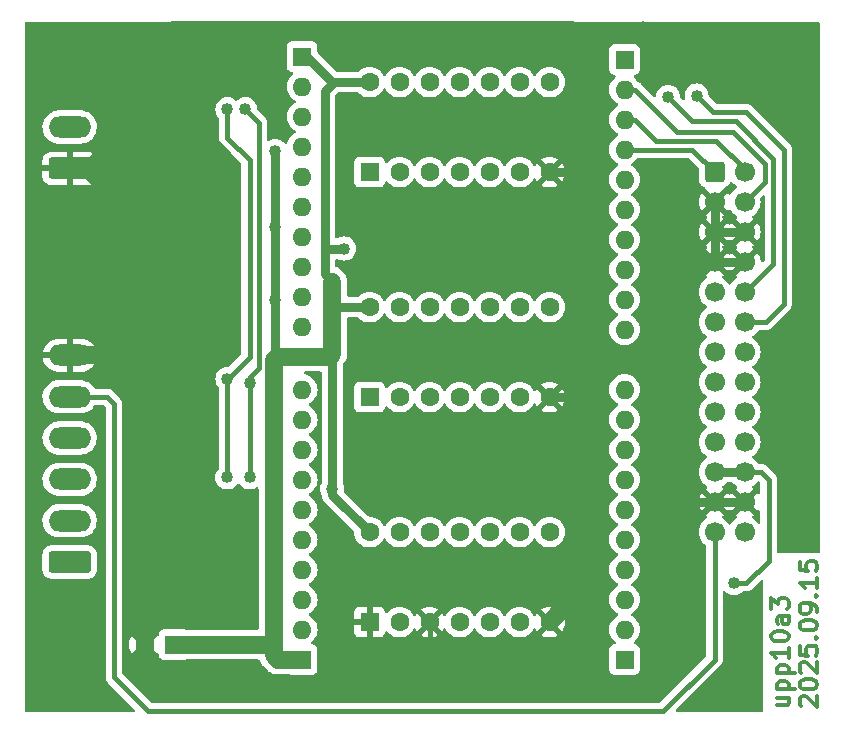
<source format=gtl>
%TF.GenerationSoftware,KiCad,Pcbnew,7.0.11+dfsg-1build4*%
%TF.CreationDate,2025-09-15T10:53:29+02:00*%
%TF.ProjectId,upp10a3v1.1,75707031-3061-4337-9631-2e312e6b6963,rev?*%
%TF.SameCoordinates,Original*%
%TF.FileFunction,Copper,L1,Top*%
%TF.FilePolarity,Positive*%
%FSLAX46Y46*%
G04 Gerber Fmt 4.6, Leading zero omitted, Abs format (unit mm)*
G04 Created by KiCad (PCBNEW 7.0.11+dfsg-1build4) date 2025-09-15 10:53:29*
%MOMM*%
%LPD*%
G01*
G04 APERTURE LIST*
G04 Aperture macros list*
%AMRoundRect*
0 Rectangle with rounded corners*
0 $1 Rounding radius*
0 $2 $3 $4 $5 $6 $7 $8 $9 X,Y pos of 4 corners*
0 Add a 4 corners polygon primitive as box body*
4,1,4,$2,$3,$4,$5,$6,$7,$8,$9,$2,$3,0*
0 Add four circle primitives for the rounded corners*
1,1,$1+$1,$2,$3*
1,1,$1+$1,$4,$5*
1,1,$1+$1,$6,$7*
1,1,$1+$1,$8,$9*
0 Add four rect primitives between the rounded corners*
20,1,$1+$1,$2,$3,$4,$5,0*
20,1,$1+$1,$4,$5,$6,$7,0*
20,1,$1+$1,$6,$7,$8,$9,0*
20,1,$1+$1,$8,$9,$2,$3,0*%
G04 Aperture macros list end*
%ADD10C,0.300000*%
%TA.AperFunction,NonConductor*%
%ADD11C,0.300000*%
%TD*%
%TA.AperFunction,ComponentPad*%
%ADD12RoundRect,0.250000X-0.600000X-0.600000X0.600000X-0.600000X0.600000X0.600000X-0.600000X0.600000X0*%
%TD*%
%TA.AperFunction,ComponentPad*%
%ADD13C,1.700000*%
%TD*%
%TA.AperFunction,ComponentPad*%
%ADD14R,1.600000X1.600000*%
%TD*%
%TA.AperFunction,ComponentPad*%
%ADD15O,1.600000X1.600000*%
%TD*%
%TA.AperFunction,ComponentPad*%
%ADD16RoundRect,0.250000X1.550000X-0.650000X1.550000X0.650000X-1.550000X0.650000X-1.550000X-0.650000X0*%
%TD*%
%TA.AperFunction,ComponentPad*%
%ADD17O,3.600000X1.800000*%
%TD*%
%TA.AperFunction,ComponentPad*%
%ADD18C,1.600000*%
%TD*%
%TA.AperFunction,ViaPad*%
%ADD19C,1.016000*%
%TD*%
%TA.AperFunction,Conductor*%
%ADD20C,0.381000*%
%TD*%
%TA.AperFunction,Conductor*%
%ADD21C,1.524000*%
%TD*%
%TA.AperFunction,Conductor*%
%ADD22C,0.762000*%
%TD*%
G04 APERTURE END LIST*
D10*
D11*
X115765828Y-134692632D02*
X116765828Y-134692632D01*
X115765828Y-135335489D02*
X116551542Y-135335489D01*
X116551542Y-135335489D02*
X116694400Y-135264060D01*
X116694400Y-135264060D02*
X116765828Y-135121203D01*
X116765828Y-135121203D02*
X116765828Y-134906917D01*
X116765828Y-134906917D02*
X116694400Y-134764060D01*
X116694400Y-134764060D02*
X116622971Y-134692632D01*
X115765828Y-133978346D02*
X117265828Y-133978346D01*
X115837257Y-133978346D02*
X115765828Y-133835489D01*
X115765828Y-133835489D02*
X115765828Y-133549774D01*
X115765828Y-133549774D02*
X115837257Y-133406917D01*
X115837257Y-133406917D02*
X115908685Y-133335489D01*
X115908685Y-133335489D02*
X116051542Y-133264060D01*
X116051542Y-133264060D02*
X116480114Y-133264060D01*
X116480114Y-133264060D02*
X116622971Y-133335489D01*
X116622971Y-133335489D02*
X116694400Y-133406917D01*
X116694400Y-133406917D02*
X116765828Y-133549774D01*
X116765828Y-133549774D02*
X116765828Y-133835489D01*
X116765828Y-133835489D02*
X116694400Y-133978346D01*
X115765828Y-132621203D02*
X117265828Y-132621203D01*
X115837257Y-132621203D02*
X115765828Y-132478346D01*
X115765828Y-132478346D02*
X115765828Y-132192631D01*
X115765828Y-132192631D02*
X115837257Y-132049774D01*
X115837257Y-132049774D02*
X115908685Y-131978346D01*
X115908685Y-131978346D02*
X116051542Y-131906917D01*
X116051542Y-131906917D02*
X116480114Y-131906917D01*
X116480114Y-131906917D02*
X116622971Y-131978346D01*
X116622971Y-131978346D02*
X116694400Y-132049774D01*
X116694400Y-132049774D02*
X116765828Y-132192631D01*
X116765828Y-132192631D02*
X116765828Y-132478346D01*
X116765828Y-132478346D02*
X116694400Y-132621203D01*
X116765828Y-130478345D02*
X116765828Y-131335488D01*
X116765828Y-130906917D02*
X115265828Y-130906917D01*
X115265828Y-130906917D02*
X115480114Y-131049774D01*
X115480114Y-131049774D02*
X115622971Y-131192631D01*
X115622971Y-131192631D02*
X115694400Y-131335488D01*
X115265828Y-129549774D02*
X115265828Y-129406917D01*
X115265828Y-129406917D02*
X115337257Y-129264060D01*
X115337257Y-129264060D02*
X115408685Y-129192632D01*
X115408685Y-129192632D02*
X115551542Y-129121203D01*
X115551542Y-129121203D02*
X115837257Y-129049774D01*
X115837257Y-129049774D02*
X116194400Y-129049774D01*
X116194400Y-129049774D02*
X116480114Y-129121203D01*
X116480114Y-129121203D02*
X116622971Y-129192632D01*
X116622971Y-129192632D02*
X116694400Y-129264060D01*
X116694400Y-129264060D02*
X116765828Y-129406917D01*
X116765828Y-129406917D02*
X116765828Y-129549774D01*
X116765828Y-129549774D02*
X116694400Y-129692632D01*
X116694400Y-129692632D02*
X116622971Y-129764060D01*
X116622971Y-129764060D02*
X116480114Y-129835489D01*
X116480114Y-129835489D02*
X116194400Y-129906917D01*
X116194400Y-129906917D02*
X115837257Y-129906917D01*
X115837257Y-129906917D02*
X115551542Y-129835489D01*
X115551542Y-129835489D02*
X115408685Y-129764060D01*
X115408685Y-129764060D02*
X115337257Y-129692632D01*
X115337257Y-129692632D02*
X115265828Y-129549774D01*
X116765828Y-127764061D02*
X115980114Y-127764061D01*
X115980114Y-127764061D02*
X115837257Y-127835489D01*
X115837257Y-127835489D02*
X115765828Y-127978346D01*
X115765828Y-127978346D02*
X115765828Y-128264061D01*
X115765828Y-128264061D02*
X115837257Y-128406918D01*
X116694400Y-127764061D02*
X116765828Y-127906918D01*
X116765828Y-127906918D02*
X116765828Y-128264061D01*
X116765828Y-128264061D02*
X116694400Y-128406918D01*
X116694400Y-128406918D02*
X116551542Y-128478346D01*
X116551542Y-128478346D02*
X116408685Y-128478346D01*
X116408685Y-128478346D02*
X116265828Y-128406918D01*
X116265828Y-128406918D02*
X116194400Y-128264061D01*
X116194400Y-128264061D02*
X116194400Y-127906918D01*
X116194400Y-127906918D02*
X116122971Y-127764061D01*
X115265828Y-127192632D02*
X115265828Y-126264060D01*
X115265828Y-126264060D02*
X115837257Y-126764060D01*
X115837257Y-126764060D02*
X115837257Y-126549775D01*
X115837257Y-126549775D02*
X115908685Y-126406918D01*
X115908685Y-126406918D02*
X115980114Y-126335489D01*
X115980114Y-126335489D02*
X116122971Y-126264060D01*
X116122971Y-126264060D02*
X116480114Y-126264060D01*
X116480114Y-126264060D02*
X116622971Y-126335489D01*
X116622971Y-126335489D02*
X116694400Y-126406918D01*
X116694400Y-126406918D02*
X116765828Y-126549775D01*
X116765828Y-126549775D02*
X116765828Y-126978346D01*
X116765828Y-126978346D02*
X116694400Y-127121203D01*
X116694400Y-127121203D02*
X116622971Y-127192632D01*
X117823685Y-135406917D02*
X117752257Y-135335489D01*
X117752257Y-135335489D02*
X117680828Y-135192632D01*
X117680828Y-135192632D02*
X117680828Y-134835489D01*
X117680828Y-134835489D02*
X117752257Y-134692632D01*
X117752257Y-134692632D02*
X117823685Y-134621203D01*
X117823685Y-134621203D02*
X117966542Y-134549774D01*
X117966542Y-134549774D02*
X118109400Y-134549774D01*
X118109400Y-134549774D02*
X118323685Y-134621203D01*
X118323685Y-134621203D02*
X119180828Y-135478346D01*
X119180828Y-135478346D02*
X119180828Y-134549774D01*
X117680828Y-133621203D02*
X117680828Y-133478346D01*
X117680828Y-133478346D02*
X117752257Y-133335489D01*
X117752257Y-133335489D02*
X117823685Y-133264061D01*
X117823685Y-133264061D02*
X117966542Y-133192632D01*
X117966542Y-133192632D02*
X118252257Y-133121203D01*
X118252257Y-133121203D02*
X118609400Y-133121203D01*
X118609400Y-133121203D02*
X118895114Y-133192632D01*
X118895114Y-133192632D02*
X119037971Y-133264061D01*
X119037971Y-133264061D02*
X119109400Y-133335489D01*
X119109400Y-133335489D02*
X119180828Y-133478346D01*
X119180828Y-133478346D02*
X119180828Y-133621203D01*
X119180828Y-133621203D02*
X119109400Y-133764061D01*
X119109400Y-133764061D02*
X119037971Y-133835489D01*
X119037971Y-133835489D02*
X118895114Y-133906918D01*
X118895114Y-133906918D02*
X118609400Y-133978346D01*
X118609400Y-133978346D02*
X118252257Y-133978346D01*
X118252257Y-133978346D02*
X117966542Y-133906918D01*
X117966542Y-133906918D02*
X117823685Y-133835489D01*
X117823685Y-133835489D02*
X117752257Y-133764061D01*
X117752257Y-133764061D02*
X117680828Y-133621203D01*
X117823685Y-132549775D02*
X117752257Y-132478347D01*
X117752257Y-132478347D02*
X117680828Y-132335490D01*
X117680828Y-132335490D02*
X117680828Y-131978347D01*
X117680828Y-131978347D02*
X117752257Y-131835490D01*
X117752257Y-131835490D02*
X117823685Y-131764061D01*
X117823685Y-131764061D02*
X117966542Y-131692632D01*
X117966542Y-131692632D02*
X118109400Y-131692632D01*
X118109400Y-131692632D02*
X118323685Y-131764061D01*
X118323685Y-131764061D02*
X119180828Y-132621204D01*
X119180828Y-132621204D02*
X119180828Y-131692632D01*
X117680828Y-130335490D02*
X117680828Y-131049776D01*
X117680828Y-131049776D02*
X118395114Y-131121204D01*
X118395114Y-131121204D02*
X118323685Y-131049776D01*
X118323685Y-131049776D02*
X118252257Y-130906919D01*
X118252257Y-130906919D02*
X118252257Y-130549776D01*
X118252257Y-130549776D02*
X118323685Y-130406919D01*
X118323685Y-130406919D02*
X118395114Y-130335490D01*
X118395114Y-130335490D02*
X118537971Y-130264061D01*
X118537971Y-130264061D02*
X118895114Y-130264061D01*
X118895114Y-130264061D02*
X119037971Y-130335490D01*
X119037971Y-130335490D02*
X119109400Y-130406919D01*
X119109400Y-130406919D02*
X119180828Y-130549776D01*
X119180828Y-130549776D02*
X119180828Y-130906919D01*
X119180828Y-130906919D02*
X119109400Y-131049776D01*
X119109400Y-131049776D02*
X119037971Y-131121204D01*
X119037971Y-129621205D02*
X119109400Y-129549776D01*
X119109400Y-129549776D02*
X119180828Y-129621205D01*
X119180828Y-129621205D02*
X119109400Y-129692633D01*
X119109400Y-129692633D02*
X119037971Y-129621205D01*
X119037971Y-129621205D02*
X119180828Y-129621205D01*
X117680828Y-128621204D02*
X117680828Y-128478347D01*
X117680828Y-128478347D02*
X117752257Y-128335490D01*
X117752257Y-128335490D02*
X117823685Y-128264062D01*
X117823685Y-128264062D02*
X117966542Y-128192633D01*
X117966542Y-128192633D02*
X118252257Y-128121204D01*
X118252257Y-128121204D02*
X118609400Y-128121204D01*
X118609400Y-128121204D02*
X118895114Y-128192633D01*
X118895114Y-128192633D02*
X119037971Y-128264062D01*
X119037971Y-128264062D02*
X119109400Y-128335490D01*
X119109400Y-128335490D02*
X119180828Y-128478347D01*
X119180828Y-128478347D02*
X119180828Y-128621204D01*
X119180828Y-128621204D02*
X119109400Y-128764062D01*
X119109400Y-128764062D02*
X119037971Y-128835490D01*
X119037971Y-128835490D02*
X118895114Y-128906919D01*
X118895114Y-128906919D02*
X118609400Y-128978347D01*
X118609400Y-128978347D02*
X118252257Y-128978347D01*
X118252257Y-128978347D02*
X117966542Y-128906919D01*
X117966542Y-128906919D02*
X117823685Y-128835490D01*
X117823685Y-128835490D02*
X117752257Y-128764062D01*
X117752257Y-128764062D02*
X117680828Y-128621204D01*
X119180828Y-127406919D02*
X119180828Y-127121205D01*
X119180828Y-127121205D02*
X119109400Y-126978348D01*
X119109400Y-126978348D02*
X119037971Y-126906919D01*
X119037971Y-126906919D02*
X118823685Y-126764062D01*
X118823685Y-126764062D02*
X118537971Y-126692633D01*
X118537971Y-126692633D02*
X117966542Y-126692633D01*
X117966542Y-126692633D02*
X117823685Y-126764062D01*
X117823685Y-126764062D02*
X117752257Y-126835491D01*
X117752257Y-126835491D02*
X117680828Y-126978348D01*
X117680828Y-126978348D02*
X117680828Y-127264062D01*
X117680828Y-127264062D02*
X117752257Y-127406919D01*
X117752257Y-127406919D02*
X117823685Y-127478348D01*
X117823685Y-127478348D02*
X117966542Y-127549776D01*
X117966542Y-127549776D02*
X118323685Y-127549776D01*
X118323685Y-127549776D02*
X118466542Y-127478348D01*
X118466542Y-127478348D02*
X118537971Y-127406919D01*
X118537971Y-127406919D02*
X118609400Y-127264062D01*
X118609400Y-127264062D02*
X118609400Y-126978348D01*
X118609400Y-126978348D02*
X118537971Y-126835491D01*
X118537971Y-126835491D02*
X118466542Y-126764062D01*
X118466542Y-126764062D02*
X118323685Y-126692633D01*
X119037971Y-126049777D02*
X119109400Y-125978348D01*
X119109400Y-125978348D02*
X119180828Y-126049777D01*
X119180828Y-126049777D02*
X119109400Y-126121205D01*
X119109400Y-126121205D02*
X119037971Y-126049777D01*
X119037971Y-126049777D02*
X119180828Y-126049777D01*
X119180828Y-124549776D02*
X119180828Y-125406919D01*
X119180828Y-124978348D02*
X117680828Y-124978348D01*
X117680828Y-124978348D02*
X117895114Y-125121205D01*
X117895114Y-125121205D02*
X118037971Y-125264062D01*
X118037971Y-125264062D02*
X118109400Y-125406919D01*
X117680828Y-123192634D02*
X117680828Y-123906920D01*
X117680828Y-123906920D02*
X118395114Y-123978348D01*
X118395114Y-123978348D02*
X118323685Y-123906920D01*
X118323685Y-123906920D02*
X118252257Y-123764063D01*
X118252257Y-123764063D02*
X118252257Y-123406920D01*
X118252257Y-123406920D02*
X118323685Y-123264063D01*
X118323685Y-123264063D02*
X118395114Y-123192634D01*
X118395114Y-123192634D02*
X118537971Y-123121205D01*
X118537971Y-123121205D02*
X118895114Y-123121205D01*
X118895114Y-123121205D02*
X119037971Y-123192634D01*
X119037971Y-123192634D02*
X119109400Y-123264063D01*
X119109400Y-123264063D02*
X119180828Y-123406920D01*
X119180828Y-123406920D02*
X119180828Y-123764063D01*
X119180828Y-123764063D02*
X119109400Y-123906920D01*
X119109400Y-123906920D02*
X119037971Y-123978348D01*
D12*
%TO.P,J3,1,Pin_1*%
%TO.N,/AD1*%
X110490000Y-90170000D03*
D13*
%TO.P,J3,2,Pin_2*%
%TO.N,/AD2*%
X113030000Y-90170000D03*
%TO.P,J3,3,Pin_3*%
%TO.N,/GND*%
X110490000Y-92710000D03*
%TO.P,J3,4,Pin_4*%
%TO.N,/AD0*%
X113030000Y-92710000D03*
%TO.P,J3,5,Pin_5*%
%TO.N,/GND*%
X110490000Y-95250000D03*
%TO.P,J3,6,Pin_6*%
X113030000Y-95250000D03*
%TO.P,J3,7,Pin_7*%
X110490000Y-97790000D03*
%TO.P,J3,8,Pin_8*%
X113030000Y-97790000D03*
%TO.P,J3,9,Pin_9*%
%TO.N,/DAC05*%
X110490000Y-100330000D03*
%TO.P,J3,10,Pin_10*%
%TO.N,/DAC04*%
X113030000Y-100330000D03*
%TO.P,J3,11,Pin_11*%
%TO.N,/DAC06*%
X110490000Y-102870000D03*
%TO.P,J3,12,Pin_12*%
%TO.N,/DAC03*%
X113030000Y-102870000D03*
%TO.P,J3,13,Pin_13*%
%TO.N,/DAC07*%
X110490000Y-105410000D03*
%TO.P,J3,14,Pin_14*%
%TO.N,/DAC02*%
X113030000Y-105410000D03*
%TO.P,J3,15,Pin_15*%
%TO.N,/DAC08*%
X110490000Y-107950000D03*
%TO.P,J3,16,Pin_16*%
%TO.N,/DAC01*%
X113030000Y-107950000D03*
%TO.P,J3,17,Pin_17*%
%TO.N,/DAC09*%
X110490000Y-110490000D03*
%TO.P,J3,18,Pin_18*%
%TO.N,/DAC00*%
X113030000Y-110490000D03*
%TO.P,J3,19,Pin_19*%
%TO.N,/DAC10*%
X110490000Y-113030000D03*
%TO.P,J3,20,Pin_20*%
%TO.N,/DAC11*%
X113030000Y-113030000D03*
%TO.P,J3,21,Pin_21*%
%TO.N,/~{WR}*%
X110490000Y-115570000D03*
%TO.P,J3,22,Pin_22*%
X113030000Y-115570000D03*
%TO.P,J3,23,Pin_23*%
%TO.N,/GND*%
X110490000Y-118110000D03*
%TO.P,J3,24,Pin_24*%
X113030000Y-118110000D03*
%TO.P,J3,25,Pin_25*%
%TO.N,/Sig2*%
X110490000Y-120650000D03*
%TO.P,J3,26,Pin_26*%
%TO.N,unconnected-(J3-Pin_26-Pad26)*%
X113030000Y-120650000D03*
%TD*%
D14*
%TO.P,RN2,1,common*%
%TO.N,/+15V*%
X102870000Y-80645000D03*
D15*
%TO.P,RN2,2,R1*%
%TO.N,/AD0*%
X102870000Y-83185000D03*
%TO.P,RN2,3,R2*%
%TO.N,/AD2*%
X102870000Y-85725000D03*
%TO.P,RN2,4,R3*%
%TO.N,/AD1*%
X102870000Y-88265000D03*
%TO.P,RN2,5,R4*%
%TO.N,/DAC04*%
X102870000Y-90805000D03*
%TO.P,RN2,6,R5*%
%TO.N,/DAC03*%
X102870000Y-93345000D03*
%TO.P,RN2,7,R6*%
%TO.N,/DAC01*%
X102870000Y-95885000D03*
%TO.P,RN2,8,R7*%
%TO.N,/DAC02*%
X102870000Y-98425000D03*
%TO.P,RN2,9,R8*%
%TO.N,/DAC05*%
X102870000Y-100965000D03*
%TO.P,RN2,10,R9*%
%TO.N,/DAC06*%
X102870000Y-103505000D03*
%TD*%
D16*
%TO.P,J2,1,Pin_1*%
%TO.N,/GND*%
X55880000Y-89860000D03*
D17*
%TO.P,J2,2,Pin_2*%
%TO.N,/+15V*%
X55880000Y-86360000D03*
%TD*%
D14*
%TO.P,C1,1*%
%TO.N,/+5V*%
X64730000Y-130175000D03*
D18*
%TO.P,C1,2*%
%TO.N,/GND*%
X62230000Y-130175000D03*
%TD*%
D14*
%TO.P,RN5,1,common*%
%TO.N,/+5V*%
X75565000Y-80391000D03*
D15*
%TO.P,RN5,2,R1*%
%TO.N,Net-(RN5-R1)*%
X75565000Y-82931000D03*
%TO.P,RN5,3,R2*%
%TO.N,Net-(RN5-R2)*%
X75565000Y-85471000D03*
%TO.P,RN5,4,R3*%
%TO.N,Net-(RN5-R3)*%
X75565000Y-88011000D03*
%TO.P,RN5,5,R4*%
%TO.N,Net-(RN5-R4)*%
X75565000Y-90551000D03*
%TO.P,RN5,6,R5*%
%TO.N,Net-(RN5-R5)*%
X75565000Y-93091000D03*
%TO.P,RN5,7,R6*%
%TO.N,Net-(RN5-R6)*%
X75565000Y-95631000D03*
%TO.P,RN5,8,R7*%
%TO.N,Net-(RN5-R7)*%
X75565000Y-98171000D03*
%TO.P,RN5,9,R8*%
%TO.N,Net-(RN5-R8)*%
X75565000Y-100711000D03*
%TO.P,RN5,10,R9*%
%TO.N,unconnected-(RN5-R9-Pad10)*%
X75565000Y-103251000D03*
%TD*%
D14*
%TO.P,U5,1*%
%TO.N,Net-(RN5-R6)*%
X81280000Y-90170000D03*
D18*
%TO.P,U5,2*%
%TO.N,/DAC01*%
X83820000Y-90170000D03*
%TO.P,U5,3*%
%TO.N,Net-(RN5-R5)*%
X86360000Y-90170000D03*
%TO.P,U5,4*%
%TO.N,/DAC03*%
X88900000Y-90170000D03*
%TO.P,U5,5*%
%TO.N,Net-(RN5-R4)*%
X91440000Y-90170000D03*
%TO.P,U5,6*%
%TO.N,/DAC04*%
X93980000Y-90170000D03*
%TO.P,U5,7,GND*%
%TO.N,/GND*%
X96520000Y-90170000D03*
%TO.P,U5,8*%
%TO.N,/AD1*%
X96520000Y-82550000D03*
%TO.P,U5,9*%
%TO.N,Net-(RN5-R3)*%
X93980000Y-82550000D03*
%TO.P,U5,10*%
%TO.N,/AD2*%
X91440000Y-82550000D03*
%TO.P,U5,11*%
%TO.N,Net-(RN5-R2)*%
X88900000Y-82550000D03*
%TO.P,U5,12*%
%TO.N,/AD0*%
X86360000Y-82550000D03*
%TO.P,U5,13*%
%TO.N,Net-(RN5-R1)*%
X83820000Y-82550000D03*
%TO.P,U5,14,VCC*%
%TO.N,/+5V*%
X81280000Y-82550000D03*
%TD*%
D16*
%TO.P,J1,1,Pin_1*%
%TO.N,/+5V*%
X55880000Y-123190000D03*
D17*
%TO.P,J1,2,Pin_2*%
%TO.N,Net-(J1-Pin_2)*%
X55880000Y-119690000D03*
%TO.P,J1,3,Pin_3*%
%TO.N,Net-(J1-Pin_3)*%
X55880000Y-116190000D03*
%TO.P,J1,4,Pin_4*%
%TO.N,Net-(J1-Pin_4)*%
X55880000Y-112690000D03*
%TO.P,J1,5,Pin_5*%
%TO.N,/Sig2*%
X55880000Y-109190000D03*
%TO.P,J1,6,Pin_6*%
%TO.N,/GND*%
X55880000Y-105690000D03*
%TD*%
D14*
%TO.P,RN3,1,common*%
%TO.N,/+15V*%
X102870000Y-131445000D03*
D15*
%TO.P,RN3,2,R1*%
%TO.N,unconnected-(RN3-R1-Pad2)*%
X102870000Y-128905000D03*
%TO.P,RN3,3,R2*%
%TO.N,unconnected-(RN3-R2-Pad3)*%
X102870000Y-126365000D03*
%TO.P,RN3,4,R3*%
%TO.N,/~{WR}*%
X102870000Y-123825000D03*
%TO.P,RN3,5,R4*%
%TO.N,/DAC00*%
X102870000Y-121285000D03*
%TO.P,RN3,6,R5*%
%TO.N,/DAC11*%
X102870000Y-118745000D03*
%TO.P,RN3,7,R6*%
%TO.N,/DAC10*%
X102870000Y-116205000D03*
%TO.P,RN3,8,R7*%
%TO.N,/DAC09*%
X102870000Y-113665000D03*
%TO.P,RN3,9,R8*%
%TO.N,/DAC08*%
X102870000Y-111125000D03*
%TO.P,RN3,10,R9*%
%TO.N,/DAC07*%
X102870000Y-108585000D03*
%TD*%
D14*
%TO.P,RN1,1,common*%
%TO.N,/+5V*%
X75565000Y-131445000D03*
D15*
%TO.P,RN1,2,R1*%
%TO.N,unconnected-(RN1-R1-Pad2)*%
X75565000Y-128905000D03*
%TO.P,RN1,3,R2*%
%TO.N,unconnected-(RN1-R2-Pad3)*%
X75565000Y-126365000D03*
%TO.P,RN1,4,R3*%
%TO.N,Net-(RN1-R3)*%
X75565000Y-123825000D03*
%TO.P,RN1,5,R4*%
%TO.N,Net-(RN1-R4)*%
X75565000Y-121285000D03*
%TO.P,RN1,6,R5*%
%TO.N,Net-(RN1-R5)*%
X75565000Y-118745000D03*
%TO.P,RN1,7,R6*%
%TO.N,Net-(RN1-R6)*%
X75565000Y-116205000D03*
%TO.P,RN1,8,R7*%
%TO.N,Net-(RN1-R7)*%
X75565000Y-113665000D03*
%TO.P,RN1,9,R8*%
%TO.N,Net-(RN1-R8)*%
X75565000Y-111125000D03*
%TO.P,RN1,10,R9*%
%TO.N,Net-(RN1-R9)*%
X75565000Y-108585000D03*
%TD*%
D14*
%TO.P,U4,1*%
%TO.N,/GND*%
X81280000Y-128270000D03*
D18*
%TO.P,U4,2*%
%TO.N,unconnected-(U4-Pad2)*%
X83820000Y-128270000D03*
%TO.P,U4,3*%
%TO.N,/GND*%
X86360000Y-128270000D03*
%TO.P,U4,4*%
%TO.N,unconnected-(U4-Pad4)*%
X88900000Y-128270000D03*
%TO.P,U4,5*%
%TO.N,Net-(J1-Pin_2)*%
X91440000Y-128270000D03*
%TO.P,U4,6*%
%TO.N,/~{WR}*%
X93980000Y-128270000D03*
%TO.P,U4,7,GND*%
%TO.N,/GND*%
X96520000Y-128270000D03*
%TO.P,U4,8*%
%TO.N,/DAC00*%
X96520000Y-120650000D03*
%TO.P,U4,9*%
%TO.N,Net-(RN1-R3)*%
X93980000Y-120650000D03*
%TO.P,U4,10*%
%TO.N,/DAC11*%
X91440000Y-120650000D03*
%TO.P,U4,11*%
%TO.N,Net-(RN1-R4)*%
X88900000Y-120650000D03*
%TO.P,U4,12*%
%TO.N,/DAC10*%
X86360000Y-120650000D03*
%TO.P,U4,13*%
%TO.N,Net-(RN1-R5)*%
X83820000Y-120650000D03*
%TO.P,U4,14,VCC*%
%TO.N,/+5V*%
X81280000Y-120650000D03*
%TD*%
D14*
%TO.P,U3,1*%
%TO.N,Net-(RN1-R8)*%
X81280000Y-109225000D03*
D18*
%TO.P,U3,2*%
%TO.N,/DAC07*%
X83820000Y-109225000D03*
%TO.P,U3,3*%
%TO.N,Net-(RN1-R7)*%
X86360000Y-109225000D03*
%TO.P,U3,4*%
%TO.N,/DAC08*%
X88900000Y-109225000D03*
%TO.P,U3,5*%
%TO.N,Net-(RN1-R6)*%
X91440000Y-109225000D03*
%TO.P,U3,6*%
%TO.N,/DAC09*%
X93980000Y-109225000D03*
%TO.P,U3,7,GND*%
%TO.N,/GND*%
X96520000Y-109225000D03*
%TO.P,U3,8*%
%TO.N,/DAC06*%
X96520000Y-101605000D03*
%TO.P,U3,9*%
%TO.N,Net-(RN1-R9)*%
X93980000Y-101605000D03*
%TO.P,U3,10*%
%TO.N,/DAC05*%
X91440000Y-101605000D03*
%TO.P,U3,11*%
%TO.N,Net-(RN5-R8)*%
X88900000Y-101605000D03*
%TO.P,U3,12*%
%TO.N,/DAC02*%
X86360000Y-101605000D03*
%TO.P,U3,13*%
%TO.N,Net-(RN5-R7)*%
X83820000Y-101605000D03*
%TO.P,U3,14,VCC*%
%TO.N,/+5V*%
X81280000Y-101605000D03*
%TD*%
D19*
%TO.N,/GND*%
X69735700Y-93738700D03*
%TO.N,Net-(J1-Pin_3)*%
X70764400Y-84861400D03*
%TO.N,/+5V*%
X73152000Y-125933200D03*
X73152000Y-115620800D03*
X78105000Y-116967000D03*
X73152000Y-121437400D03*
X79121000Y-96647000D03*
X73279000Y-88392000D03*
X73279000Y-100965000D03*
X73279000Y-94843600D03*
%TO.N,/GND*%
X61087000Y-93599000D03*
X97790000Y-96520000D03*
X110490000Y-134620000D03*
X92710000Y-111760000D03*
X58420000Y-130810000D03*
X118110000Y-91440000D03*
X118084600Y-119989600D03*
X66243200Y-125120400D03*
X67310000Y-100838000D03*
X85090000Y-80010000D03*
X92710000Y-130810000D03*
X108077000Y-129159000D03*
X68580000Y-80772000D03*
X61087000Y-121894600D03*
X80010000Y-80010000D03*
X95250000Y-123190000D03*
X118110000Y-78740000D03*
X107950000Y-99060000D03*
X55880000Y-128270000D03*
X84836000Y-98044000D03*
X113538000Y-126669800D03*
X92710000Y-86360000D03*
X118110000Y-104140000D03*
X60960000Y-82550000D03*
X95250000Y-104140000D03*
X78740000Y-130810000D03*
X97790000Y-86360000D03*
X55880000Y-97790000D03*
X53340000Y-78740000D03*
X107950000Y-104140000D03*
X67310000Y-133350000D03*
X85090000Y-117094000D03*
X105410000Y-133350000D03*
X53340000Y-134620000D03*
X78740000Y-125730000D03*
X118135400Y-111963200D03*
X104394000Y-77885000D03*
X68961000Y-105156000D03*
X64643000Y-105283000D03*
X81280000Y-105283000D03*
X109220000Y-78740000D03*
X81280000Y-93980000D03*
%TO.N,Net-(J1-Pin_4)*%
X69215000Y-116027200D03*
X69240400Y-84861400D03*
X69240400Y-107696000D03*
%TO.N,/DAC04*%
X106553000Y-83820000D03*
%TO.N,/DAC03*%
X108966000Y-83693000D03*
%TO.N,/~{WR}*%
X112141000Y-124968000D03*
%TO.N,Net-(J1-Pin_3)*%
X71120000Y-108000800D03*
X71120000Y-116027200D03*
%TD*%
D20*
%TO.N,Net-(J1-Pin_3)*%
X71120000Y-116027200D02*
X71120000Y-108000800D01*
%TO.N,Net-(J1-Pin_4)*%
X69215000Y-116027200D02*
X69215000Y-107721400D01*
X69215000Y-107721400D02*
X69240400Y-107696000D01*
D21*
%TO.N,/+5V*%
X73152000Y-115620800D02*
X73152000Y-106045000D01*
X73152000Y-115620800D02*
X73152000Y-121437400D01*
X73152000Y-106045000D02*
X73406000Y-105791000D01*
D20*
%TO.N,Net-(J1-Pin_3)*%
X71882000Y-85979000D02*
X70764400Y-84861400D01*
X71882000Y-106730800D02*
X71882000Y-85979000D01*
X71120000Y-107492800D02*
X71882000Y-106730800D01*
X71120000Y-108000800D02*
X71120000Y-107492800D01*
%TO.N,Net-(J1-Pin_4)*%
X69240400Y-84861400D02*
X69215000Y-87249000D01*
X69215000Y-87249000D02*
X71120000Y-89154000D01*
X71120000Y-89154000D02*
X71120000Y-105867200D01*
X71120000Y-105867200D02*
X69291200Y-107696000D01*
X69291200Y-107696000D02*
X69240400Y-107696000D01*
D21*
%TO.N,/+5V*%
X73152000Y-121437400D02*
X73152000Y-125933200D01*
%TO.N,/GND*%
X61087000Y-105410000D02*
X61087000Y-121894600D01*
X61087000Y-121894600D02*
X61087000Y-124206000D01*
D22*
X69735700Y-93738700D02*
X61226700Y-93738700D01*
X61226700Y-93738700D02*
X61087000Y-93599000D01*
%TO.N,/+5V*%
X73279000Y-94843600D02*
X73279000Y-100965000D01*
X73279000Y-94843600D02*
X73279000Y-88392000D01*
D21*
X73152000Y-125933200D02*
X73152000Y-130175000D01*
D22*
%TO.N,/GND*%
X66243200Y-125120400D02*
X65328800Y-124206000D01*
X65328800Y-124206000D02*
X61087000Y-124206000D01*
%TO.N,/+5V*%
X81280000Y-101605000D02*
X79126000Y-101605000D01*
X81280000Y-120650000D02*
X78105000Y-117475000D01*
X79121000Y-82550000D02*
X78105000Y-82550000D01*
X79121000Y-101600000D02*
X78105000Y-101600000D01*
D21*
X64730000Y-130175000D02*
X73152000Y-130175000D01*
D22*
X77470000Y-83312000D02*
X78232000Y-82550000D01*
D21*
X77851000Y-105791000D02*
X78105000Y-105537000D01*
D22*
X75946000Y-80391000D02*
X75565000Y-80391000D01*
X78232000Y-82550000D02*
X79121000Y-82550000D01*
X78105000Y-82550000D02*
X75946000Y-80391000D01*
X77470000Y-96647000D02*
X77470000Y-83312000D01*
X81280000Y-82550000D02*
X79121000Y-82550000D01*
D21*
X73152000Y-130175000D02*
X73152000Y-131064000D01*
D22*
X79126000Y-101605000D02*
X79121000Y-101600000D01*
X79121000Y-96647000D02*
X77470000Y-96647000D01*
D21*
X73406000Y-105791000D02*
X77851000Y-105791000D01*
D22*
X77470000Y-98811000D02*
X77470000Y-96647000D01*
X78105000Y-99446000D02*
X77470000Y-98811000D01*
X73279000Y-100965000D02*
X73279000Y-105664000D01*
D21*
X78105000Y-105537000D02*
X78105000Y-101600000D01*
D22*
X78105000Y-117475000D02*
X78105000Y-116967000D01*
X73279000Y-105664000D02*
X73406000Y-105791000D01*
D21*
X78105000Y-101600000D02*
X78105000Y-99446000D01*
X73533000Y-131445000D02*
X75565000Y-131445000D01*
D22*
X78105000Y-106045000D02*
X78359000Y-105791000D01*
D21*
X73152000Y-131064000D02*
X73533000Y-131445000D01*
D22*
X78105000Y-116967000D02*
X78105000Y-106045000D01*
D21*
%TO.N,/GND*%
X61087000Y-100203000D02*
X64008000Y-100203000D01*
X60960000Y-81915000D02*
X64736000Y-78139000D01*
X67310000Y-133350000D02*
X68326000Y-134366000D01*
X97790000Y-96520000D02*
X98698000Y-97428000D01*
X98698000Y-98044000D02*
X98698000Y-105791000D01*
D22*
X110490000Y-97790000D02*
X113030000Y-97790000D01*
D21*
X61087000Y-100203000D02*
X61087000Y-104140000D01*
D20*
X64643000Y-105283000D02*
X61214000Y-105283000D01*
D21*
X105410000Y-133350000D02*
X106045000Y-133350000D01*
X98698000Y-87268000D02*
X98698000Y-90043000D01*
X98698000Y-114554000D02*
X98698000Y-126092000D01*
D22*
X67310000Y-100965000D02*
X66040000Y-102235000D01*
D21*
X62230000Y-131306370D02*
X65289630Y-134366000D01*
D22*
X99352000Y-77885000D02*
X98698000Y-78539000D01*
D21*
X66040000Y-102235000D02*
X68961000Y-105156000D01*
X64736000Y-78139000D02*
X68707000Y-78139000D01*
X107696000Y-98806000D02*
X107950000Y-99060000D01*
X55880000Y-89860000D02*
X57680000Y-89860000D01*
X60807000Y-105690000D02*
X61087000Y-105410000D01*
X60960000Y-82550000D02*
X60960000Y-81915000D01*
D22*
X68580000Y-78266000D02*
X68707000Y-78139000D01*
D21*
X98698000Y-97428000D02*
X98698000Y-98044000D01*
X107696000Y-98552000D02*
X107696000Y-98806000D01*
D20*
X86360000Y-128270000D02*
X86360000Y-134366000D01*
D21*
X62230000Y-130175000D02*
X62230000Y-131306370D01*
X86360000Y-134366000D02*
X105029000Y-134366000D01*
D22*
X67310000Y-100838000D02*
X67310000Y-100965000D01*
D21*
X59055000Y-83820000D02*
X60325000Y-82550000D01*
X66294000Y-134366000D02*
X67310000Y-133350000D01*
X61087000Y-124206000D02*
X61087000Y-126492000D01*
D22*
X98566000Y-109225000D02*
X98698000Y-109093000D01*
X110490000Y-95250000D02*
X113030000Y-95250000D01*
D21*
X61087000Y-93599000D02*
X61087000Y-100203000D01*
X107950000Y-104140000D02*
X107696000Y-104394000D01*
X107950000Y-131445000D02*
X107950000Y-129159000D01*
X98698000Y-92837000D02*
X98698000Y-95612000D01*
X81280000Y-134366000D02*
X86360000Y-134366000D01*
D20*
X81280000Y-128270000D02*
X81280000Y-134366000D01*
D21*
X108458000Y-97790000D02*
X107696000Y-98552000D01*
D22*
X108585000Y-118110000D02*
X110490000Y-118110000D01*
D21*
X57348000Y-89860000D02*
X61087000Y-93599000D01*
X107696000Y-100711000D02*
X107696000Y-103886000D01*
X64008000Y-100203000D02*
X66040000Y-102235000D01*
X61087000Y-104140000D02*
X61087000Y-105410000D01*
D22*
X68580000Y-80772000D02*
X68580000Y-78266000D01*
X84836000Y-98044000D02*
X98698000Y-98044000D01*
D20*
X61214000Y-105283000D02*
X61087000Y-105410000D01*
D21*
X55880000Y-89860000D02*
X57348000Y-89860000D01*
D22*
X110490000Y-92710000D02*
X110490000Y-97790000D01*
D21*
X105029000Y-134366000D02*
X105410000Y-133985000D01*
X68707000Y-78139000D02*
X98298000Y-78139000D01*
X98698000Y-126092000D02*
X96520000Y-128270000D01*
X81280000Y-105283000D02*
X94234000Y-105283000D01*
X98698000Y-78539000D02*
X98698000Y-85452000D01*
X110490000Y-97790000D02*
X108458000Y-97790000D01*
X59055000Y-88485000D02*
X59055000Y-83820000D01*
X107696000Y-99314000D02*
X107696000Y-100711000D01*
D22*
X85090000Y-117094000D02*
X87630000Y-114554000D01*
D21*
X60325000Y-82550000D02*
X60960000Y-82550000D01*
X107950000Y-99060000D02*
X107696000Y-99314000D01*
X107696000Y-105791000D02*
X107696000Y-117221000D01*
X98698000Y-105791000D02*
X107696000Y-105791000D01*
X107696000Y-103886000D02*
X107950000Y-104140000D01*
D22*
X110490000Y-118110000D02*
X113030000Y-118110000D01*
X96520000Y-109225000D02*
X98566000Y-109225000D01*
D21*
X62230000Y-127635000D02*
X62230000Y-130175000D01*
D22*
X104394000Y-77885000D02*
X99352000Y-77885000D01*
D21*
X61087000Y-126492000D02*
X62230000Y-127635000D01*
X98698000Y-105791000D02*
X98698000Y-109093000D01*
D22*
X87630000Y-114554000D02*
X98698000Y-114554000D01*
X108585000Y-118110000D02*
X107696000Y-117221000D01*
D21*
X98698000Y-109093000D02*
X98698000Y-114554000D01*
D22*
X96520000Y-90170000D02*
X98571000Y-90170000D01*
D21*
X57680000Y-89860000D02*
X59055000Y-88485000D01*
X97790000Y-86360000D02*
X98698000Y-87268000D01*
X68326000Y-134366000D02*
X81280000Y-134366000D01*
X105410000Y-133985000D02*
X105410000Y-133350000D01*
X98298000Y-78139000D02*
X98698000Y-78539000D01*
X55880000Y-105690000D02*
X60807000Y-105690000D01*
X98698000Y-85452000D02*
X97790000Y-86360000D01*
X98698000Y-95612000D02*
X97790000Y-96520000D01*
D22*
X98571000Y-90170000D02*
X98698000Y-90043000D01*
D21*
X65289630Y-134366000D02*
X66294000Y-134366000D01*
X107696000Y-104394000D02*
X107696000Y-105791000D01*
X106045000Y-133350000D02*
X107950000Y-131445000D01*
X107950000Y-129159000D02*
X108077000Y-129159000D01*
X98698000Y-90043000D02*
X98698000Y-92837000D01*
D20*
%TO.N,/Sig2*%
X55880000Y-109190000D02*
X59025000Y-109190000D01*
X59025000Y-109190000D02*
X59626500Y-109791500D01*
X106142500Y-135792500D02*
X110490000Y-131445000D01*
X59626500Y-132905500D02*
X62513500Y-135792500D01*
X59626500Y-109791500D02*
X59626500Y-132905500D01*
X110490000Y-131445000D02*
X110490000Y-120650000D01*
X62513500Y-135792500D02*
X106142500Y-135792500D01*
D21*
%TO.N,/+15V*%
X55880000Y-86360000D02*
X55382678Y-86360000D01*
D20*
%TO.N,/AD1*%
X108585000Y-88265000D02*
X102870000Y-88265000D01*
X110490000Y-90170000D02*
X108585000Y-88265000D01*
%TO.N,/AD2*%
X113030000Y-90170000D02*
X113030000Y-89916000D01*
X110617000Y-87503000D02*
X105537000Y-87503000D01*
X113030000Y-89916000D02*
X110617000Y-87503000D01*
X103759000Y-85725000D02*
X102870000Y-85725000D01*
X105537000Y-87503000D02*
X103759000Y-85725000D01*
%TO.N,/AD0*%
X113030000Y-92710000D02*
X114736500Y-91003500D01*
X114736500Y-89463500D02*
X112014000Y-86741000D01*
X114736500Y-91003500D02*
X114736500Y-89463500D01*
X103759000Y-83185000D02*
X102870000Y-83185000D01*
X112014000Y-86741000D02*
X107315000Y-86741000D01*
X107315000Y-86741000D02*
X103759000Y-83185000D01*
%TO.N,/DAC04*%
X108585000Y-85852000D02*
X112268000Y-85852000D01*
X112268000Y-85852000D02*
X115443000Y-89027000D01*
X115443000Y-89027000D02*
X115443000Y-97917000D01*
X106553000Y-83820000D02*
X108585000Y-85852000D01*
X115443000Y-97917000D02*
X113030000Y-100330000D01*
%TO.N,/DAC03*%
X110363000Y-85090000D02*
X108966000Y-83693000D01*
X114808000Y-102870000D02*
X116332000Y-101346000D01*
X113030000Y-102870000D02*
X114808000Y-102870000D01*
X113157000Y-85090000D02*
X110363000Y-85090000D01*
X116332000Y-88265000D02*
X113157000Y-85090000D01*
X116332000Y-101346000D02*
X116332000Y-88265000D01*
%TO.N,/~{WR}*%
X112141000Y-124968000D02*
X113157000Y-124968000D01*
D22*
X110490000Y-115570000D02*
X113030000Y-115570000D01*
D20*
X114427000Y-115570000D02*
X115062000Y-116205000D01*
X113030000Y-115570000D02*
X114427000Y-115570000D01*
X115062000Y-116205000D02*
X115062000Y-123063000D01*
X115062000Y-123063000D02*
X113157000Y-124968000D01*
D22*
%TO.N,Net-(RN5-R1)*%
X83820000Y-82550000D02*
X83820000Y-82548658D01*
%TD*%
%TA.AperFunction,Conductor*%
%TO.N,/GND*%
G36*
X119323039Y-77489685D02*
G01*
X119368794Y-77542489D01*
X119380000Y-77594000D01*
X119380000Y-122341693D01*
X119360315Y-122408732D01*
X119307511Y-122454487D01*
X119256000Y-122465693D01*
X115877000Y-122465693D01*
X115809961Y-122446008D01*
X115764206Y-122393204D01*
X115753000Y-122341693D01*
X115753000Y-116229637D01*
X115753226Y-116222149D01*
X115754263Y-116205000D01*
X115756806Y-116162972D01*
X115746114Y-116104636D01*
X115744989Y-116097235D01*
X115737848Y-116038418D01*
X115737847Y-116038416D01*
X115734363Y-116029230D01*
X115728332Y-116007600D01*
X115726558Y-115997916D01*
X115702218Y-115943836D01*
X115699360Y-115936933D01*
X115678346Y-115881522D01*
X115678345Y-115881520D01*
X115678344Y-115881518D01*
X115672748Y-115873411D01*
X115661725Y-115853866D01*
X115657688Y-115844895D01*
X115621134Y-115798238D01*
X115616699Y-115792211D01*
X115607179Y-115778419D01*
X115583020Y-115743417D01*
X115538638Y-115704098D01*
X115533185Y-115698964D01*
X114933027Y-115098805D01*
X114927893Y-115093351D01*
X114888583Y-115048980D01*
X114839792Y-115015302D01*
X114833760Y-115010863D01*
X114787108Y-114974314D01*
X114787099Y-114974308D01*
X114778134Y-114970274D01*
X114758586Y-114959250D01*
X114750482Y-114953656D01*
X114750478Y-114953653D01*
X114695061Y-114932636D01*
X114688144Y-114929772D01*
X114634081Y-114905441D01*
X114634082Y-114905441D01*
X114624395Y-114903666D01*
X114602792Y-114897644D01*
X114593582Y-114894152D01*
X114534735Y-114887006D01*
X114527333Y-114885879D01*
X114469030Y-114875195D01*
X114469025Y-114875195D01*
X114409861Y-114878774D01*
X114402374Y-114879000D01*
X114259363Y-114879000D01*
X114192324Y-114859315D01*
X114157788Y-114826123D01*
X114068498Y-114698603D01*
X114068493Y-114698597D01*
X113901402Y-114531506D01*
X113901396Y-114531501D01*
X113715842Y-114401575D01*
X113672217Y-114346998D01*
X113665023Y-114277500D01*
X113696546Y-114215145D01*
X113715842Y-114198425D01*
X113738026Y-114182891D01*
X113901401Y-114068495D01*
X114068495Y-113901401D01*
X114204035Y-113707830D01*
X114303903Y-113493663D01*
X114365063Y-113265408D01*
X114385659Y-113030000D01*
X114365063Y-112794592D01*
X114303903Y-112566337D01*
X114204035Y-112352171D01*
X114198425Y-112344158D01*
X114068494Y-112158597D01*
X113901402Y-111991506D01*
X113901396Y-111991501D01*
X113715842Y-111861575D01*
X113672217Y-111806998D01*
X113665023Y-111737500D01*
X113696546Y-111675145D01*
X113715842Y-111658425D01*
X113738026Y-111642891D01*
X113901401Y-111528495D01*
X114068495Y-111361401D01*
X114204035Y-111167830D01*
X114303903Y-110953663D01*
X114365063Y-110725408D01*
X114385659Y-110490000D01*
X114365063Y-110254592D01*
X114307440Y-110039536D01*
X114303905Y-110026344D01*
X114303904Y-110026343D01*
X114303903Y-110026337D01*
X114204035Y-109812171D01*
X114201561Y-109808637D01*
X114068494Y-109618597D01*
X113901402Y-109451506D01*
X113901396Y-109451501D01*
X113715842Y-109321575D01*
X113672217Y-109266998D01*
X113665023Y-109197500D01*
X113696546Y-109135145D01*
X113715842Y-109118425D01*
X113742367Y-109099852D01*
X113901401Y-108988495D01*
X114068495Y-108821401D01*
X114204035Y-108627830D01*
X114303903Y-108413663D01*
X114365063Y-108185408D01*
X114385659Y-107950000D01*
X114384728Y-107939364D01*
X114375142Y-107829789D01*
X114365063Y-107714592D01*
X114303903Y-107486337D01*
X114204035Y-107272171D01*
X114201529Y-107268591D01*
X114068494Y-107078597D01*
X113901402Y-106911506D01*
X113901396Y-106911501D01*
X113715842Y-106781575D01*
X113672217Y-106726998D01*
X113665023Y-106657500D01*
X113696546Y-106595145D01*
X113715842Y-106578425D01*
X113791435Y-106525494D01*
X113901401Y-106448495D01*
X114068495Y-106281401D01*
X114204035Y-106087830D01*
X114303903Y-105873663D01*
X114365063Y-105645408D01*
X114385659Y-105410000D01*
X114365063Y-105174592D01*
X114303903Y-104946337D01*
X114204035Y-104732171D01*
X114198425Y-104724158D01*
X114068494Y-104538597D01*
X113901402Y-104371506D01*
X113901396Y-104371501D01*
X113715842Y-104241575D01*
X113672217Y-104186998D01*
X113665023Y-104117500D01*
X113696546Y-104055145D01*
X113715842Y-104038425D01*
X113810102Y-103972423D01*
X113901401Y-103908495D01*
X114068495Y-103741401D01*
X114157788Y-103613876D01*
X114212365Y-103570252D01*
X114259363Y-103561000D01*
X114783374Y-103561000D01*
X114790861Y-103561226D01*
X114850026Y-103564805D01*
X114850026Y-103564804D01*
X114850028Y-103564805D01*
X114908336Y-103554119D01*
X114915730Y-103552993D01*
X114974582Y-103545848D01*
X114983788Y-103542356D01*
X115005403Y-103536330D01*
X115015085Y-103534557D01*
X115069161Y-103510218D01*
X115076017Y-103507378D01*
X115131482Y-103486344D01*
X115139580Y-103480754D01*
X115159139Y-103469722D01*
X115168105Y-103465688D01*
X115214766Y-103429130D01*
X115220798Y-103424692D01*
X115269583Y-103391020D01*
X115308917Y-103346619D01*
X115314003Y-103341217D01*
X116803217Y-101852003D01*
X116808619Y-101846917D01*
X116853020Y-101807583D01*
X116886704Y-101758782D01*
X116891131Y-101752767D01*
X116927688Y-101706106D01*
X116931729Y-101697126D01*
X116942750Y-101677584D01*
X116948344Y-101669482D01*
X116969372Y-101614032D01*
X116972229Y-101607138D01*
X116973191Y-101605001D01*
X116996557Y-101553085D01*
X116998330Y-101543403D01*
X117004356Y-101521788D01*
X117007848Y-101512582D01*
X117014993Y-101453732D01*
X117016119Y-101446338D01*
X117026804Y-101388034D01*
X117026805Y-101388027D01*
X117023226Y-101328861D01*
X117023000Y-101321374D01*
X117023000Y-88289624D01*
X117023226Y-88282137D01*
X117026805Y-88222972D01*
X117021495Y-88194000D01*
X117016114Y-88164636D01*
X117014991Y-88157253D01*
X117007848Y-88098418D01*
X117004359Y-88089218D01*
X116998331Y-88067596D01*
X116996557Y-88057915D01*
X116972221Y-88003842D01*
X116969362Y-87996938D01*
X116948346Y-87941522D01*
X116948345Y-87941520D01*
X116948344Y-87941518D01*
X116942748Y-87933411D01*
X116931725Y-87913866D01*
X116927688Y-87904895D01*
X116927687Y-87904894D01*
X116927687Y-87904893D01*
X116927685Y-87904890D01*
X116891138Y-87858243D01*
X116886696Y-87852206D01*
X116853022Y-87803419D01*
X116831450Y-87784308D01*
X116808639Y-87764099D01*
X116803201Y-87758979D01*
X113663027Y-84618805D01*
X113657893Y-84613351D01*
X113618583Y-84568980D01*
X113569792Y-84535302D01*
X113563760Y-84530863D01*
X113517108Y-84494314D01*
X113517099Y-84494308D01*
X113508134Y-84490274D01*
X113488586Y-84479250D01*
X113480482Y-84473656D01*
X113480478Y-84473653D01*
X113425061Y-84452636D01*
X113418144Y-84449772D01*
X113364081Y-84425441D01*
X113364082Y-84425441D01*
X113354395Y-84423666D01*
X113332792Y-84417644D01*
X113323582Y-84414152D01*
X113264735Y-84407006D01*
X113257333Y-84405879D01*
X113199030Y-84395195D01*
X113199025Y-84395195D01*
X113139861Y-84398774D01*
X113132374Y-84399000D01*
X110700584Y-84399000D01*
X110633545Y-84379315D01*
X110612903Y-84362681D01*
X110023619Y-83773397D01*
X109990134Y-83712074D01*
X109987897Y-83697870D01*
X109987417Y-83693003D01*
X109987418Y-83693000D01*
X109967792Y-83493731D01*
X109909667Y-83302120D01*
X109856541Y-83202728D01*
X109815281Y-83125536D01*
X109815280Y-83125534D01*
X109815278Y-83125531D01*
X109742434Y-83036770D01*
X109688252Y-82970747D01*
X109607801Y-82904724D01*
X109533469Y-82843722D01*
X109533465Y-82843720D01*
X109533463Y-82843718D01*
X109356881Y-82749333D01*
X109165271Y-82691208D01*
X108966000Y-82671582D01*
X108766728Y-82691208D01*
X108575118Y-82749333D01*
X108398536Y-82843718D01*
X108243747Y-82970747D01*
X108116718Y-83125536D01*
X108022333Y-83302118D01*
X107964208Y-83493728D01*
X107944582Y-83693000D01*
X107964207Y-83892267D01*
X107978011Y-83937771D01*
X107978634Y-84007638D01*
X107941386Y-84066751D01*
X107878092Y-84096342D01*
X107808847Y-84087016D01*
X107771669Y-84061447D01*
X107610619Y-83900397D01*
X107577134Y-83839074D01*
X107574897Y-83824870D01*
X107574417Y-83820003D01*
X107574418Y-83820000D01*
X107554792Y-83620731D01*
X107496667Y-83429120D01*
X107402278Y-83252531D01*
X107329434Y-83163770D01*
X107275252Y-83097747D01*
X107151876Y-82996497D01*
X107120469Y-82970722D01*
X107120465Y-82970720D01*
X107120463Y-82970718D01*
X106943881Y-82876333D01*
X106752271Y-82818208D01*
X106553000Y-82798582D01*
X106353728Y-82818208D01*
X106162118Y-82876333D01*
X105985536Y-82970718D01*
X105830747Y-83097747D01*
X105703718Y-83252536D01*
X105609333Y-83429118D01*
X105551208Y-83620728D01*
X105542901Y-83705069D01*
X105516740Y-83769856D01*
X105459705Y-83810214D01*
X105389905Y-83813331D01*
X105331817Y-83780595D01*
X104265027Y-82713805D01*
X104259893Y-82708351D01*
X104220583Y-82663980D01*
X104171792Y-82630302D01*
X104165760Y-82625863D01*
X104119108Y-82589314D01*
X104119099Y-82589308D01*
X104110134Y-82585274D01*
X104090586Y-82574250D01*
X104082482Y-82568656D01*
X104082481Y-82568655D01*
X104057084Y-82559023D01*
X104041344Y-82553054D01*
X103985644Y-82510876D01*
X103983743Y-82508236D01*
X103870046Y-82345859D01*
X103709143Y-82184956D01*
X103684536Y-82167726D01*
X103640912Y-82113149D01*
X103633719Y-82043650D01*
X103665241Y-81981296D01*
X103725471Y-81945882D01*
X103742404Y-81942861D01*
X103777483Y-81939091D01*
X103912331Y-81888796D01*
X104027546Y-81802546D01*
X104113796Y-81687331D01*
X104164091Y-81552483D01*
X104170500Y-81492873D01*
X104170499Y-79797128D01*
X104164091Y-79737517D01*
X104113796Y-79602669D01*
X104113795Y-79602668D01*
X104113793Y-79602664D01*
X104027547Y-79487455D01*
X104027544Y-79487452D01*
X103912335Y-79401206D01*
X103912328Y-79401202D01*
X103777482Y-79350908D01*
X103777483Y-79350908D01*
X103717883Y-79344501D01*
X103717881Y-79344500D01*
X103717873Y-79344500D01*
X103717864Y-79344500D01*
X102022129Y-79344500D01*
X102022123Y-79344501D01*
X101962516Y-79350908D01*
X101827671Y-79401202D01*
X101827664Y-79401206D01*
X101712455Y-79487452D01*
X101712452Y-79487455D01*
X101626206Y-79602664D01*
X101626202Y-79602671D01*
X101575908Y-79737517D01*
X101569501Y-79797116D01*
X101569501Y-79797123D01*
X101569500Y-79797135D01*
X101569500Y-81492870D01*
X101569501Y-81492876D01*
X101575908Y-81552483D01*
X101626202Y-81687328D01*
X101626206Y-81687335D01*
X101712452Y-81802544D01*
X101712455Y-81802547D01*
X101827664Y-81888793D01*
X101827671Y-81888797D01*
X101850378Y-81897266D01*
X101962517Y-81939091D01*
X101997596Y-81942862D01*
X102062144Y-81969599D01*
X102101993Y-82026991D01*
X102104488Y-82096816D01*
X102068836Y-82156905D01*
X102055464Y-82167725D01*
X102030858Y-82184954D01*
X101869954Y-82345858D01*
X101739432Y-82532265D01*
X101739431Y-82532267D01*
X101643261Y-82738502D01*
X101643258Y-82738511D01*
X101584366Y-82958302D01*
X101584364Y-82958313D01*
X101564532Y-83184998D01*
X101564532Y-83185001D01*
X101584364Y-83411686D01*
X101584366Y-83411697D01*
X101643258Y-83631488D01*
X101643261Y-83631497D01*
X101739431Y-83837732D01*
X101739432Y-83837734D01*
X101869954Y-84024141D01*
X102030858Y-84185045D01*
X102053644Y-84201000D01*
X102217266Y-84315568D01*
X102270585Y-84340431D01*
X102275275Y-84342618D01*
X102327714Y-84388791D01*
X102346866Y-84455984D01*
X102326650Y-84522865D01*
X102275275Y-84567382D01*
X102217267Y-84594431D01*
X102217265Y-84594432D01*
X102030858Y-84724954D01*
X101869954Y-84885858D01*
X101739432Y-85072265D01*
X101739431Y-85072267D01*
X101643261Y-85278502D01*
X101643258Y-85278511D01*
X101584366Y-85498302D01*
X101584364Y-85498313D01*
X101564532Y-85724998D01*
X101564532Y-85725001D01*
X101584364Y-85951686D01*
X101584366Y-85951697D01*
X101643258Y-86171488D01*
X101643261Y-86171497D01*
X101739431Y-86377732D01*
X101739432Y-86377734D01*
X101869954Y-86564141D01*
X102030858Y-86725045D01*
X102053644Y-86741000D01*
X102217266Y-86855568D01*
X102270585Y-86880431D01*
X102275275Y-86882618D01*
X102327714Y-86928791D01*
X102346866Y-86995984D01*
X102326650Y-87062865D01*
X102275275Y-87107382D01*
X102217267Y-87134431D01*
X102217265Y-87134432D01*
X102030858Y-87264954D01*
X101869954Y-87425858D01*
X101739432Y-87612265D01*
X101739431Y-87612267D01*
X101643261Y-87818502D01*
X101643258Y-87818511D01*
X101584366Y-88038302D01*
X101584364Y-88038313D01*
X101564532Y-88264998D01*
X101564532Y-88265001D01*
X101584364Y-88491686D01*
X101584366Y-88491697D01*
X101643258Y-88711488D01*
X101643261Y-88711497D01*
X101739431Y-88917732D01*
X101739432Y-88917734D01*
X101869954Y-89104141D01*
X102030858Y-89265045D01*
X102053644Y-89281000D01*
X102217266Y-89395568D01*
X102270585Y-89420431D01*
X102275275Y-89422618D01*
X102327714Y-89468791D01*
X102346866Y-89535984D01*
X102326650Y-89602865D01*
X102275275Y-89647382D01*
X102217267Y-89674431D01*
X102217265Y-89674432D01*
X102030858Y-89804954D01*
X101869954Y-89965858D01*
X101739432Y-90152265D01*
X101739431Y-90152267D01*
X101643261Y-90358502D01*
X101643258Y-90358511D01*
X101584366Y-90578302D01*
X101584364Y-90578313D01*
X101564532Y-90804998D01*
X101564532Y-90805001D01*
X101584364Y-91031686D01*
X101584366Y-91031697D01*
X101643258Y-91251488D01*
X101643261Y-91251497D01*
X101739431Y-91457732D01*
X101739432Y-91457734D01*
X101869954Y-91644141D01*
X102030858Y-91805045D01*
X102053644Y-91821000D01*
X102217266Y-91935568D01*
X102270585Y-91960431D01*
X102275275Y-91962618D01*
X102327714Y-92008791D01*
X102346866Y-92075984D01*
X102326650Y-92142865D01*
X102275275Y-92187382D01*
X102217267Y-92214431D01*
X102217265Y-92214432D01*
X102030858Y-92344954D01*
X101869954Y-92505858D01*
X101739432Y-92692265D01*
X101739431Y-92692267D01*
X101643261Y-92898502D01*
X101643258Y-92898511D01*
X101584366Y-93118302D01*
X101584364Y-93118313D01*
X101564532Y-93344998D01*
X101564532Y-93345001D01*
X101584364Y-93571686D01*
X101584366Y-93571697D01*
X101643258Y-93791488D01*
X101643261Y-93791497D01*
X101739431Y-93997732D01*
X101739432Y-93997734D01*
X101869954Y-94184141D01*
X102030858Y-94345045D01*
X102053644Y-94361000D01*
X102217266Y-94475568D01*
X102270585Y-94500431D01*
X102275275Y-94502618D01*
X102327714Y-94548791D01*
X102346866Y-94615984D01*
X102326650Y-94682865D01*
X102275275Y-94727382D01*
X102217267Y-94754431D01*
X102217265Y-94754432D01*
X102030858Y-94884954D01*
X101869954Y-95045858D01*
X101739432Y-95232265D01*
X101739431Y-95232267D01*
X101643261Y-95438502D01*
X101643258Y-95438511D01*
X101584366Y-95658302D01*
X101584364Y-95658313D01*
X101564532Y-95884998D01*
X101564532Y-95885001D01*
X101584364Y-96111686D01*
X101584366Y-96111697D01*
X101643258Y-96331488D01*
X101643261Y-96331497D01*
X101739431Y-96537732D01*
X101739432Y-96537734D01*
X101869954Y-96724141D01*
X102030858Y-96885045D01*
X102053644Y-96901000D01*
X102217266Y-97015568D01*
X102270585Y-97040431D01*
X102275275Y-97042618D01*
X102327714Y-97088791D01*
X102346866Y-97155984D01*
X102326650Y-97222865D01*
X102275275Y-97267382D01*
X102217267Y-97294431D01*
X102217265Y-97294432D01*
X102030858Y-97424954D01*
X101869954Y-97585858D01*
X101739432Y-97772265D01*
X101739431Y-97772267D01*
X101643261Y-97978502D01*
X101643258Y-97978511D01*
X101584366Y-98198302D01*
X101584364Y-98198313D01*
X101564532Y-98424998D01*
X101564532Y-98425001D01*
X101584364Y-98651686D01*
X101584366Y-98651697D01*
X101643258Y-98871488D01*
X101643261Y-98871497D01*
X101739431Y-99077732D01*
X101739432Y-99077734D01*
X101869954Y-99264141D01*
X102030858Y-99425045D01*
X102053644Y-99441000D01*
X102217266Y-99555568D01*
X102270585Y-99580431D01*
X102275275Y-99582618D01*
X102327714Y-99628791D01*
X102346866Y-99695984D01*
X102326650Y-99762865D01*
X102275275Y-99807382D01*
X102217267Y-99834431D01*
X102217265Y-99834432D01*
X102030858Y-99964954D01*
X101869954Y-100125858D01*
X101739432Y-100312265D01*
X101739431Y-100312267D01*
X101643261Y-100518502D01*
X101643258Y-100518511D01*
X101584366Y-100738302D01*
X101584364Y-100738313D01*
X101564532Y-100964998D01*
X101564532Y-100965001D01*
X101584364Y-101191686D01*
X101584366Y-101191697D01*
X101643258Y-101411488D01*
X101643261Y-101411497D01*
X101739431Y-101617732D01*
X101739432Y-101617734D01*
X101869954Y-101804141D01*
X102030858Y-101965045D01*
X102053644Y-101981000D01*
X102217266Y-102095568D01*
X102270585Y-102120431D01*
X102275275Y-102122618D01*
X102327714Y-102168791D01*
X102346866Y-102235984D01*
X102326650Y-102302865D01*
X102275275Y-102347382D01*
X102217267Y-102374431D01*
X102217265Y-102374432D01*
X102030858Y-102504954D01*
X101869954Y-102665858D01*
X101739432Y-102852265D01*
X101739431Y-102852267D01*
X101643261Y-103058502D01*
X101643258Y-103058511D01*
X101584366Y-103278302D01*
X101584364Y-103278313D01*
X101564532Y-103504998D01*
X101564532Y-103505001D01*
X101584364Y-103731686D01*
X101584366Y-103731697D01*
X101643258Y-103951488D01*
X101643261Y-103951497D01*
X101739431Y-104157732D01*
X101739432Y-104157734D01*
X101869954Y-104344141D01*
X102030858Y-104505045D01*
X102030861Y-104505047D01*
X102217266Y-104635568D01*
X102423504Y-104731739D01*
X102423509Y-104731740D01*
X102423511Y-104731741D01*
X102425116Y-104732171D01*
X102643308Y-104790635D01*
X102805230Y-104804801D01*
X102869998Y-104810468D01*
X102870000Y-104810468D01*
X102870002Y-104810468D01*
X102926673Y-104805509D01*
X103096692Y-104790635D01*
X103316496Y-104731739D01*
X103522734Y-104635568D01*
X103709139Y-104505047D01*
X103870047Y-104344139D01*
X104000568Y-104157734D01*
X104096739Y-103951496D01*
X104155635Y-103731692D01*
X104175468Y-103505000D01*
X104172786Y-103474350D01*
X104165496Y-103391020D01*
X104155635Y-103278308D01*
X104096739Y-103058504D01*
X104000568Y-102852266D01*
X103870047Y-102665861D01*
X103870045Y-102665858D01*
X103709141Y-102504954D01*
X103522734Y-102374432D01*
X103522728Y-102374429D01*
X103464725Y-102347382D01*
X103412285Y-102301210D01*
X103393133Y-102234017D01*
X103413348Y-102167135D01*
X103464725Y-102122618D01*
X103469415Y-102120431D01*
X103522734Y-102095568D01*
X103709139Y-101965047D01*
X103870047Y-101804139D01*
X104000568Y-101617734D01*
X104096739Y-101411496D01*
X104155635Y-101191692D01*
X104175468Y-100965000D01*
X104155635Y-100738308D01*
X104096739Y-100518504D01*
X104000568Y-100312266D01*
X103870047Y-100125861D01*
X103870045Y-100125858D01*
X103709141Y-99964954D01*
X103522734Y-99834432D01*
X103522728Y-99834429D01*
X103464725Y-99807382D01*
X103412285Y-99761210D01*
X103393133Y-99694017D01*
X103413348Y-99627135D01*
X103464725Y-99582618D01*
X103469415Y-99580431D01*
X103522734Y-99555568D01*
X103709139Y-99425047D01*
X103870047Y-99264139D01*
X104000568Y-99077734D01*
X104096739Y-98871496D01*
X104155635Y-98651692D01*
X104175468Y-98425000D01*
X104155635Y-98198308D01*
X104096739Y-97978504D01*
X104000568Y-97772266D01*
X103873412Y-97590667D01*
X103870045Y-97585858D01*
X103709141Y-97424954D01*
X103522734Y-97294432D01*
X103522728Y-97294429D01*
X103464725Y-97267382D01*
X103412285Y-97221210D01*
X103393133Y-97154017D01*
X103413348Y-97087135D01*
X103464725Y-97042618D01*
X103469415Y-97040431D01*
X103522734Y-97015568D01*
X103709139Y-96885047D01*
X103870047Y-96724139D01*
X104000568Y-96537734D01*
X104096739Y-96331496D01*
X104155635Y-96111692D01*
X104175468Y-95885000D01*
X104155635Y-95658308D01*
X104096739Y-95438504D01*
X104000568Y-95232266D01*
X103870047Y-95045861D01*
X103870045Y-95045858D01*
X103709141Y-94884954D01*
X103522734Y-94754432D01*
X103522728Y-94754429D01*
X103464725Y-94727382D01*
X103412285Y-94681210D01*
X103393133Y-94614017D01*
X103413348Y-94547135D01*
X103464725Y-94502618D01*
X103469415Y-94500431D01*
X103522734Y-94475568D01*
X103709139Y-94345047D01*
X103870047Y-94184139D01*
X104000568Y-93997734D01*
X104096739Y-93791496D01*
X104155635Y-93571692D01*
X104175468Y-93345000D01*
X104155635Y-93118308D01*
X104096739Y-92898504D01*
X104000568Y-92692266D01*
X103870047Y-92505861D01*
X103870045Y-92505858D01*
X103709141Y-92344954D01*
X103522734Y-92214432D01*
X103522728Y-92214429D01*
X103464725Y-92187382D01*
X103412285Y-92141210D01*
X103393133Y-92074017D01*
X103413348Y-92007135D01*
X103464725Y-91962618D01*
X103469415Y-91960431D01*
X103522734Y-91935568D01*
X103709139Y-91805047D01*
X103870047Y-91644139D01*
X104000568Y-91457734D01*
X104096739Y-91251496D01*
X104155635Y-91031692D01*
X104173358Y-90829119D01*
X104175468Y-90805001D01*
X104175468Y-90804998D01*
X104158976Y-90616496D01*
X104155635Y-90578308D01*
X104106949Y-90396610D01*
X104096741Y-90358511D01*
X104096738Y-90358502D01*
X104008838Y-90170002D01*
X104000568Y-90152266D01*
X103870047Y-89965861D01*
X103870045Y-89965858D01*
X103709141Y-89804954D01*
X103522734Y-89674432D01*
X103522728Y-89674429D01*
X103464725Y-89647382D01*
X103412285Y-89601210D01*
X103393133Y-89534017D01*
X103413348Y-89467135D01*
X103464725Y-89422618D01*
X103469415Y-89420431D01*
X103522734Y-89395568D01*
X103709139Y-89265047D01*
X103870047Y-89104139D01*
X103933677Y-89013265D01*
X103936750Y-89008877D01*
X103991327Y-88965252D01*
X104038325Y-88956000D01*
X108247416Y-88956000D01*
X108314455Y-88975685D01*
X108335097Y-88992319D01*
X109103181Y-89760402D01*
X109136666Y-89821725D01*
X109139500Y-89848083D01*
X109139500Y-90820001D01*
X109139501Y-90820019D01*
X109150000Y-90922796D01*
X109150001Y-90922799D01*
X109205185Y-91089331D01*
X109205187Y-91089336D01*
X109226079Y-91123207D01*
X109297288Y-91238656D01*
X109421344Y-91362712D01*
X109570666Y-91454814D01*
X109643032Y-91478793D01*
X109700476Y-91518566D01*
X109727299Y-91583081D01*
X109727412Y-91593859D01*
X110357466Y-92223913D01*
X110347685Y-92225320D01*
X110216900Y-92285048D01*
X110108239Y-92379202D01*
X110030507Y-92500156D01*
X110006923Y-92580476D01*
X109375072Y-91948625D01*
X109316401Y-92032419D01*
X109216570Y-92246507D01*
X109216566Y-92246516D01*
X109155432Y-92474673D01*
X109155430Y-92474684D01*
X109134843Y-92709998D01*
X109134843Y-92710001D01*
X109155430Y-92945315D01*
X109155432Y-92945326D01*
X109216566Y-93173483D01*
X109216570Y-93173492D01*
X109316400Y-93387579D01*
X109316402Y-93387583D01*
X109375072Y-93471373D01*
X109375073Y-93471373D01*
X110006923Y-92839523D01*
X110030507Y-92919844D01*
X110108239Y-93040798D01*
X110216900Y-93134952D01*
X110347685Y-93194680D01*
X110357466Y-93196086D01*
X109728625Y-93824925D01*
X109805031Y-93878425D01*
X109848655Y-93933002D01*
X109855848Y-94002501D01*
X109824326Y-94064855D01*
X109805029Y-94081576D01*
X109728625Y-94135072D01*
X110357466Y-94763913D01*
X110347685Y-94765320D01*
X110216900Y-94825048D01*
X110108239Y-94919202D01*
X110030507Y-95040156D01*
X110006923Y-95120476D01*
X109375072Y-94488625D01*
X109316401Y-94572419D01*
X109216570Y-94786507D01*
X109216566Y-94786516D01*
X109155432Y-95014673D01*
X109155430Y-95014684D01*
X109134843Y-95249998D01*
X109134843Y-95250001D01*
X109155430Y-95485315D01*
X109155432Y-95485326D01*
X109216566Y-95713483D01*
X109216570Y-95713492D01*
X109316400Y-95927579D01*
X109316402Y-95927583D01*
X109375072Y-96011373D01*
X109375073Y-96011373D01*
X110006923Y-95379523D01*
X110030507Y-95459844D01*
X110108239Y-95580798D01*
X110216900Y-95674952D01*
X110347685Y-95734680D01*
X110357466Y-95736086D01*
X109728625Y-96364925D01*
X109805031Y-96418425D01*
X109848655Y-96473002D01*
X109855848Y-96542501D01*
X109824326Y-96604855D01*
X109805029Y-96621576D01*
X109728625Y-96675072D01*
X110357466Y-97303913D01*
X110347685Y-97305320D01*
X110216900Y-97365048D01*
X110108239Y-97459202D01*
X110030507Y-97580156D01*
X110006923Y-97660476D01*
X109375072Y-97028625D01*
X109316401Y-97112419D01*
X109216570Y-97326507D01*
X109216566Y-97326516D01*
X109155432Y-97554673D01*
X109155430Y-97554684D01*
X109134843Y-97789998D01*
X109134843Y-97790001D01*
X109155430Y-98025315D01*
X109155432Y-98025326D01*
X109216566Y-98253483D01*
X109216570Y-98253492D01*
X109316400Y-98467579D01*
X109316402Y-98467583D01*
X109375072Y-98551373D01*
X109375073Y-98551373D01*
X110006923Y-97919523D01*
X110030507Y-97999844D01*
X110108239Y-98120798D01*
X110216900Y-98214952D01*
X110347685Y-98274680D01*
X110357466Y-98276086D01*
X109728625Y-98904925D01*
X109804594Y-98958119D01*
X109848219Y-99012696D01*
X109855413Y-99082194D01*
X109823890Y-99144549D01*
X109804595Y-99161269D01*
X109618594Y-99291508D01*
X109451505Y-99458597D01*
X109315965Y-99652169D01*
X109315964Y-99652171D01*
X109216098Y-99866335D01*
X109216094Y-99866344D01*
X109154938Y-100094586D01*
X109154936Y-100094596D01*
X109134341Y-100329999D01*
X109134341Y-100330000D01*
X109154936Y-100565403D01*
X109154938Y-100565413D01*
X109216094Y-100793655D01*
X109216096Y-100793659D01*
X109216097Y-100793663D01*
X109296004Y-100965023D01*
X109315965Y-101007830D01*
X109315967Y-101007834D01*
X109377770Y-101096097D01*
X109451501Y-101201396D01*
X109451506Y-101201402D01*
X109618597Y-101368493D01*
X109618603Y-101368498D01*
X109804158Y-101498425D01*
X109847783Y-101553002D01*
X109854977Y-101622500D01*
X109823454Y-101684855D01*
X109804158Y-101701575D01*
X109618597Y-101831505D01*
X109451505Y-101998597D01*
X109315965Y-102192169D01*
X109315964Y-102192171D01*
X109216098Y-102406335D01*
X109216094Y-102406344D01*
X109154938Y-102634586D01*
X109154936Y-102634596D01*
X109134341Y-102869999D01*
X109134341Y-102870000D01*
X109154936Y-103105403D01*
X109154938Y-103105413D01*
X109216094Y-103333655D01*
X109216096Y-103333659D01*
X109216097Y-103333663D01*
X109296004Y-103505023D01*
X109315965Y-103547830D01*
X109315967Y-103547834D01*
X109420762Y-103697496D01*
X109451501Y-103741396D01*
X109451506Y-103741402D01*
X109618597Y-103908493D01*
X109618603Y-103908498D01*
X109804158Y-104038425D01*
X109847783Y-104093002D01*
X109854977Y-104162500D01*
X109823454Y-104224855D01*
X109804158Y-104241575D01*
X109618597Y-104371505D01*
X109451505Y-104538597D01*
X109315965Y-104732169D01*
X109315964Y-104732171D01*
X109216098Y-104946335D01*
X109216094Y-104946344D01*
X109154938Y-105174586D01*
X109154936Y-105174596D01*
X109134341Y-105409999D01*
X109134341Y-105410000D01*
X109154936Y-105645403D01*
X109154938Y-105645413D01*
X109216094Y-105873655D01*
X109216096Y-105873659D01*
X109216097Y-105873663D01*
X109296004Y-106045023D01*
X109315965Y-106087830D01*
X109315967Y-106087834D01*
X109424281Y-106242521D01*
X109451501Y-106281396D01*
X109451506Y-106281402D01*
X109618597Y-106448493D01*
X109618603Y-106448498D01*
X109804158Y-106578425D01*
X109847783Y-106633002D01*
X109854977Y-106702500D01*
X109823454Y-106764855D01*
X109804158Y-106781575D01*
X109618597Y-106911505D01*
X109451505Y-107078597D01*
X109315965Y-107272169D01*
X109315964Y-107272171D01*
X109216098Y-107486335D01*
X109216094Y-107486344D01*
X109154938Y-107714586D01*
X109154936Y-107714596D01*
X109134341Y-107949999D01*
X109134341Y-107950000D01*
X109154936Y-108185403D01*
X109154938Y-108185413D01*
X109216094Y-108413655D01*
X109216096Y-108413659D01*
X109216097Y-108413663D01*
X109296004Y-108585023D01*
X109315965Y-108627830D01*
X109315967Y-108627834D01*
X109400598Y-108748699D01*
X109451501Y-108821396D01*
X109451506Y-108821402D01*
X109618597Y-108988493D01*
X109618603Y-108988498D01*
X109804158Y-109118425D01*
X109847783Y-109173002D01*
X109854977Y-109242500D01*
X109823454Y-109304855D01*
X109804158Y-109321575D01*
X109618597Y-109451505D01*
X109451505Y-109618597D01*
X109315965Y-109812169D01*
X109315964Y-109812171D01*
X109216098Y-110026335D01*
X109216094Y-110026344D01*
X109154938Y-110254586D01*
X109154936Y-110254596D01*
X109134341Y-110489999D01*
X109134341Y-110490000D01*
X109154936Y-110725403D01*
X109154938Y-110725413D01*
X109216094Y-110953655D01*
X109216096Y-110953659D01*
X109216097Y-110953663D01*
X109296004Y-111125023D01*
X109315965Y-111167830D01*
X109315967Y-111167834D01*
X109401159Y-111289500D01*
X109451501Y-111361396D01*
X109451506Y-111361402D01*
X109618597Y-111528493D01*
X109618603Y-111528498D01*
X109804158Y-111658425D01*
X109847783Y-111713002D01*
X109854977Y-111782500D01*
X109823454Y-111844855D01*
X109804158Y-111861575D01*
X109618597Y-111991505D01*
X109451505Y-112158597D01*
X109315965Y-112352169D01*
X109315964Y-112352171D01*
X109216098Y-112566335D01*
X109216094Y-112566344D01*
X109154938Y-112794586D01*
X109154936Y-112794596D01*
X109134341Y-113029999D01*
X109134341Y-113030000D01*
X109154936Y-113265403D01*
X109154938Y-113265413D01*
X109216094Y-113493655D01*
X109216096Y-113493659D01*
X109216097Y-113493663D01*
X109296004Y-113665023D01*
X109315965Y-113707830D01*
X109315967Y-113707834D01*
X109369004Y-113783578D01*
X109451501Y-113901396D01*
X109451506Y-113901402D01*
X109618597Y-114068493D01*
X109618603Y-114068498D01*
X109804158Y-114198425D01*
X109847783Y-114253002D01*
X109854977Y-114322500D01*
X109823454Y-114384855D01*
X109804158Y-114401575D01*
X109618597Y-114531505D01*
X109451505Y-114698597D01*
X109315965Y-114892169D01*
X109315964Y-114892171D01*
X109216098Y-115106335D01*
X109216094Y-115106344D01*
X109154938Y-115334586D01*
X109154936Y-115334596D01*
X109134341Y-115569999D01*
X109134341Y-115570000D01*
X109154936Y-115805403D01*
X109154938Y-115805413D01*
X109216094Y-116033655D01*
X109216096Y-116033659D01*
X109216097Y-116033663D01*
X109303990Y-116222149D01*
X109315965Y-116247830D01*
X109315967Y-116247834D01*
X109401655Y-116370208D01*
X109451505Y-116441401D01*
X109618599Y-116608495D01*
X109804594Y-116738730D01*
X109848218Y-116793307D01*
X109855411Y-116862806D01*
X109823889Y-116925160D01*
X109804593Y-116941880D01*
X109728626Y-116995072D01*
X109728625Y-116995072D01*
X110357466Y-117623913D01*
X110347685Y-117625320D01*
X110216900Y-117685048D01*
X110108239Y-117779202D01*
X110030507Y-117900156D01*
X110006923Y-117980476D01*
X109375072Y-117348625D01*
X109316401Y-117432419D01*
X109216570Y-117646507D01*
X109216566Y-117646516D01*
X109155432Y-117874673D01*
X109155430Y-117874684D01*
X109134843Y-118109998D01*
X109134843Y-118110001D01*
X109155430Y-118345315D01*
X109155432Y-118345326D01*
X109216566Y-118573483D01*
X109216570Y-118573492D01*
X109316400Y-118787579D01*
X109316402Y-118787583D01*
X109375072Y-118871373D01*
X109375073Y-118871373D01*
X110006923Y-118239523D01*
X110030507Y-118319844D01*
X110108239Y-118440798D01*
X110216900Y-118534952D01*
X110347685Y-118594680D01*
X110357466Y-118596086D01*
X109728625Y-119224925D01*
X109804594Y-119278119D01*
X109848219Y-119332696D01*
X109855413Y-119402194D01*
X109823890Y-119464549D01*
X109804595Y-119481269D01*
X109618594Y-119611508D01*
X109451505Y-119778597D01*
X109315965Y-119972169D01*
X109315964Y-119972171D01*
X109216098Y-120186335D01*
X109216094Y-120186344D01*
X109154938Y-120414586D01*
X109154936Y-120414596D01*
X109134341Y-120649999D01*
X109134341Y-120650000D01*
X109154936Y-120885403D01*
X109154938Y-120885413D01*
X109216094Y-121113655D01*
X109216096Y-121113659D01*
X109216097Y-121113663D01*
X109296004Y-121285023D01*
X109315965Y-121327830D01*
X109315967Y-121327834D01*
X109424281Y-121482521D01*
X109451501Y-121521396D01*
X109451506Y-121521402D01*
X109618597Y-121688493D01*
X109618603Y-121688498D01*
X109746123Y-121777788D01*
X109789748Y-121832365D01*
X109799000Y-121879363D01*
X109799000Y-131107416D01*
X109779315Y-131174455D01*
X109762681Y-131195097D01*
X105892597Y-135065181D01*
X105831274Y-135098666D01*
X105804916Y-135101500D01*
X62851083Y-135101500D01*
X62784044Y-135081815D01*
X62763402Y-135065181D01*
X60353819Y-132655597D01*
X60320334Y-132594274D01*
X60317500Y-132567916D01*
X60317500Y-130175002D01*
X60925034Y-130175002D01*
X60944858Y-130401599D01*
X60944860Y-130401610D01*
X61003730Y-130621317D01*
X61003735Y-130621331D01*
X61099863Y-130827478D01*
X61150974Y-130900472D01*
X61832046Y-130219400D01*
X61844835Y-130300148D01*
X61902359Y-130413045D01*
X61991955Y-130502641D01*
X62104852Y-130560165D01*
X62185599Y-130572953D01*
X61504526Y-131254025D01*
X61577513Y-131305132D01*
X61577521Y-131305136D01*
X61783668Y-131401264D01*
X61783682Y-131401269D01*
X62003389Y-131460139D01*
X62003400Y-131460141D01*
X62229998Y-131479966D01*
X62230002Y-131479966D01*
X62456599Y-131460141D01*
X62456610Y-131460139D01*
X62676317Y-131401269D01*
X62676331Y-131401264D01*
X62882478Y-131305136D01*
X62955471Y-131254024D01*
X62274400Y-130572953D01*
X62355148Y-130560165D01*
X62468045Y-130502641D01*
X62557641Y-130413045D01*
X62615165Y-130300148D01*
X62627953Y-130219400D01*
X63314197Y-130905644D01*
X63363192Y-130915491D01*
X63413375Y-130964106D01*
X63428049Y-131019632D01*
X63429099Y-131019576D01*
X63429146Y-131019571D01*
X63429146Y-131019573D01*
X63429324Y-131019564D01*
X63429501Y-131022876D01*
X63435908Y-131082483D01*
X63486202Y-131217328D01*
X63486206Y-131217335D01*
X63572452Y-131332544D01*
X63572455Y-131332547D01*
X63687664Y-131418793D01*
X63687671Y-131418797D01*
X63822517Y-131469091D01*
X63822516Y-131469091D01*
X63829444Y-131469835D01*
X63882127Y-131475500D01*
X65577872Y-131475499D01*
X65637483Y-131469091D01*
X65701222Y-131445318D01*
X65744555Y-131437500D01*
X71852685Y-131437500D01*
X71919724Y-131457185D01*
X71964406Y-131507699D01*
X71965224Y-131509398D01*
X71965226Y-131509404D01*
X71984305Y-131549021D01*
X72007791Y-131597791D01*
X72008969Y-131600311D01*
X72049511Y-131689567D01*
X72049512Y-131689570D01*
X72052083Y-131693281D01*
X72061866Y-131710081D01*
X72063824Y-131714147D01*
X72063827Y-131714152D01*
X72121454Y-131793468D01*
X72123064Y-131795737D01*
X72152725Y-131838549D01*
X72178931Y-131876376D01*
X72178933Y-131876378D01*
X72182115Y-131879560D01*
X72194750Y-131894353D01*
X72197399Y-131898000D01*
X72197406Y-131898007D01*
X72268296Y-131965784D01*
X72270286Y-131967730D01*
X72585214Y-132282658D01*
X72594480Y-132293027D01*
X72616780Y-132320990D01*
X72616782Y-132320991D01*
X72616783Y-132320993D01*
X72667197Y-132365038D01*
X72673294Y-132370738D01*
X72680375Y-132377819D01*
X72697499Y-132392114D01*
X72711980Y-132404203D01*
X72714063Y-132405983D01*
X72787913Y-132470505D01*
X72787917Y-132470507D01*
X72787922Y-132470512D01*
X72791786Y-132472820D01*
X72807664Y-132484087D01*
X72811120Y-132486973D01*
X72811122Y-132486974D01*
X72896405Y-132535365D01*
X72898811Y-132536766D01*
X72983002Y-132587068D01*
X72983005Y-132587069D01*
X72983008Y-132587071D01*
X72985458Y-132587990D01*
X72987223Y-132588653D01*
X73004852Y-132596900D01*
X73008772Y-132599124D01*
X73101390Y-132631532D01*
X73103903Y-132632443D01*
X73195771Y-132666922D01*
X73200206Y-132667726D01*
X73219031Y-132672696D01*
X73223274Y-132674181D01*
X73320251Y-132689540D01*
X73322799Y-132689973D01*
X73401759Y-132704303D01*
X73419372Y-132707500D01*
X73419373Y-132707500D01*
X73423880Y-132707500D01*
X73443266Y-132709025D01*
X73447729Y-132709732D01*
X73545800Y-132707531D01*
X73548582Y-132707500D01*
X74550445Y-132707500D01*
X74593778Y-132715318D01*
X74657517Y-132739091D01*
X74657516Y-132739091D01*
X74664444Y-132739835D01*
X74717127Y-132745500D01*
X76412872Y-132745499D01*
X76472483Y-132739091D01*
X76607331Y-132688796D01*
X76722546Y-132602546D01*
X76808796Y-132487331D01*
X76859091Y-132352483D01*
X76865500Y-132292873D01*
X76865499Y-130597128D01*
X76859091Y-130537517D01*
X76808796Y-130402669D01*
X76808795Y-130402668D01*
X76808793Y-130402664D01*
X76722547Y-130287455D01*
X76722544Y-130287452D01*
X76607335Y-130201206D01*
X76607328Y-130201202D01*
X76472482Y-130150908D01*
X76472483Y-130150908D01*
X76437404Y-130147137D01*
X76372853Y-130120399D01*
X76333005Y-130063006D01*
X76330512Y-129993181D01*
X76366165Y-129933092D01*
X76379539Y-129922272D01*
X76404140Y-129905046D01*
X76565045Y-129744141D01*
X76565047Y-129744139D01*
X76695568Y-129557734D01*
X76791739Y-129351496D01*
X76850635Y-129131692D01*
X76851847Y-129117844D01*
X79980000Y-129117844D01*
X79986401Y-129177372D01*
X79986403Y-129177379D01*
X80036645Y-129312086D01*
X80036649Y-129312093D01*
X80122809Y-129427187D01*
X80122812Y-129427190D01*
X80237906Y-129513350D01*
X80237913Y-129513354D01*
X80372620Y-129563596D01*
X80372627Y-129563598D01*
X80432155Y-129569999D01*
X80432172Y-129570000D01*
X81030000Y-129570000D01*
X81030000Y-128585686D01*
X81041955Y-128597641D01*
X81154852Y-128655165D01*
X81248519Y-128670000D01*
X81311481Y-128670000D01*
X81405148Y-128655165D01*
X81518045Y-128597641D01*
X81530000Y-128585686D01*
X81530000Y-129570000D01*
X82127828Y-129570000D01*
X82127844Y-129569999D01*
X82187372Y-129563598D01*
X82187379Y-129563596D01*
X82322086Y-129513354D01*
X82322093Y-129513350D01*
X82437187Y-129427190D01*
X82437190Y-129427187D01*
X82523350Y-129312093D01*
X82523354Y-129312086D01*
X82573596Y-129177380D01*
X82577424Y-129141781D01*
X82604162Y-129077230D01*
X82661555Y-129037382D01*
X82731380Y-129034888D01*
X82791469Y-129070540D01*
X82802289Y-129083912D01*
X82819956Y-129109143D01*
X82980858Y-129270045D01*
X82980861Y-129270047D01*
X83167266Y-129400568D01*
X83373504Y-129496739D01*
X83593308Y-129555635D01*
X83755230Y-129569801D01*
X83819998Y-129575468D01*
X83820000Y-129575468D01*
X83820002Y-129575468D01*
X83882511Y-129569999D01*
X84046692Y-129555635D01*
X84266496Y-129496739D01*
X84472734Y-129400568D01*
X84659139Y-129270047D01*
X84820047Y-129109139D01*
X84950568Y-128922734D01*
X84977893Y-128864134D01*
X85024065Y-128811695D01*
X85091258Y-128792543D01*
X85158139Y-128812758D01*
X85202657Y-128864134D01*
X85229864Y-128922480D01*
X85280974Y-128995472D01*
X85962046Y-128314400D01*
X85974835Y-128395148D01*
X86032359Y-128508045D01*
X86121955Y-128597641D01*
X86234852Y-128655165D01*
X86315599Y-128667953D01*
X85634526Y-129349025D01*
X85707513Y-129400132D01*
X85707521Y-129400136D01*
X85913668Y-129496264D01*
X85913682Y-129496269D01*
X86133389Y-129555139D01*
X86133400Y-129555141D01*
X86359998Y-129574966D01*
X86360002Y-129574966D01*
X86586599Y-129555141D01*
X86586610Y-129555139D01*
X86806317Y-129496269D01*
X86806331Y-129496264D01*
X87012478Y-129400136D01*
X87085471Y-129349024D01*
X86404400Y-128667953D01*
X86485148Y-128655165D01*
X86598045Y-128597641D01*
X86687641Y-128508045D01*
X86745165Y-128395148D01*
X86757953Y-128314400D01*
X87439024Y-128995471D01*
X87490133Y-128922482D01*
X87517341Y-128864135D01*
X87563513Y-128811696D01*
X87630707Y-128792543D01*
X87697588Y-128812758D01*
X87742105Y-128864132D01*
X87769432Y-128922734D01*
X87787637Y-128948734D01*
X87899954Y-129109141D01*
X88060858Y-129270045D01*
X88060861Y-129270047D01*
X88247266Y-129400568D01*
X88453504Y-129496739D01*
X88673308Y-129555635D01*
X88835230Y-129569801D01*
X88899998Y-129575468D01*
X88900000Y-129575468D01*
X88900002Y-129575468D01*
X88962511Y-129569999D01*
X89126692Y-129555635D01*
X89346496Y-129496739D01*
X89552734Y-129400568D01*
X89739139Y-129270047D01*
X89900047Y-129109139D01*
X90030568Y-128922734D01*
X90057618Y-128864724D01*
X90103790Y-128812285D01*
X90170983Y-128793133D01*
X90237865Y-128813348D01*
X90282381Y-128864724D01*
X90296517Y-128895038D01*
X90309429Y-128922728D01*
X90309432Y-128922734D01*
X90439954Y-129109141D01*
X90600858Y-129270045D01*
X90600861Y-129270047D01*
X90787266Y-129400568D01*
X90993504Y-129496739D01*
X91213308Y-129555635D01*
X91375230Y-129569801D01*
X91439998Y-129575468D01*
X91440000Y-129575468D01*
X91440002Y-129575468D01*
X91502511Y-129569999D01*
X91666692Y-129555635D01*
X91886496Y-129496739D01*
X92092734Y-129400568D01*
X92279139Y-129270047D01*
X92440047Y-129109139D01*
X92570568Y-128922734D01*
X92597618Y-128864724D01*
X92643790Y-128812285D01*
X92710983Y-128793133D01*
X92777865Y-128813348D01*
X92822381Y-128864724D01*
X92836517Y-128895038D01*
X92849429Y-128922728D01*
X92849432Y-128922734D01*
X92979954Y-129109141D01*
X93140858Y-129270045D01*
X93140861Y-129270047D01*
X93327266Y-129400568D01*
X93533504Y-129496739D01*
X93753308Y-129555635D01*
X93915230Y-129569801D01*
X93979998Y-129575468D01*
X93980000Y-129575468D01*
X93980002Y-129575468D01*
X94042511Y-129569999D01*
X94206692Y-129555635D01*
X94426496Y-129496739D01*
X94632734Y-129400568D01*
X94819139Y-129270047D01*
X94980047Y-129109139D01*
X95110568Y-128922734D01*
X95137893Y-128864134D01*
X95184065Y-128811695D01*
X95251258Y-128792543D01*
X95318139Y-128812758D01*
X95362657Y-128864134D01*
X95389864Y-128922480D01*
X95440974Y-128995472D01*
X96122046Y-128314400D01*
X96134835Y-128395148D01*
X96192359Y-128508045D01*
X96281955Y-128597641D01*
X96394852Y-128655165D01*
X96475599Y-128667953D01*
X95794526Y-129349025D01*
X95867513Y-129400132D01*
X95867521Y-129400136D01*
X96073668Y-129496264D01*
X96073682Y-129496269D01*
X96293389Y-129555139D01*
X96293400Y-129555141D01*
X96519998Y-129574966D01*
X96520002Y-129574966D01*
X96746599Y-129555141D01*
X96746610Y-129555139D01*
X96966317Y-129496269D01*
X96966331Y-129496264D01*
X97172478Y-129400136D01*
X97245471Y-129349024D01*
X96564400Y-128667953D01*
X96645148Y-128655165D01*
X96758045Y-128597641D01*
X96847641Y-128508045D01*
X96905165Y-128395148D01*
X96917953Y-128314400D01*
X97599024Y-128995471D01*
X97650136Y-128922478D01*
X97658286Y-128905001D01*
X101564532Y-128905001D01*
X101584364Y-129131686D01*
X101584366Y-129131697D01*
X101643258Y-129351488D01*
X101643261Y-129351497D01*
X101739431Y-129557732D01*
X101739432Y-129557734D01*
X101869954Y-129744141D01*
X102030858Y-129905045D01*
X102055462Y-129922273D01*
X102099087Y-129976849D01*
X102106281Y-130046348D01*
X102074758Y-130108703D01*
X102014529Y-130144117D01*
X101997593Y-130147138D01*
X101962516Y-130150908D01*
X101827671Y-130201202D01*
X101827664Y-130201206D01*
X101712455Y-130287452D01*
X101712452Y-130287455D01*
X101626206Y-130402664D01*
X101626202Y-130402671D01*
X101575908Y-130537517D01*
X101571879Y-130575000D01*
X101569501Y-130597123D01*
X101569500Y-130597135D01*
X101569500Y-132292870D01*
X101569501Y-132292876D01*
X101575908Y-132352483D01*
X101626202Y-132487328D01*
X101626206Y-132487335D01*
X101712452Y-132602544D01*
X101712455Y-132602547D01*
X101827664Y-132688793D01*
X101827671Y-132688797D01*
X101962517Y-132739091D01*
X101962516Y-132739091D01*
X101969444Y-132739835D01*
X102022127Y-132745500D01*
X103717872Y-132745499D01*
X103777483Y-132739091D01*
X103912331Y-132688796D01*
X104027546Y-132602546D01*
X104113796Y-132487331D01*
X104164091Y-132352483D01*
X104170500Y-132292873D01*
X104170499Y-130597128D01*
X104164091Y-130537517D01*
X104113796Y-130402669D01*
X104113795Y-130402668D01*
X104113793Y-130402664D01*
X104027547Y-130287455D01*
X104027544Y-130287452D01*
X103912335Y-130201206D01*
X103912328Y-130201202D01*
X103777482Y-130150908D01*
X103777483Y-130150908D01*
X103742404Y-130147137D01*
X103677853Y-130120399D01*
X103638005Y-130063006D01*
X103635512Y-129993181D01*
X103671165Y-129933092D01*
X103684539Y-129922272D01*
X103709140Y-129905046D01*
X103870045Y-129744141D01*
X103870047Y-129744139D01*
X104000568Y-129557734D01*
X104096739Y-129351496D01*
X104155635Y-129131692D01*
X104173916Y-128922735D01*
X104175468Y-128905001D01*
X104175468Y-128904998D01*
X104165629Y-128792543D01*
X104155635Y-128678308D01*
X104106949Y-128496610D01*
X104096741Y-128458511D01*
X104096738Y-128458502D01*
X104008838Y-128270002D01*
X104000568Y-128252266D01*
X103870047Y-128065861D01*
X103870045Y-128065858D01*
X103709141Y-127904954D01*
X103522734Y-127774432D01*
X103522728Y-127774429D01*
X103464725Y-127747382D01*
X103412285Y-127701210D01*
X103393133Y-127634017D01*
X103413348Y-127567135D01*
X103464725Y-127522618D01*
X103522734Y-127495568D01*
X103709139Y-127365047D01*
X103870047Y-127204139D01*
X104000568Y-127017734D01*
X104096739Y-126811496D01*
X104155635Y-126591692D01*
X104175468Y-126365000D01*
X104155635Y-126138308D01*
X104096739Y-125918504D01*
X104000568Y-125712266D01*
X103870047Y-125525861D01*
X103870045Y-125525858D01*
X103709141Y-125364954D01*
X103522734Y-125234432D01*
X103522728Y-125234429D01*
X103464725Y-125207382D01*
X103412285Y-125161210D01*
X103393133Y-125094017D01*
X103413348Y-125027135D01*
X103464725Y-124982618D01*
X103522734Y-124955568D01*
X103709139Y-124825047D01*
X103870047Y-124664139D01*
X104000568Y-124477734D01*
X104096739Y-124271496D01*
X104155635Y-124051692D01*
X104175468Y-123825000D01*
X104155635Y-123598308D01*
X104096739Y-123378504D01*
X104000568Y-123172266D01*
X103870047Y-122985861D01*
X103870045Y-122985858D01*
X103709141Y-122824954D01*
X103522734Y-122694432D01*
X103522728Y-122694429D01*
X103464725Y-122667382D01*
X103412285Y-122621210D01*
X103393133Y-122554017D01*
X103413348Y-122487135D01*
X103464725Y-122442618D01*
X103522734Y-122415568D01*
X103709139Y-122285047D01*
X103870047Y-122124139D01*
X104000568Y-121937734D01*
X104096739Y-121731496D01*
X104155635Y-121511692D01*
X104172708Y-121316546D01*
X104175468Y-121285001D01*
X104175468Y-121284998D01*
X104158451Y-121090499D01*
X104155635Y-121058308D01*
X104096739Y-120838504D01*
X104000568Y-120632266D01*
X103870047Y-120445861D01*
X103870045Y-120445858D01*
X103709141Y-120284954D01*
X103522734Y-120154432D01*
X103522728Y-120154429D01*
X103464725Y-120127382D01*
X103412285Y-120081210D01*
X103393133Y-120014017D01*
X103413348Y-119947135D01*
X103464725Y-119902618D01*
X103522734Y-119875568D01*
X103709139Y-119745047D01*
X103870047Y-119584139D01*
X104000568Y-119397734D01*
X104096739Y-119191496D01*
X104155635Y-118971692D01*
X104175468Y-118745000D01*
X104155635Y-118518308D01*
X104105122Y-118329789D01*
X104096741Y-118298511D01*
X104096738Y-118298502D01*
X104027937Y-118150959D01*
X104000568Y-118092266D01*
X103870047Y-117905861D01*
X103870045Y-117905858D01*
X103709141Y-117744954D01*
X103522734Y-117614432D01*
X103522728Y-117614429D01*
X103471412Y-117590500D01*
X103464724Y-117587381D01*
X103412285Y-117541210D01*
X103393133Y-117474017D01*
X103413348Y-117407135D01*
X103464725Y-117362618D01*
X103522734Y-117335568D01*
X103709139Y-117205047D01*
X103870047Y-117044139D01*
X104000568Y-116857734D01*
X104096739Y-116651496D01*
X104155635Y-116431692D01*
X104175468Y-116205000D01*
X104155635Y-115978308D01*
X104096739Y-115758504D01*
X104000568Y-115552266D01*
X103870047Y-115365861D01*
X103870045Y-115365858D01*
X103709141Y-115204954D01*
X103522734Y-115074432D01*
X103522728Y-115074429D01*
X103464725Y-115047382D01*
X103412285Y-115001210D01*
X103393133Y-114934017D01*
X103413348Y-114867135D01*
X103464725Y-114822618D01*
X103522734Y-114795568D01*
X103709139Y-114665047D01*
X103870047Y-114504139D01*
X104000568Y-114317734D01*
X104096739Y-114111496D01*
X104155635Y-113891692D01*
X104175468Y-113665000D01*
X104155635Y-113438308D01*
X104096739Y-113218504D01*
X104000568Y-113012266D01*
X103870047Y-112825861D01*
X103870045Y-112825858D01*
X103709141Y-112664954D01*
X103522734Y-112534432D01*
X103522728Y-112534429D01*
X103473488Y-112511468D01*
X103464724Y-112507381D01*
X103412285Y-112461210D01*
X103393133Y-112394017D01*
X103413348Y-112327135D01*
X103464725Y-112282618D01*
X103473730Y-112278419D01*
X103522734Y-112255568D01*
X103709139Y-112125047D01*
X103870047Y-111964139D01*
X104000568Y-111777734D01*
X104096739Y-111571496D01*
X104155635Y-111351692D01*
X104175468Y-111125000D01*
X104155635Y-110898308D01*
X104096739Y-110678504D01*
X104000568Y-110472266D01*
X103902839Y-110332693D01*
X103870045Y-110285858D01*
X103709141Y-110124954D01*
X103522734Y-109994432D01*
X103522728Y-109994429D01*
X103464725Y-109967382D01*
X103412285Y-109921210D01*
X103393133Y-109854017D01*
X103413348Y-109787135D01*
X103464725Y-109742618D01*
X103522734Y-109715568D01*
X103709139Y-109585047D01*
X103870047Y-109424139D01*
X104000568Y-109237734D01*
X104096739Y-109031496D01*
X104155635Y-108811692D01*
X104175468Y-108585000D01*
X104174375Y-108572512D01*
X104164129Y-108455396D01*
X104155635Y-108358308D01*
X104096739Y-108138504D01*
X104000568Y-107932266D01*
X103870047Y-107745861D01*
X103870045Y-107745858D01*
X103709141Y-107584954D01*
X103522734Y-107454432D01*
X103522732Y-107454431D01*
X103316497Y-107358261D01*
X103316488Y-107358258D01*
X103096697Y-107299366D01*
X103096693Y-107299365D01*
X103096692Y-107299365D01*
X103096691Y-107299364D01*
X103096686Y-107299364D01*
X102870002Y-107279532D01*
X102869998Y-107279532D01*
X102643313Y-107299364D01*
X102643302Y-107299366D01*
X102423511Y-107358258D01*
X102423502Y-107358261D01*
X102217267Y-107454431D01*
X102217265Y-107454432D01*
X102030858Y-107584954D01*
X101869954Y-107745858D01*
X101739432Y-107932265D01*
X101739431Y-107932267D01*
X101643261Y-108138502D01*
X101643258Y-108138511D01*
X101584366Y-108358302D01*
X101584364Y-108358313D01*
X101564532Y-108584998D01*
X101564532Y-108585001D01*
X101584364Y-108811686D01*
X101584366Y-108811697D01*
X101643258Y-109031488D01*
X101643261Y-109031497D01*
X101739431Y-109237732D01*
X101739432Y-109237734D01*
X101869954Y-109424141D01*
X102030858Y-109585045D01*
X102030861Y-109585047D01*
X102217266Y-109715568D01*
X102275275Y-109742618D01*
X102327714Y-109788791D01*
X102346866Y-109855984D01*
X102326650Y-109922865D01*
X102275275Y-109967382D01*
X102217267Y-109994431D01*
X102217265Y-109994432D01*
X102030858Y-110124954D01*
X101869954Y-110285858D01*
X101739432Y-110472265D01*
X101739431Y-110472267D01*
X101643261Y-110678502D01*
X101643258Y-110678511D01*
X101584366Y-110898302D01*
X101584364Y-110898313D01*
X101564532Y-111124998D01*
X101564532Y-111125001D01*
X101584364Y-111351686D01*
X101584366Y-111351697D01*
X101643258Y-111571488D01*
X101643261Y-111571497D01*
X101739431Y-111777732D01*
X101739432Y-111777734D01*
X101869954Y-111964141D01*
X102030858Y-112125045D01*
X102030861Y-112125047D01*
X102217266Y-112255568D01*
X102266270Y-112278419D01*
X102275275Y-112282618D01*
X102327714Y-112328791D01*
X102346866Y-112395984D01*
X102326650Y-112462865D01*
X102275275Y-112507381D01*
X102266512Y-112511468D01*
X102217267Y-112534431D01*
X102217265Y-112534432D01*
X102030858Y-112664954D01*
X101869954Y-112825858D01*
X101739432Y-113012265D01*
X101739431Y-113012267D01*
X101643261Y-113218502D01*
X101643258Y-113218511D01*
X101584366Y-113438302D01*
X101584364Y-113438313D01*
X101564532Y-113664998D01*
X101564532Y-113665001D01*
X101584364Y-113891686D01*
X101584366Y-113891697D01*
X101643258Y-114111488D01*
X101643261Y-114111497D01*
X101739431Y-114317732D01*
X101739432Y-114317734D01*
X101869954Y-114504141D01*
X102030858Y-114665045D01*
X102030861Y-114665047D01*
X102217266Y-114795568D01*
X102275275Y-114822618D01*
X102327714Y-114868791D01*
X102346866Y-114935984D01*
X102326650Y-115002865D01*
X102275275Y-115047382D01*
X102217267Y-115074431D01*
X102217265Y-115074432D01*
X102030858Y-115204954D01*
X101869954Y-115365858D01*
X101739432Y-115552265D01*
X101739431Y-115552267D01*
X101643261Y-115758502D01*
X101643258Y-115758511D01*
X101584366Y-115978302D01*
X101584364Y-115978313D01*
X101564532Y-116204998D01*
X101564532Y-116205001D01*
X101584364Y-116431686D01*
X101584366Y-116431697D01*
X101643258Y-116651488D01*
X101643261Y-116651497D01*
X101739431Y-116857732D01*
X101739432Y-116857734D01*
X101869954Y-117044141D01*
X102030858Y-117205045D01*
X102030861Y-117205047D01*
X102217266Y-117335568D01*
X102275275Y-117362618D01*
X102327714Y-117408791D01*
X102346866Y-117475984D01*
X102326650Y-117542865D01*
X102275275Y-117587382D01*
X102217267Y-117614431D01*
X102217265Y-117614432D01*
X102030858Y-117744954D01*
X101869954Y-117905858D01*
X101739432Y-118092265D01*
X101739431Y-118092267D01*
X101643261Y-118298502D01*
X101643258Y-118298511D01*
X101584366Y-118518302D01*
X101584364Y-118518313D01*
X101564532Y-118744998D01*
X101564532Y-118745001D01*
X101584364Y-118971686D01*
X101584366Y-118971697D01*
X101643258Y-119191488D01*
X101643261Y-119191497D01*
X101739431Y-119397732D01*
X101739432Y-119397734D01*
X101869954Y-119584141D01*
X102030858Y-119745045D01*
X102077693Y-119777839D01*
X102217266Y-119875568D01*
X102236168Y-119884382D01*
X102275275Y-119902618D01*
X102327714Y-119948791D01*
X102346866Y-120015984D01*
X102326650Y-120082865D01*
X102275275Y-120127382D01*
X102217267Y-120154431D01*
X102217265Y-120154432D01*
X102030858Y-120284954D01*
X101869954Y-120445858D01*
X101739432Y-120632265D01*
X101739431Y-120632267D01*
X101643261Y-120838502D01*
X101643258Y-120838511D01*
X101584366Y-121058302D01*
X101584364Y-121058313D01*
X101564532Y-121284998D01*
X101564532Y-121285001D01*
X101584364Y-121511686D01*
X101584366Y-121511697D01*
X101643258Y-121731488D01*
X101643261Y-121731497D01*
X101739431Y-121937732D01*
X101739432Y-121937734D01*
X101869954Y-122124141D01*
X102030858Y-122285045D01*
X102030861Y-122285047D01*
X102217266Y-122415568D01*
X102275275Y-122442618D01*
X102327714Y-122488791D01*
X102346866Y-122555984D01*
X102326650Y-122622865D01*
X102275275Y-122667382D01*
X102217267Y-122694431D01*
X102217265Y-122694432D01*
X102030858Y-122824954D01*
X101869954Y-122985858D01*
X101739432Y-123172265D01*
X101739431Y-123172267D01*
X101643261Y-123378502D01*
X101643258Y-123378511D01*
X101584366Y-123598302D01*
X101584364Y-123598313D01*
X101564532Y-123824998D01*
X101564532Y-123825001D01*
X101584364Y-124051686D01*
X101584366Y-124051697D01*
X101643258Y-124271488D01*
X101643261Y-124271497D01*
X101739431Y-124477732D01*
X101739432Y-124477734D01*
X101869954Y-124664141D01*
X102030858Y-124825045D01*
X102030861Y-124825047D01*
X102217266Y-124955568D01*
X102275275Y-124982618D01*
X102327714Y-125028791D01*
X102346866Y-125095984D01*
X102326650Y-125162865D01*
X102275275Y-125207382D01*
X102217267Y-125234431D01*
X102217265Y-125234432D01*
X102030858Y-125364954D01*
X101869954Y-125525858D01*
X101739432Y-125712265D01*
X101739431Y-125712267D01*
X101643261Y-125918502D01*
X101643258Y-125918511D01*
X101584366Y-126138302D01*
X101584364Y-126138313D01*
X101564532Y-126364998D01*
X101564532Y-126365001D01*
X101584364Y-126591686D01*
X101584366Y-126591697D01*
X101643258Y-126811488D01*
X101643261Y-126811497D01*
X101739431Y-127017732D01*
X101739432Y-127017734D01*
X101869954Y-127204141D01*
X102030858Y-127365045D01*
X102030861Y-127365047D01*
X102217266Y-127495568D01*
X102275275Y-127522618D01*
X102327714Y-127568791D01*
X102346866Y-127635984D01*
X102326650Y-127702865D01*
X102275275Y-127747382D01*
X102217267Y-127774431D01*
X102217265Y-127774432D01*
X102030858Y-127904954D01*
X101869954Y-128065858D01*
X101739432Y-128252265D01*
X101739431Y-128252267D01*
X101643261Y-128458502D01*
X101643258Y-128458511D01*
X101584366Y-128678302D01*
X101584364Y-128678313D01*
X101564532Y-128904998D01*
X101564532Y-128905001D01*
X97658286Y-128905001D01*
X97746264Y-128716331D01*
X97746269Y-128716317D01*
X97805139Y-128496610D01*
X97805141Y-128496599D01*
X97824966Y-128270002D01*
X97824966Y-128269997D01*
X97805141Y-128043400D01*
X97805139Y-128043389D01*
X97746269Y-127823682D01*
X97746264Y-127823668D01*
X97650136Y-127617521D01*
X97650132Y-127617513D01*
X97599025Y-127544526D01*
X96917953Y-128225598D01*
X96905165Y-128144852D01*
X96847641Y-128031955D01*
X96758045Y-127942359D01*
X96645148Y-127884835D01*
X96564401Y-127872046D01*
X97245472Y-127190974D01*
X97172478Y-127139863D01*
X96966331Y-127043735D01*
X96966317Y-127043730D01*
X96746610Y-126984860D01*
X96746599Y-126984858D01*
X96520002Y-126965034D01*
X96519998Y-126965034D01*
X96293400Y-126984858D01*
X96293389Y-126984860D01*
X96073682Y-127043730D01*
X96073673Y-127043734D01*
X95867516Y-127139866D01*
X95867512Y-127139868D01*
X95794526Y-127190973D01*
X95794526Y-127190974D01*
X96475599Y-127872046D01*
X96394852Y-127884835D01*
X96281955Y-127942359D01*
X96192359Y-128031955D01*
X96134835Y-128144852D01*
X96122046Y-128225598D01*
X95440974Y-127544526D01*
X95440973Y-127544526D01*
X95389868Y-127617512D01*
X95389868Y-127617513D01*
X95362657Y-127675867D01*
X95316484Y-127728306D01*
X95249290Y-127747457D01*
X95182409Y-127727241D01*
X95137893Y-127675865D01*
X95118837Y-127635000D01*
X95110568Y-127617266D01*
X94980047Y-127430861D01*
X94980045Y-127430858D01*
X94819141Y-127269954D01*
X94632734Y-127139432D01*
X94632732Y-127139431D01*
X94426497Y-127043261D01*
X94426488Y-127043258D01*
X94206697Y-126984366D01*
X94206693Y-126984365D01*
X94206692Y-126984365D01*
X94206691Y-126984364D01*
X94206686Y-126984364D01*
X93980002Y-126964532D01*
X93979998Y-126964532D01*
X93753313Y-126984364D01*
X93753302Y-126984366D01*
X93533511Y-127043258D01*
X93533502Y-127043261D01*
X93327267Y-127139431D01*
X93327265Y-127139432D01*
X93140858Y-127269954D01*
X92979954Y-127430858D01*
X92849432Y-127617265D01*
X92849431Y-127617267D01*
X92822382Y-127675275D01*
X92776209Y-127727714D01*
X92709016Y-127746866D01*
X92642135Y-127726650D01*
X92597618Y-127675275D01*
X92579296Y-127635984D01*
X92570568Y-127617266D01*
X92440047Y-127430861D01*
X92440045Y-127430858D01*
X92279141Y-127269954D01*
X92092734Y-127139432D01*
X92092732Y-127139431D01*
X91886497Y-127043261D01*
X91886488Y-127043258D01*
X91666697Y-126984366D01*
X91666693Y-126984365D01*
X91666692Y-126984365D01*
X91666691Y-126984364D01*
X91666686Y-126984364D01*
X91440002Y-126964532D01*
X91439998Y-126964532D01*
X91213313Y-126984364D01*
X91213302Y-126984366D01*
X90993511Y-127043258D01*
X90993502Y-127043261D01*
X90787267Y-127139431D01*
X90787265Y-127139432D01*
X90600858Y-127269954D01*
X90439954Y-127430858D01*
X90309432Y-127617265D01*
X90309431Y-127617267D01*
X90282382Y-127675275D01*
X90236209Y-127727714D01*
X90169016Y-127746866D01*
X90102135Y-127726650D01*
X90057618Y-127675275D01*
X90039296Y-127635984D01*
X90030568Y-127617266D01*
X89900047Y-127430861D01*
X89900045Y-127430858D01*
X89739141Y-127269954D01*
X89552734Y-127139432D01*
X89552732Y-127139431D01*
X89346497Y-127043261D01*
X89346488Y-127043258D01*
X89126697Y-126984366D01*
X89126693Y-126984365D01*
X89126692Y-126984365D01*
X89126691Y-126984364D01*
X89126686Y-126984364D01*
X88900002Y-126964532D01*
X88899998Y-126964532D01*
X88673313Y-126984364D01*
X88673302Y-126984366D01*
X88453511Y-127043258D01*
X88453502Y-127043261D01*
X88247267Y-127139431D01*
X88247265Y-127139432D01*
X88060858Y-127269954D01*
X87899954Y-127430858D01*
X87769432Y-127617265D01*
X87769428Y-127617272D01*
X87742105Y-127675866D01*
X87695932Y-127728305D01*
X87628738Y-127747456D01*
X87561858Y-127727239D01*
X87517342Y-127675864D01*
X87490136Y-127617521D01*
X87490132Y-127617513D01*
X87439025Y-127544526D01*
X86757953Y-128225598D01*
X86745165Y-128144852D01*
X86687641Y-128031955D01*
X86598045Y-127942359D01*
X86485148Y-127884835D01*
X86404401Y-127872046D01*
X87085472Y-127190974D01*
X87012478Y-127139863D01*
X86806331Y-127043735D01*
X86806317Y-127043730D01*
X86586610Y-126984860D01*
X86586599Y-126984858D01*
X86360002Y-126965034D01*
X86359998Y-126965034D01*
X86133400Y-126984858D01*
X86133389Y-126984860D01*
X85913682Y-127043730D01*
X85913673Y-127043734D01*
X85707516Y-127139866D01*
X85707512Y-127139868D01*
X85634526Y-127190973D01*
X85634526Y-127190974D01*
X86315599Y-127872046D01*
X86234852Y-127884835D01*
X86121955Y-127942359D01*
X86032359Y-128031955D01*
X85974835Y-128144852D01*
X85962046Y-128225598D01*
X85280974Y-127544526D01*
X85280973Y-127544526D01*
X85229868Y-127617512D01*
X85229868Y-127617513D01*
X85202657Y-127675867D01*
X85156484Y-127728306D01*
X85089290Y-127747457D01*
X85022409Y-127727241D01*
X84977893Y-127675865D01*
X84958837Y-127635000D01*
X84950568Y-127617266D01*
X84820047Y-127430861D01*
X84820045Y-127430858D01*
X84659141Y-127269954D01*
X84472734Y-127139432D01*
X84472732Y-127139431D01*
X84266497Y-127043261D01*
X84266488Y-127043258D01*
X84046697Y-126984366D01*
X84046693Y-126984365D01*
X84046692Y-126984365D01*
X84046691Y-126984364D01*
X84046686Y-126984364D01*
X83820002Y-126964532D01*
X83819998Y-126964532D01*
X83593313Y-126984364D01*
X83593302Y-126984366D01*
X83373511Y-127043258D01*
X83373502Y-127043261D01*
X83167267Y-127139431D01*
X83167265Y-127139432D01*
X82980858Y-127269954D01*
X82819951Y-127430861D01*
X82802287Y-127456088D01*
X82747710Y-127499712D01*
X82678211Y-127506904D01*
X82615857Y-127475380D01*
X82580445Y-127415150D01*
X82577425Y-127398218D01*
X82573598Y-127362627D01*
X82573596Y-127362620D01*
X82523354Y-127227913D01*
X82523350Y-127227906D01*
X82437190Y-127112812D01*
X82437187Y-127112809D01*
X82322093Y-127026649D01*
X82322086Y-127026645D01*
X82187379Y-126976403D01*
X82187372Y-126976401D01*
X82127844Y-126970000D01*
X81530000Y-126970000D01*
X81530000Y-127954314D01*
X81518045Y-127942359D01*
X81405148Y-127884835D01*
X81311481Y-127870000D01*
X81248519Y-127870000D01*
X81154852Y-127884835D01*
X81041955Y-127942359D01*
X81030000Y-127954314D01*
X81030000Y-126970000D01*
X80432155Y-126970000D01*
X80372627Y-126976401D01*
X80372620Y-126976403D01*
X80237913Y-127026645D01*
X80237906Y-127026649D01*
X80122812Y-127112809D01*
X80122809Y-127112812D01*
X80036649Y-127227906D01*
X80036645Y-127227913D01*
X79986403Y-127362620D01*
X79986401Y-127362627D01*
X79980000Y-127422155D01*
X79980000Y-128020000D01*
X80964314Y-128020000D01*
X80952359Y-128031955D01*
X80894835Y-128144852D01*
X80875014Y-128270000D01*
X80894835Y-128395148D01*
X80952359Y-128508045D01*
X80964314Y-128520000D01*
X79980000Y-128520000D01*
X79980000Y-129117844D01*
X76851847Y-129117844D01*
X76868916Y-128922735D01*
X76870468Y-128905001D01*
X76870468Y-128904998D01*
X76860629Y-128792543D01*
X76850635Y-128678308D01*
X76801949Y-128496610D01*
X76791741Y-128458511D01*
X76791738Y-128458502D01*
X76703838Y-128270002D01*
X76695568Y-128252266D01*
X76565047Y-128065861D01*
X76565045Y-128065858D01*
X76404141Y-127904954D01*
X76217734Y-127774432D01*
X76217728Y-127774429D01*
X76159725Y-127747382D01*
X76107285Y-127701210D01*
X76088133Y-127634017D01*
X76108348Y-127567135D01*
X76159725Y-127522618D01*
X76217734Y-127495568D01*
X76404139Y-127365047D01*
X76565047Y-127204139D01*
X76695568Y-127017734D01*
X76791739Y-126811496D01*
X76850635Y-126591692D01*
X76870468Y-126365000D01*
X76850635Y-126138308D01*
X76791739Y-125918504D01*
X76695568Y-125712266D01*
X76565047Y-125525861D01*
X76565045Y-125525858D01*
X76404141Y-125364954D01*
X76217734Y-125234432D01*
X76217728Y-125234429D01*
X76159725Y-125207382D01*
X76107285Y-125161210D01*
X76088133Y-125094017D01*
X76108348Y-125027135D01*
X76159725Y-124982618D01*
X76217734Y-124955568D01*
X76404139Y-124825047D01*
X76565047Y-124664139D01*
X76695568Y-124477734D01*
X76791739Y-124271496D01*
X76850635Y-124051692D01*
X76870468Y-123825000D01*
X76850635Y-123598308D01*
X76791739Y-123378504D01*
X76695568Y-123172266D01*
X76565047Y-122985861D01*
X76565045Y-122985858D01*
X76404141Y-122824954D01*
X76217734Y-122694432D01*
X76217728Y-122694429D01*
X76159725Y-122667382D01*
X76107285Y-122621210D01*
X76088133Y-122554017D01*
X76108348Y-122487135D01*
X76159725Y-122442618D01*
X76217734Y-122415568D01*
X76404139Y-122285047D01*
X76565047Y-122124139D01*
X76695568Y-121937734D01*
X76791739Y-121731496D01*
X76850635Y-121511692D01*
X76867708Y-121316546D01*
X76870468Y-121285001D01*
X76870468Y-121284998D01*
X76853451Y-121090499D01*
X76850635Y-121058308D01*
X76791739Y-120838504D01*
X76695568Y-120632266D01*
X76565047Y-120445861D01*
X76565045Y-120445858D01*
X76404141Y-120284954D01*
X76217734Y-120154432D01*
X76217728Y-120154429D01*
X76159725Y-120127382D01*
X76107285Y-120081210D01*
X76088133Y-120014017D01*
X76108348Y-119947135D01*
X76159725Y-119902618D01*
X76217734Y-119875568D01*
X76404139Y-119745047D01*
X76565047Y-119584139D01*
X76695568Y-119397734D01*
X76791739Y-119191496D01*
X76850635Y-118971692D01*
X76870468Y-118745000D01*
X76850635Y-118518308D01*
X76800122Y-118329789D01*
X76791741Y-118298511D01*
X76791738Y-118298502D01*
X76722937Y-118150959D01*
X76695568Y-118092266D01*
X76565047Y-117905861D01*
X76565045Y-117905858D01*
X76404141Y-117744954D01*
X76217734Y-117614432D01*
X76217728Y-117614429D01*
X76166412Y-117590500D01*
X76159724Y-117587381D01*
X76107285Y-117541210D01*
X76088133Y-117474017D01*
X76108348Y-117407135D01*
X76159725Y-117362618D01*
X76217734Y-117335568D01*
X76404139Y-117205047D01*
X76565047Y-117044139D01*
X76695568Y-116857734D01*
X76791739Y-116651496D01*
X76850635Y-116431692D01*
X76870468Y-116205000D01*
X76850635Y-115978308D01*
X76791739Y-115758504D01*
X76695568Y-115552266D01*
X76565047Y-115365861D01*
X76565045Y-115365858D01*
X76404141Y-115204954D01*
X76217734Y-115074432D01*
X76217728Y-115074429D01*
X76159725Y-115047382D01*
X76107285Y-115001210D01*
X76088133Y-114934017D01*
X76108348Y-114867135D01*
X76159725Y-114822618D01*
X76217734Y-114795568D01*
X76404139Y-114665047D01*
X76565047Y-114504139D01*
X76695568Y-114317734D01*
X76791739Y-114111496D01*
X76850635Y-113891692D01*
X76870468Y-113665000D01*
X76850635Y-113438308D01*
X76791739Y-113218504D01*
X76695568Y-113012266D01*
X76565047Y-112825861D01*
X76565045Y-112825858D01*
X76404141Y-112664954D01*
X76217734Y-112534432D01*
X76217728Y-112534429D01*
X76168488Y-112511468D01*
X76159724Y-112507381D01*
X76107285Y-112461210D01*
X76088133Y-112394017D01*
X76108348Y-112327135D01*
X76159725Y-112282618D01*
X76168730Y-112278419D01*
X76217734Y-112255568D01*
X76404139Y-112125047D01*
X76565047Y-111964139D01*
X76695568Y-111777734D01*
X76791739Y-111571496D01*
X76850635Y-111351692D01*
X76870468Y-111125000D01*
X76850635Y-110898308D01*
X76791739Y-110678504D01*
X76695568Y-110472266D01*
X76597839Y-110332693D01*
X76565045Y-110285858D01*
X76404141Y-110124954D01*
X76217734Y-109994432D01*
X76217728Y-109994429D01*
X76159725Y-109967382D01*
X76107285Y-109921210D01*
X76088133Y-109854017D01*
X76108348Y-109787135D01*
X76159725Y-109742618D01*
X76217734Y-109715568D01*
X76404139Y-109585047D01*
X76565047Y-109424139D01*
X76695568Y-109237734D01*
X76791739Y-109031496D01*
X76850635Y-108811692D01*
X76870468Y-108585000D01*
X76869375Y-108572512D01*
X76859129Y-108455396D01*
X76850635Y-108358308D01*
X76791739Y-108138504D01*
X76695568Y-107932266D01*
X76565047Y-107745861D01*
X76565045Y-107745858D01*
X76404141Y-107584954D01*
X76217734Y-107454432D01*
X76217732Y-107454431D01*
X76011497Y-107358261D01*
X76011488Y-107358258D01*
X75809798Y-107304216D01*
X75791692Y-107299365D01*
X75791691Y-107299364D01*
X75786463Y-107297964D01*
X75786852Y-107296511D01*
X75730515Y-107268591D01*
X75694623Y-107208645D01*
X75696838Y-107138810D01*
X75736457Y-107081260D01*
X75800901Y-107054264D01*
X75814648Y-107053500D01*
X77099500Y-107053500D01*
X77166539Y-107073185D01*
X77212294Y-107125989D01*
X77223500Y-107177500D01*
X77223500Y-116428753D01*
X77208858Y-116487206D01*
X77161333Y-116576118D01*
X77103208Y-116767728D01*
X77083582Y-116967000D01*
X77103208Y-117166271D01*
X77161333Y-117357881D01*
X77203854Y-117437432D01*
X77218450Y-117492515D01*
X77218626Y-117499006D01*
X77229733Y-117580536D01*
X77230141Y-117583864D01*
X77239033Y-117665613D01*
X77239033Y-117665616D01*
X77239120Y-117665872D01*
X77244471Y-117688705D01*
X77244509Y-117688987D01*
X77244511Y-117688994D01*
X77272892Y-117766248D01*
X77274007Y-117769414D01*
X77300256Y-117847318D01*
X77300401Y-117847559D01*
X77310532Y-117868700D01*
X77310627Y-117868960D01*
X77310632Y-117868970D01*
X77354947Y-117938301D01*
X77356690Y-117941111D01*
X77399107Y-118011608D01*
X77399108Y-118011610D01*
X77399294Y-118011806D01*
X77413748Y-118030294D01*
X77413896Y-118030525D01*
X77472075Y-118088704D01*
X77474382Y-118091075D01*
X77530961Y-118150805D01*
X77530963Y-118150807D01*
X77531187Y-118150959D01*
X77549286Y-118165915D01*
X79938379Y-120555008D01*
X79971864Y-120616331D01*
X79973660Y-120644587D01*
X79974532Y-120644587D01*
X79974532Y-120650001D01*
X79994364Y-120876686D01*
X79994366Y-120876697D01*
X80053258Y-121096488D01*
X80053261Y-121096497D01*
X80149431Y-121302732D01*
X80149432Y-121302734D01*
X80279954Y-121489141D01*
X80440858Y-121650045D01*
X80440861Y-121650047D01*
X80627266Y-121780568D01*
X80833504Y-121876739D01*
X81053308Y-121935635D01*
X81215230Y-121949801D01*
X81279998Y-121955468D01*
X81280000Y-121955468D01*
X81280002Y-121955468D01*
X81336673Y-121950509D01*
X81506692Y-121935635D01*
X81726496Y-121876739D01*
X81932734Y-121780568D01*
X82119139Y-121650047D01*
X82280047Y-121489139D01*
X82410568Y-121302734D01*
X82437618Y-121244724D01*
X82483790Y-121192285D01*
X82550983Y-121173133D01*
X82617865Y-121193348D01*
X82662382Y-121244725D01*
X82689429Y-121302728D01*
X82689432Y-121302734D01*
X82819954Y-121489141D01*
X82980858Y-121650045D01*
X82980861Y-121650047D01*
X83167266Y-121780568D01*
X83373504Y-121876739D01*
X83593308Y-121935635D01*
X83755230Y-121949801D01*
X83819998Y-121955468D01*
X83820000Y-121955468D01*
X83820002Y-121955468D01*
X83876673Y-121950509D01*
X84046692Y-121935635D01*
X84266496Y-121876739D01*
X84472734Y-121780568D01*
X84659139Y-121650047D01*
X84820047Y-121489139D01*
X84950568Y-121302734D01*
X84977618Y-121244724D01*
X85023790Y-121192285D01*
X85090983Y-121173133D01*
X85157865Y-121193348D01*
X85202382Y-121244725D01*
X85229429Y-121302728D01*
X85229432Y-121302734D01*
X85359954Y-121489141D01*
X85520858Y-121650045D01*
X85520861Y-121650047D01*
X85707266Y-121780568D01*
X85913504Y-121876739D01*
X86133308Y-121935635D01*
X86295230Y-121949801D01*
X86359998Y-121955468D01*
X86360000Y-121955468D01*
X86360002Y-121955468D01*
X86416673Y-121950509D01*
X86586692Y-121935635D01*
X86806496Y-121876739D01*
X87012734Y-121780568D01*
X87199139Y-121650047D01*
X87360047Y-121489139D01*
X87490568Y-121302734D01*
X87517618Y-121244724D01*
X87563790Y-121192285D01*
X87630983Y-121173133D01*
X87697865Y-121193348D01*
X87742382Y-121244725D01*
X87769429Y-121302728D01*
X87769432Y-121302734D01*
X87899954Y-121489141D01*
X88060858Y-121650045D01*
X88060861Y-121650047D01*
X88247266Y-121780568D01*
X88453504Y-121876739D01*
X88673308Y-121935635D01*
X88835230Y-121949801D01*
X88899998Y-121955468D01*
X88900000Y-121955468D01*
X88900002Y-121955468D01*
X88956673Y-121950509D01*
X89126692Y-121935635D01*
X89346496Y-121876739D01*
X89552734Y-121780568D01*
X89739139Y-121650047D01*
X89900047Y-121489139D01*
X90030568Y-121302734D01*
X90057618Y-121244724D01*
X90103790Y-121192285D01*
X90170983Y-121173133D01*
X90237865Y-121193348D01*
X90282382Y-121244725D01*
X90309429Y-121302728D01*
X90309432Y-121302734D01*
X90439954Y-121489141D01*
X90600858Y-121650045D01*
X90600861Y-121650047D01*
X90787266Y-121780568D01*
X90993504Y-121876739D01*
X91213308Y-121935635D01*
X91375230Y-121949801D01*
X91439998Y-121955468D01*
X91440000Y-121955468D01*
X91440002Y-121955468D01*
X91496673Y-121950509D01*
X91666692Y-121935635D01*
X91886496Y-121876739D01*
X92092734Y-121780568D01*
X92279139Y-121650047D01*
X92440047Y-121489139D01*
X92570568Y-121302734D01*
X92597618Y-121244724D01*
X92643790Y-121192285D01*
X92710983Y-121173133D01*
X92777865Y-121193348D01*
X92822382Y-121244725D01*
X92849429Y-121302728D01*
X92849432Y-121302734D01*
X92979954Y-121489141D01*
X93140858Y-121650045D01*
X93140861Y-121650047D01*
X93327266Y-121780568D01*
X93533504Y-121876739D01*
X93753308Y-121935635D01*
X93915230Y-121949801D01*
X93979998Y-121955468D01*
X93980000Y-121955468D01*
X93980002Y-121955468D01*
X94036673Y-121950509D01*
X94206692Y-121935635D01*
X94426496Y-121876739D01*
X94632734Y-121780568D01*
X94819139Y-121650047D01*
X94980047Y-121489139D01*
X95110568Y-121302734D01*
X95137618Y-121244724D01*
X95183790Y-121192285D01*
X95250983Y-121173133D01*
X95317865Y-121193348D01*
X95362382Y-121244725D01*
X95389429Y-121302728D01*
X95389432Y-121302734D01*
X95519954Y-121489141D01*
X95680858Y-121650045D01*
X95680861Y-121650047D01*
X95867266Y-121780568D01*
X96073504Y-121876739D01*
X96293308Y-121935635D01*
X96455230Y-121949801D01*
X96519998Y-121955468D01*
X96520000Y-121955468D01*
X96520002Y-121955468D01*
X96576673Y-121950509D01*
X96746692Y-121935635D01*
X96966496Y-121876739D01*
X97172734Y-121780568D01*
X97359139Y-121650047D01*
X97520047Y-121489139D01*
X97650568Y-121302734D01*
X97746739Y-121096496D01*
X97805635Y-120876692D01*
X97825468Y-120650000D01*
X97824994Y-120644587D01*
X97817157Y-120555008D01*
X97805635Y-120423308D01*
X97746739Y-120203504D01*
X97650568Y-119997266D01*
X97520047Y-119810861D01*
X97520045Y-119810858D01*
X97359141Y-119649954D01*
X97172734Y-119519432D01*
X97172732Y-119519431D01*
X96966497Y-119423261D01*
X96966488Y-119423258D01*
X96746697Y-119364366D01*
X96746693Y-119364365D01*
X96746692Y-119364365D01*
X96746691Y-119364364D01*
X96746686Y-119364364D01*
X96520002Y-119344532D01*
X96519998Y-119344532D01*
X96293313Y-119364364D01*
X96293302Y-119364366D01*
X96073511Y-119423258D01*
X96073502Y-119423261D01*
X95867267Y-119519431D01*
X95867265Y-119519432D01*
X95680858Y-119649954D01*
X95519954Y-119810858D01*
X95389432Y-119997265D01*
X95389431Y-119997267D01*
X95362382Y-120055275D01*
X95316209Y-120107714D01*
X95249016Y-120126866D01*
X95182135Y-120106650D01*
X95137618Y-120055275D01*
X95119296Y-120015984D01*
X95110568Y-119997266D01*
X94980047Y-119810861D01*
X94980045Y-119810858D01*
X94819141Y-119649954D01*
X94632734Y-119519432D01*
X94632732Y-119519431D01*
X94426497Y-119423261D01*
X94426488Y-119423258D01*
X94206697Y-119364366D01*
X94206693Y-119364365D01*
X94206692Y-119364365D01*
X94206691Y-119364364D01*
X94206686Y-119364364D01*
X93980002Y-119344532D01*
X93979998Y-119344532D01*
X93753313Y-119364364D01*
X93753302Y-119364366D01*
X93533511Y-119423258D01*
X93533502Y-119423261D01*
X93327267Y-119519431D01*
X93327265Y-119519432D01*
X93140858Y-119649954D01*
X92979954Y-119810858D01*
X92849432Y-119997265D01*
X92849431Y-119997267D01*
X92822382Y-120055275D01*
X92776209Y-120107714D01*
X92709016Y-120126866D01*
X92642135Y-120106650D01*
X92597618Y-120055275D01*
X92579296Y-120015984D01*
X92570568Y-119997266D01*
X92440047Y-119810861D01*
X92440045Y-119810858D01*
X92279141Y-119649954D01*
X92092734Y-119519432D01*
X92092732Y-119519431D01*
X91886497Y-119423261D01*
X91886488Y-119423258D01*
X91666697Y-119364366D01*
X91666693Y-119364365D01*
X91666692Y-119364365D01*
X91666691Y-119364364D01*
X91666686Y-119364364D01*
X91440002Y-119344532D01*
X91439998Y-119344532D01*
X91213313Y-119364364D01*
X91213302Y-119364366D01*
X90993511Y-119423258D01*
X90993502Y-119423261D01*
X90787267Y-119519431D01*
X90787265Y-119519432D01*
X90600858Y-119649954D01*
X90439954Y-119810858D01*
X90309432Y-119997265D01*
X90309431Y-119997267D01*
X90282382Y-120055275D01*
X90236209Y-120107714D01*
X90169016Y-120126866D01*
X90102135Y-120106650D01*
X90057618Y-120055275D01*
X90039296Y-120015984D01*
X90030568Y-119997266D01*
X89900047Y-119810861D01*
X89900045Y-119810858D01*
X89739141Y-119649954D01*
X89552734Y-119519432D01*
X89552732Y-119519431D01*
X89346497Y-119423261D01*
X89346488Y-119423258D01*
X89126697Y-119364366D01*
X89126693Y-119364365D01*
X89126692Y-119364365D01*
X89126691Y-119364364D01*
X89126686Y-119364364D01*
X88900002Y-119344532D01*
X88899998Y-119344532D01*
X88673313Y-119364364D01*
X88673302Y-119364366D01*
X88453511Y-119423258D01*
X88453502Y-119423261D01*
X88247267Y-119519431D01*
X88247265Y-119519432D01*
X88060858Y-119649954D01*
X87899954Y-119810858D01*
X87769432Y-119997265D01*
X87769431Y-119997267D01*
X87742382Y-120055275D01*
X87696209Y-120107714D01*
X87629016Y-120126866D01*
X87562135Y-120106650D01*
X87517618Y-120055275D01*
X87499296Y-120015984D01*
X87490568Y-119997266D01*
X87360047Y-119810861D01*
X87360045Y-119810858D01*
X87199141Y-119649954D01*
X87012734Y-119519432D01*
X87012732Y-119519431D01*
X86806497Y-119423261D01*
X86806488Y-119423258D01*
X86586697Y-119364366D01*
X86586693Y-119364365D01*
X86586692Y-119364365D01*
X86586691Y-119364364D01*
X86586686Y-119364364D01*
X86360002Y-119344532D01*
X86359998Y-119344532D01*
X86133313Y-119364364D01*
X86133302Y-119364366D01*
X85913511Y-119423258D01*
X85913502Y-119423261D01*
X85707267Y-119519431D01*
X85707265Y-119519432D01*
X85520858Y-119649954D01*
X85359954Y-119810858D01*
X85229432Y-119997265D01*
X85229431Y-119997267D01*
X85202382Y-120055275D01*
X85156209Y-120107714D01*
X85089016Y-120126866D01*
X85022135Y-120106650D01*
X84977618Y-120055275D01*
X84959296Y-120015984D01*
X84950568Y-119997266D01*
X84820047Y-119810861D01*
X84820045Y-119810858D01*
X84659141Y-119649954D01*
X84472734Y-119519432D01*
X84472732Y-119519431D01*
X84266497Y-119423261D01*
X84266488Y-119423258D01*
X84046697Y-119364366D01*
X84046693Y-119364365D01*
X84046692Y-119364365D01*
X84046691Y-119364364D01*
X84046686Y-119364364D01*
X83820002Y-119344532D01*
X83819998Y-119344532D01*
X83593313Y-119364364D01*
X83593302Y-119364366D01*
X83373511Y-119423258D01*
X83373502Y-119423261D01*
X83167267Y-119519431D01*
X83167265Y-119519432D01*
X82980858Y-119649954D01*
X82819954Y-119810858D01*
X82689432Y-119997265D01*
X82689431Y-119997267D01*
X82662382Y-120055275D01*
X82616209Y-120107714D01*
X82549016Y-120126866D01*
X82482135Y-120106650D01*
X82437618Y-120055275D01*
X82419296Y-120015984D01*
X82410568Y-119997266D01*
X82280047Y-119810861D01*
X82280045Y-119810858D01*
X82119141Y-119649954D01*
X81932734Y-119519432D01*
X81932732Y-119519431D01*
X81726497Y-119423261D01*
X81726488Y-119423258D01*
X81506697Y-119364366D01*
X81506693Y-119364365D01*
X81506692Y-119364365D01*
X81506691Y-119364364D01*
X81506686Y-119364364D01*
X81280002Y-119344532D01*
X81274587Y-119344532D01*
X81274587Y-119342435D01*
X81214993Y-119330458D01*
X81185008Y-119308379D01*
X79142533Y-117265904D01*
X79109048Y-117204581D01*
X79106811Y-117166073D01*
X79126418Y-116967000D01*
X79106792Y-116767731D01*
X79048667Y-116576120D01*
X79003288Y-116491221D01*
X79001142Y-116487206D01*
X78986500Y-116428753D01*
X78986500Y-110072870D01*
X79979500Y-110072870D01*
X79979501Y-110072876D01*
X79985908Y-110132483D01*
X80036202Y-110267328D01*
X80036206Y-110267335D01*
X80122452Y-110382544D01*
X80122455Y-110382547D01*
X80237664Y-110468793D01*
X80237671Y-110468797D01*
X80372517Y-110519091D01*
X80372516Y-110519091D01*
X80379444Y-110519835D01*
X80432127Y-110525500D01*
X82127872Y-110525499D01*
X82187483Y-110519091D01*
X82322331Y-110468796D01*
X82437546Y-110382546D01*
X82523796Y-110267331D01*
X82574091Y-110132483D01*
X82577862Y-110097401D01*
X82604599Y-110032855D01*
X82661990Y-109993006D01*
X82731816Y-109990511D01*
X82791905Y-110026163D01*
X82802726Y-110039536D01*
X82819956Y-110064143D01*
X82980858Y-110225045D01*
X82980861Y-110225047D01*
X83167266Y-110355568D01*
X83373504Y-110451739D01*
X83593308Y-110510635D01*
X83755230Y-110524801D01*
X83819998Y-110530468D01*
X83820000Y-110530468D01*
X83820002Y-110530468D01*
X83876807Y-110525498D01*
X84046692Y-110510635D01*
X84266496Y-110451739D01*
X84472734Y-110355568D01*
X84659139Y-110225047D01*
X84820047Y-110064139D01*
X84950568Y-109877734D01*
X84977618Y-109819724D01*
X85023790Y-109767285D01*
X85090983Y-109748133D01*
X85157865Y-109768348D01*
X85202382Y-109819725D01*
X85229429Y-109877728D01*
X85229432Y-109877734D01*
X85359954Y-110064141D01*
X85520858Y-110225045D01*
X85520861Y-110225047D01*
X85707266Y-110355568D01*
X85913504Y-110451739D01*
X86133308Y-110510635D01*
X86295230Y-110524801D01*
X86359998Y-110530468D01*
X86360000Y-110530468D01*
X86360002Y-110530468D01*
X86416807Y-110525498D01*
X86586692Y-110510635D01*
X86806496Y-110451739D01*
X87012734Y-110355568D01*
X87199139Y-110225047D01*
X87360047Y-110064139D01*
X87490568Y-109877734D01*
X87517618Y-109819724D01*
X87563790Y-109767285D01*
X87630983Y-109748133D01*
X87697865Y-109768348D01*
X87742382Y-109819725D01*
X87769429Y-109877728D01*
X87769432Y-109877734D01*
X87899954Y-110064141D01*
X88060858Y-110225045D01*
X88060861Y-110225047D01*
X88247266Y-110355568D01*
X88453504Y-110451739D01*
X88673308Y-110510635D01*
X88835230Y-110524801D01*
X88899998Y-110530468D01*
X88900000Y-110530468D01*
X88900002Y-110530468D01*
X88956807Y-110525498D01*
X89126692Y-110510635D01*
X89346496Y-110451739D01*
X89552734Y-110355568D01*
X89739139Y-110225047D01*
X89900047Y-110064139D01*
X90030568Y-109877734D01*
X90057618Y-109819724D01*
X90103790Y-109767285D01*
X90170983Y-109748133D01*
X90237865Y-109768348D01*
X90282382Y-109819725D01*
X90309429Y-109877728D01*
X90309432Y-109877734D01*
X90439954Y-110064141D01*
X90600858Y-110225045D01*
X90600861Y-110225047D01*
X90787266Y-110355568D01*
X90993504Y-110451739D01*
X91213308Y-110510635D01*
X91375230Y-110524801D01*
X91439998Y-110530468D01*
X91440000Y-110530468D01*
X91440002Y-110530468D01*
X91496807Y-110525498D01*
X91666692Y-110510635D01*
X91886496Y-110451739D01*
X92092734Y-110355568D01*
X92279139Y-110225047D01*
X92440047Y-110064139D01*
X92570568Y-109877734D01*
X92597618Y-109819724D01*
X92643790Y-109767285D01*
X92710983Y-109748133D01*
X92777865Y-109768348D01*
X92822382Y-109819725D01*
X92849429Y-109877728D01*
X92849432Y-109877734D01*
X92979954Y-110064141D01*
X93140858Y-110225045D01*
X93140861Y-110225047D01*
X93327266Y-110355568D01*
X93533504Y-110451739D01*
X93753308Y-110510635D01*
X93915230Y-110524801D01*
X93979998Y-110530468D01*
X93980000Y-110530468D01*
X93980002Y-110530468D01*
X94036807Y-110525498D01*
X94206692Y-110510635D01*
X94426496Y-110451739D01*
X94632734Y-110355568D01*
X94819139Y-110225047D01*
X94980047Y-110064139D01*
X95110568Y-109877734D01*
X95137893Y-109819134D01*
X95184065Y-109766695D01*
X95251258Y-109747543D01*
X95318139Y-109767758D01*
X95362657Y-109819134D01*
X95389864Y-109877480D01*
X95440974Y-109950472D01*
X96122046Y-109269400D01*
X96134835Y-109350148D01*
X96192359Y-109463045D01*
X96281955Y-109552641D01*
X96394852Y-109610165D01*
X96475599Y-109622953D01*
X95794526Y-110304025D01*
X95867513Y-110355132D01*
X95867521Y-110355136D01*
X96073668Y-110451264D01*
X96073682Y-110451269D01*
X96293389Y-110510139D01*
X96293400Y-110510141D01*
X96519998Y-110529966D01*
X96520002Y-110529966D01*
X96746599Y-110510141D01*
X96746610Y-110510139D01*
X96966317Y-110451269D01*
X96966331Y-110451264D01*
X97172478Y-110355136D01*
X97245471Y-110304024D01*
X96564400Y-109622953D01*
X96645148Y-109610165D01*
X96758045Y-109552641D01*
X96847641Y-109463045D01*
X96905165Y-109350148D01*
X96917953Y-109269400D01*
X97599024Y-109950471D01*
X97650136Y-109877478D01*
X97746264Y-109671331D01*
X97746269Y-109671317D01*
X97805139Y-109451610D01*
X97805141Y-109451599D01*
X97824966Y-109225002D01*
X97824966Y-109224997D01*
X97805141Y-108998400D01*
X97805139Y-108998389D01*
X97746269Y-108778682D01*
X97746264Y-108778668D01*
X97650136Y-108572521D01*
X97650132Y-108572513D01*
X97599025Y-108499526D01*
X96917953Y-109180598D01*
X96905165Y-109099852D01*
X96847641Y-108986955D01*
X96758045Y-108897359D01*
X96645148Y-108839835D01*
X96564401Y-108827046D01*
X97245472Y-108145974D01*
X97172478Y-108094863D01*
X96966331Y-107998735D01*
X96966317Y-107998730D01*
X96746610Y-107939860D01*
X96746599Y-107939858D01*
X96520002Y-107920034D01*
X96519998Y-107920034D01*
X96293400Y-107939858D01*
X96293389Y-107939860D01*
X96073682Y-107998730D01*
X96073673Y-107998734D01*
X95867516Y-108094866D01*
X95867512Y-108094868D01*
X95794526Y-108145973D01*
X95794526Y-108145974D01*
X96475599Y-108827046D01*
X96394852Y-108839835D01*
X96281955Y-108897359D01*
X96192359Y-108986955D01*
X96134835Y-109099852D01*
X96122046Y-109180598D01*
X95440974Y-108499526D01*
X95440973Y-108499526D01*
X95389868Y-108572512D01*
X95389868Y-108572513D01*
X95362657Y-108630867D01*
X95316484Y-108683306D01*
X95249290Y-108702457D01*
X95182409Y-108682241D01*
X95137893Y-108630865D01*
X95116808Y-108585649D01*
X95110568Y-108572266D01*
X94985432Y-108393552D01*
X94980045Y-108385858D01*
X94819141Y-108224954D01*
X94632734Y-108094432D01*
X94632732Y-108094431D01*
X94426497Y-107998261D01*
X94426488Y-107998258D01*
X94206697Y-107939366D01*
X94206693Y-107939365D01*
X94206692Y-107939365D01*
X94206691Y-107939364D01*
X94206686Y-107939364D01*
X93980002Y-107919532D01*
X93979998Y-107919532D01*
X93753313Y-107939364D01*
X93753302Y-107939366D01*
X93533511Y-107998258D01*
X93533502Y-107998261D01*
X93327267Y-108094431D01*
X93327265Y-108094432D01*
X93140858Y-108224954D01*
X92979954Y-108385858D01*
X92849432Y-108572265D01*
X92849431Y-108572267D01*
X92822382Y-108630275D01*
X92776209Y-108682714D01*
X92709016Y-108701866D01*
X92642135Y-108681650D01*
X92597618Y-108630275D01*
X92578965Y-108590274D01*
X92570568Y-108572266D01*
X92445432Y-108393552D01*
X92440045Y-108385858D01*
X92279141Y-108224954D01*
X92092734Y-108094432D01*
X92092732Y-108094431D01*
X91886497Y-107998261D01*
X91886488Y-107998258D01*
X91666697Y-107939366D01*
X91666693Y-107939365D01*
X91666692Y-107939365D01*
X91666691Y-107939364D01*
X91666686Y-107939364D01*
X91440002Y-107919532D01*
X91439998Y-107919532D01*
X91213313Y-107939364D01*
X91213302Y-107939366D01*
X90993511Y-107998258D01*
X90993502Y-107998261D01*
X90787267Y-108094431D01*
X90787265Y-108094432D01*
X90600858Y-108224954D01*
X90439954Y-108385858D01*
X90309432Y-108572265D01*
X90309431Y-108572267D01*
X90282382Y-108630275D01*
X90236209Y-108682714D01*
X90169016Y-108701866D01*
X90102135Y-108681650D01*
X90057618Y-108630275D01*
X90038965Y-108590274D01*
X90030568Y-108572266D01*
X89905432Y-108393552D01*
X89900045Y-108385858D01*
X89739141Y-108224954D01*
X89552734Y-108094432D01*
X89552732Y-108094431D01*
X89346497Y-107998261D01*
X89346488Y-107998258D01*
X89126697Y-107939366D01*
X89126693Y-107939365D01*
X89126692Y-107939365D01*
X89126691Y-107939364D01*
X89126686Y-107939364D01*
X88900002Y-107919532D01*
X88899998Y-107919532D01*
X88673313Y-107939364D01*
X88673302Y-107939366D01*
X88453511Y-107998258D01*
X88453502Y-107998261D01*
X88247267Y-108094431D01*
X88247265Y-108094432D01*
X88060858Y-108224954D01*
X87899954Y-108385858D01*
X87769432Y-108572265D01*
X87769431Y-108572267D01*
X87742382Y-108630275D01*
X87696209Y-108682714D01*
X87629016Y-108701866D01*
X87562135Y-108681650D01*
X87517618Y-108630275D01*
X87498965Y-108590274D01*
X87490568Y-108572266D01*
X87365432Y-108393552D01*
X87360045Y-108385858D01*
X87199141Y-108224954D01*
X87012734Y-108094432D01*
X87012732Y-108094431D01*
X86806497Y-107998261D01*
X86806488Y-107998258D01*
X86586697Y-107939366D01*
X86586693Y-107939365D01*
X86586692Y-107939365D01*
X86586691Y-107939364D01*
X86586686Y-107939364D01*
X86360002Y-107919532D01*
X86359998Y-107919532D01*
X86133313Y-107939364D01*
X86133302Y-107939366D01*
X85913511Y-107998258D01*
X85913502Y-107998261D01*
X85707267Y-108094431D01*
X85707265Y-108094432D01*
X85520858Y-108224954D01*
X85359954Y-108385858D01*
X85229432Y-108572265D01*
X85229431Y-108572267D01*
X85202382Y-108630275D01*
X85156209Y-108682714D01*
X85089016Y-108701866D01*
X85022135Y-108681650D01*
X84977618Y-108630275D01*
X84958965Y-108590274D01*
X84950568Y-108572266D01*
X84825432Y-108393552D01*
X84820045Y-108385858D01*
X84659141Y-108224954D01*
X84472734Y-108094432D01*
X84472732Y-108094431D01*
X84266497Y-107998261D01*
X84266488Y-107998258D01*
X84046697Y-107939366D01*
X84046693Y-107939365D01*
X84046692Y-107939365D01*
X84046691Y-107939364D01*
X84046686Y-107939364D01*
X83820002Y-107919532D01*
X83819998Y-107919532D01*
X83593313Y-107939364D01*
X83593302Y-107939366D01*
X83373511Y-107998258D01*
X83373502Y-107998261D01*
X83167267Y-108094431D01*
X83167265Y-108094432D01*
X82980858Y-108224954D01*
X82819954Y-108385858D01*
X82802725Y-108410464D01*
X82748147Y-108454088D01*
X82678648Y-108461280D01*
X82616294Y-108429757D01*
X82580882Y-108369526D01*
X82577861Y-108352591D01*
X82574091Y-108317516D01*
X82523797Y-108182671D01*
X82523793Y-108182664D01*
X82437547Y-108067455D01*
X82437544Y-108067452D01*
X82322335Y-107981206D01*
X82322328Y-107981202D01*
X82187482Y-107930908D01*
X82187483Y-107930908D01*
X82127883Y-107924501D01*
X82127881Y-107924500D01*
X82127873Y-107924500D01*
X82127864Y-107924500D01*
X80432129Y-107924500D01*
X80432123Y-107924501D01*
X80372516Y-107930908D01*
X80237671Y-107981202D01*
X80237664Y-107981206D01*
X80122455Y-108067452D01*
X80122452Y-108067455D01*
X80036206Y-108182664D01*
X80036202Y-108182671D01*
X79985908Y-108317517D01*
X79979501Y-108377116D01*
X79979500Y-108377135D01*
X79979500Y-110072870D01*
X78986500Y-110072870D01*
X78986500Y-106493450D01*
X79006185Y-106426411D01*
X79017115Y-106411871D01*
X79018736Y-106410015D01*
X79025036Y-106402804D01*
X79030736Y-106396707D01*
X79037814Y-106389630D01*
X79064248Y-106357965D01*
X79065903Y-106356026D01*
X79130512Y-106282078D01*
X79132811Y-106278228D01*
X79144088Y-106262334D01*
X79146972Y-106258881D01*
X79195398Y-106173534D01*
X79196742Y-106171227D01*
X79247071Y-106086992D01*
X79248648Y-106082787D01*
X79256903Y-106065140D01*
X79259124Y-106061228D01*
X79291532Y-105968606D01*
X79292422Y-105966150D01*
X79326922Y-105874229D01*
X79327726Y-105869795D01*
X79332695Y-105850971D01*
X79334181Y-105846726D01*
X79349538Y-105749762D01*
X79349974Y-105747197D01*
X79367500Y-105650627D01*
X79367500Y-105646120D01*
X79369027Y-105626721D01*
X79369732Y-105622271D01*
X79367531Y-105524200D01*
X79367500Y-105521418D01*
X79367500Y-102610500D01*
X79387185Y-102543461D01*
X79439989Y-102497706D01*
X79491500Y-102486500D01*
X80270952Y-102486500D01*
X80337991Y-102506185D01*
X80358628Y-102522814D01*
X80434079Y-102598265D01*
X80440862Y-102605048D01*
X80527709Y-102665858D01*
X80627266Y-102735568D01*
X80833504Y-102831739D01*
X81053308Y-102890635D01*
X81215230Y-102904801D01*
X81279998Y-102910468D01*
X81280000Y-102910468D01*
X81280002Y-102910468D01*
X81336673Y-102905509D01*
X81506692Y-102890635D01*
X81726496Y-102831739D01*
X81932734Y-102735568D01*
X82119139Y-102605047D01*
X82280047Y-102444139D01*
X82410568Y-102257734D01*
X82437618Y-102199724D01*
X82483790Y-102147285D01*
X82550983Y-102128133D01*
X82617865Y-102148348D01*
X82662382Y-102199725D01*
X82689429Y-102257728D01*
X82689432Y-102257734D01*
X82819954Y-102444141D01*
X82980858Y-102605045D01*
X82980861Y-102605047D01*
X83167266Y-102735568D01*
X83373504Y-102831739D01*
X83593308Y-102890635D01*
X83755230Y-102904801D01*
X83819998Y-102910468D01*
X83820000Y-102910468D01*
X83820002Y-102910468D01*
X83876673Y-102905509D01*
X84046692Y-102890635D01*
X84266496Y-102831739D01*
X84472734Y-102735568D01*
X84659139Y-102605047D01*
X84820047Y-102444139D01*
X84950568Y-102257734D01*
X84977618Y-102199724D01*
X85023790Y-102147285D01*
X85090983Y-102128133D01*
X85157865Y-102148348D01*
X85202382Y-102199725D01*
X85229429Y-102257728D01*
X85229432Y-102257734D01*
X85359954Y-102444141D01*
X85520858Y-102605045D01*
X85520861Y-102605047D01*
X85707266Y-102735568D01*
X85913504Y-102831739D01*
X86133308Y-102890635D01*
X86295230Y-102904801D01*
X86359998Y-102910468D01*
X86360000Y-102910468D01*
X86360002Y-102910468D01*
X86416673Y-102905509D01*
X86586692Y-102890635D01*
X86806496Y-102831739D01*
X87012734Y-102735568D01*
X87199139Y-102605047D01*
X87360047Y-102444139D01*
X87490568Y-102257734D01*
X87517618Y-102199724D01*
X87563790Y-102147285D01*
X87630983Y-102128133D01*
X87697865Y-102148348D01*
X87742382Y-102199725D01*
X87769429Y-102257728D01*
X87769432Y-102257734D01*
X87899954Y-102444141D01*
X88060858Y-102605045D01*
X88060861Y-102605047D01*
X88247266Y-102735568D01*
X88453504Y-102831739D01*
X88673308Y-102890635D01*
X88835230Y-102904801D01*
X88899998Y-102910468D01*
X88900000Y-102910468D01*
X88900002Y-102910468D01*
X88956673Y-102905509D01*
X89126692Y-102890635D01*
X89346496Y-102831739D01*
X89552734Y-102735568D01*
X89739139Y-102605047D01*
X89900047Y-102444139D01*
X90030568Y-102257734D01*
X90057618Y-102199724D01*
X90103790Y-102147285D01*
X90170983Y-102128133D01*
X90237865Y-102148348D01*
X90282382Y-102199725D01*
X90309429Y-102257728D01*
X90309432Y-102257734D01*
X90439954Y-102444141D01*
X90600858Y-102605045D01*
X90600861Y-102605047D01*
X90787266Y-102735568D01*
X90993504Y-102831739D01*
X91213308Y-102890635D01*
X91375230Y-102904801D01*
X91439998Y-102910468D01*
X91440000Y-102910468D01*
X91440002Y-102910468D01*
X91496673Y-102905509D01*
X91666692Y-102890635D01*
X91886496Y-102831739D01*
X92092734Y-102735568D01*
X92279139Y-102605047D01*
X92440047Y-102444139D01*
X92570568Y-102257734D01*
X92597618Y-102199724D01*
X92643790Y-102147285D01*
X92710983Y-102128133D01*
X92777865Y-102148348D01*
X92822382Y-102199725D01*
X92849429Y-102257728D01*
X92849432Y-102257734D01*
X92979954Y-102444141D01*
X93140858Y-102605045D01*
X93140861Y-102605047D01*
X93327266Y-102735568D01*
X93533504Y-102831739D01*
X93753308Y-102890635D01*
X93915230Y-102904801D01*
X93979998Y-102910468D01*
X93980000Y-102910468D01*
X93980002Y-102910468D01*
X94036673Y-102905509D01*
X94206692Y-102890635D01*
X94426496Y-102831739D01*
X94632734Y-102735568D01*
X94819139Y-102605047D01*
X94980047Y-102444139D01*
X95110568Y-102257734D01*
X95137618Y-102199724D01*
X95183790Y-102147285D01*
X95250983Y-102128133D01*
X95317865Y-102148348D01*
X95362382Y-102199725D01*
X95389429Y-102257728D01*
X95389432Y-102257734D01*
X95519954Y-102444141D01*
X95680858Y-102605045D01*
X95680861Y-102605047D01*
X95867266Y-102735568D01*
X96073504Y-102831739D01*
X96293308Y-102890635D01*
X96455230Y-102904801D01*
X96519998Y-102910468D01*
X96520000Y-102910468D01*
X96520002Y-102910468D01*
X96576673Y-102905509D01*
X96746692Y-102890635D01*
X96966496Y-102831739D01*
X97172734Y-102735568D01*
X97359139Y-102605047D01*
X97520047Y-102444139D01*
X97650568Y-102257734D01*
X97746739Y-102051496D01*
X97805635Y-101831692D01*
X97825468Y-101605000D01*
X97805635Y-101378308D01*
X97746739Y-101158504D01*
X97650568Y-100952266D01*
X97520047Y-100765861D01*
X97520045Y-100765858D01*
X97359141Y-100604954D01*
X97172734Y-100474432D01*
X97172732Y-100474431D01*
X96966497Y-100378261D01*
X96966488Y-100378258D01*
X96746697Y-100319366D01*
X96746693Y-100319365D01*
X96746692Y-100319365D01*
X96746691Y-100319364D01*
X96746686Y-100319364D01*
X96520002Y-100299532D01*
X96519998Y-100299532D01*
X96293313Y-100319364D01*
X96293302Y-100319366D01*
X96073511Y-100378258D01*
X96073502Y-100378261D01*
X95867267Y-100474431D01*
X95867265Y-100474432D01*
X95680858Y-100604954D01*
X95519954Y-100765858D01*
X95389432Y-100952265D01*
X95389431Y-100952267D01*
X95362382Y-101010275D01*
X95316209Y-101062714D01*
X95249016Y-101081866D01*
X95182135Y-101061650D01*
X95137618Y-101010275D01*
X95117929Y-100968052D01*
X95110568Y-100952266D01*
X94980047Y-100765861D01*
X94980045Y-100765858D01*
X94819141Y-100604954D01*
X94632734Y-100474432D01*
X94632732Y-100474431D01*
X94426497Y-100378261D01*
X94426488Y-100378258D01*
X94206697Y-100319366D01*
X94206693Y-100319365D01*
X94206692Y-100319365D01*
X94206691Y-100319364D01*
X94206686Y-100319364D01*
X93980002Y-100299532D01*
X93979998Y-100299532D01*
X93753313Y-100319364D01*
X93753302Y-100319366D01*
X93533511Y-100378258D01*
X93533502Y-100378261D01*
X93327267Y-100474431D01*
X93327265Y-100474432D01*
X93140858Y-100604954D01*
X92979954Y-100765858D01*
X92849432Y-100952265D01*
X92849431Y-100952267D01*
X92822382Y-101010275D01*
X92776209Y-101062714D01*
X92709016Y-101081866D01*
X92642135Y-101061650D01*
X92597618Y-101010275D01*
X92577929Y-100968052D01*
X92570568Y-100952266D01*
X92440047Y-100765861D01*
X92440045Y-100765858D01*
X92279141Y-100604954D01*
X92092734Y-100474432D01*
X92092732Y-100474431D01*
X91886497Y-100378261D01*
X91886488Y-100378258D01*
X91666697Y-100319366D01*
X91666693Y-100319365D01*
X91666692Y-100319365D01*
X91666691Y-100319364D01*
X91666686Y-100319364D01*
X91440002Y-100299532D01*
X91439998Y-100299532D01*
X91213313Y-100319364D01*
X91213302Y-100319366D01*
X90993511Y-100378258D01*
X90993502Y-100378261D01*
X90787267Y-100474431D01*
X90787265Y-100474432D01*
X90600858Y-100604954D01*
X90439954Y-100765858D01*
X90309432Y-100952265D01*
X90309431Y-100952267D01*
X90282382Y-101010275D01*
X90236209Y-101062714D01*
X90169016Y-101081866D01*
X90102135Y-101061650D01*
X90057618Y-101010275D01*
X90037929Y-100968052D01*
X90030568Y-100952266D01*
X89900047Y-100765861D01*
X89900045Y-100765858D01*
X89739141Y-100604954D01*
X89552734Y-100474432D01*
X89552732Y-100474431D01*
X89346497Y-100378261D01*
X89346488Y-100378258D01*
X89126697Y-100319366D01*
X89126693Y-100319365D01*
X89126692Y-100319365D01*
X89126691Y-100319364D01*
X89126686Y-100319364D01*
X88900002Y-100299532D01*
X88899998Y-100299532D01*
X88673313Y-100319364D01*
X88673302Y-100319366D01*
X88453511Y-100378258D01*
X88453502Y-100378261D01*
X88247267Y-100474431D01*
X88247265Y-100474432D01*
X88060858Y-100604954D01*
X87899954Y-100765858D01*
X87769432Y-100952265D01*
X87769431Y-100952267D01*
X87742382Y-101010275D01*
X87696209Y-101062714D01*
X87629016Y-101081866D01*
X87562135Y-101061650D01*
X87517618Y-101010275D01*
X87497929Y-100968052D01*
X87490568Y-100952266D01*
X87360047Y-100765861D01*
X87360045Y-100765858D01*
X87199141Y-100604954D01*
X87012734Y-100474432D01*
X87012732Y-100474431D01*
X86806497Y-100378261D01*
X86806488Y-100378258D01*
X86586697Y-100319366D01*
X86586693Y-100319365D01*
X86586692Y-100319365D01*
X86586691Y-100319364D01*
X86586686Y-100319364D01*
X86360002Y-100299532D01*
X86359998Y-100299532D01*
X86133313Y-100319364D01*
X86133302Y-100319366D01*
X85913511Y-100378258D01*
X85913502Y-100378261D01*
X85707267Y-100474431D01*
X85707265Y-100474432D01*
X85520858Y-100604954D01*
X85359954Y-100765858D01*
X85229432Y-100952265D01*
X85229431Y-100952267D01*
X85202382Y-101010275D01*
X85156209Y-101062714D01*
X85089016Y-101081866D01*
X85022135Y-101061650D01*
X84977618Y-101010275D01*
X84957929Y-100968052D01*
X84950568Y-100952266D01*
X84820047Y-100765861D01*
X84820045Y-100765858D01*
X84659141Y-100604954D01*
X84472734Y-100474432D01*
X84472732Y-100474431D01*
X84266497Y-100378261D01*
X84266488Y-100378258D01*
X84046697Y-100319366D01*
X84046693Y-100319365D01*
X84046692Y-100319365D01*
X84046691Y-100319364D01*
X84046686Y-100319364D01*
X83820002Y-100299532D01*
X83819998Y-100299532D01*
X83593313Y-100319364D01*
X83593302Y-100319366D01*
X83373511Y-100378258D01*
X83373502Y-100378261D01*
X83167267Y-100474431D01*
X83167265Y-100474432D01*
X82980858Y-100604954D01*
X82819954Y-100765858D01*
X82689432Y-100952265D01*
X82689431Y-100952267D01*
X82662382Y-101010275D01*
X82616209Y-101062714D01*
X82549016Y-101081866D01*
X82482135Y-101061650D01*
X82437618Y-101010275D01*
X82417929Y-100968052D01*
X82410568Y-100952266D01*
X82280047Y-100765861D01*
X82280045Y-100765858D01*
X82119141Y-100604954D01*
X81932734Y-100474432D01*
X81932732Y-100474431D01*
X81726497Y-100378261D01*
X81726488Y-100378258D01*
X81506697Y-100319366D01*
X81506693Y-100319365D01*
X81506692Y-100319365D01*
X81506691Y-100319364D01*
X81506686Y-100319364D01*
X81280002Y-100299532D01*
X81279998Y-100299532D01*
X81053313Y-100319364D01*
X81053302Y-100319366D01*
X80833511Y-100378258D01*
X80833502Y-100378261D01*
X80627267Y-100474431D01*
X80627265Y-100474432D01*
X80440862Y-100604951D01*
X80399748Y-100646066D01*
X80358631Y-100687182D01*
X80297311Y-100720666D01*
X80270952Y-100723500D01*
X79491500Y-100723500D01*
X79424461Y-100703815D01*
X79378706Y-100651011D01*
X79367500Y-100599500D01*
X79367500Y-99389306D01*
X79367500Y-99389301D01*
X79352232Y-99219661D01*
X79352232Y-99219659D01*
X79291778Y-99000607D01*
X79291772Y-99000592D01*
X79193175Y-98795853D01*
X79193171Y-98795845D01*
X79059600Y-98612000D01*
X79059594Y-98611992D01*
X78895339Y-98454949D01*
X78895338Y-98454948D01*
X78808599Y-98397692D01*
X78705680Y-98329755D01*
X78653807Y-98307584D01*
X78496711Y-98240438D01*
X78496706Y-98240436D01*
X78496704Y-98240436D01*
X78447906Y-98229298D01*
X78386928Y-98195188D01*
X78354071Y-98133526D01*
X78351500Y-98108407D01*
X78351500Y-97652500D01*
X78371185Y-97585461D01*
X78423989Y-97539706D01*
X78475500Y-97528500D01*
X78582754Y-97528500D01*
X78641206Y-97543141D01*
X78730120Y-97590667D01*
X78921731Y-97648792D01*
X79121000Y-97668418D01*
X79320269Y-97648792D01*
X79511880Y-97590667D01*
X79688469Y-97496278D01*
X79843252Y-97369252D01*
X79970278Y-97214469D01*
X80064667Y-97037880D01*
X80122792Y-96846269D01*
X80142418Y-96647000D01*
X80122792Y-96447731D01*
X80064667Y-96256120D01*
X80064666Y-96256118D01*
X79970281Y-96079536D01*
X79970280Y-96079534D01*
X79970278Y-96079531D01*
X79897434Y-95990770D01*
X79843252Y-95924747D01*
X79761543Y-95857692D01*
X79688469Y-95797722D01*
X79688465Y-95797720D01*
X79688463Y-95797718D01*
X79511881Y-95703333D01*
X79320271Y-95645208D01*
X79121000Y-95625582D01*
X78921728Y-95645208D01*
X78730120Y-95703332D01*
X78671474Y-95734680D01*
X78641206Y-95750858D01*
X78582754Y-95765500D01*
X78475500Y-95765500D01*
X78408461Y-95745815D01*
X78362706Y-95693011D01*
X78351500Y-95641500D01*
X78351500Y-91017870D01*
X79979500Y-91017870D01*
X79979501Y-91017876D01*
X79985908Y-91077483D01*
X80036202Y-91212328D01*
X80036206Y-91212335D01*
X80122452Y-91327544D01*
X80122455Y-91327547D01*
X80237664Y-91413793D01*
X80237671Y-91413797D01*
X80372517Y-91464091D01*
X80372516Y-91464091D01*
X80379444Y-91464835D01*
X80432127Y-91470500D01*
X82127872Y-91470499D01*
X82187483Y-91464091D01*
X82322331Y-91413796D01*
X82437546Y-91327546D01*
X82523796Y-91212331D01*
X82574091Y-91077483D01*
X82577862Y-91042401D01*
X82604599Y-90977855D01*
X82661990Y-90938006D01*
X82731816Y-90935511D01*
X82791905Y-90971163D01*
X82802726Y-90984536D01*
X82819956Y-91009143D01*
X82980858Y-91170045D01*
X82980861Y-91170047D01*
X83167266Y-91300568D01*
X83373504Y-91396739D01*
X83593308Y-91455635D01*
X83755230Y-91469801D01*
X83819998Y-91475468D01*
X83820000Y-91475468D01*
X83820002Y-91475468D01*
X83876807Y-91470498D01*
X84046692Y-91455635D01*
X84266496Y-91396739D01*
X84472734Y-91300568D01*
X84659139Y-91170047D01*
X84820047Y-91009139D01*
X84950568Y-90822734D01*
X84977618Y-90764724D01*
X85023790Y-90712285D01*
X85090983Y-90693133D01*
X85157865Y-90713348D01*
X85202381Y-90764724D01*
X85216517Y-90795038D01*
X85229429Y-90822728D01*
X85229432Y-90822734D01*
X85359954Y-91009141D01*
X85520858Y-91170045D01*
X85520861Y-91170047D01*
X85707266Y-91300568D01*
X85913504Y-91396739D01*
X86133308Y-91455635D01*
X86295230Y-91469801D01*
X86359998Y-91475468D01*
X86360000Y-91475468D01*
X86360002Y-91475468D01*
X86416807Y-91470498D01*
X86586692Y-91455635D01*
X86806496Y-91396739D01*
X87012734Y-91300568D01*
X87199139Y-91170047D01*
X87360047Y-91009139D01*
X87490568Y-90822734D01*
X87517618Y-90764724D01*
X87563790Y-90712285D01*
X87630983Y-90693133D01*
X87697865Y-90713348D01*
X87742381Y-90764724D01*
X87756517Y-90795038D01*
X87769429Y-90822728D01*
X87769432Y-90822734D01*
X87899954Y-91009141D01*
X88060858Y-91170045D01*
X88060861Y-91170047D01*
X88247266Y-91300568D01*
X88453504Y-91396739D01*
X88673308Y-91455635D01*
X88835230Y-91469801D01*
X88899998Y-91475468D01*
X88900000Y-91475468D01*
X88900002Y-91475468D01*
X88956807Y-91470498D01*
X89126692Y-91455635D01*
X89346496Y-91396739D01*
X89552734Y-91300568D01*
X89739139Y-91170047D01*
X89900047Y-91009139D01*
X90030568Y-90822734D01*
X90057618Y-90764724D01*
X90103790Y-90712285D01*
X90170983Y-90693133D01*
X90237865Y-90713348D01*
X90282381Y-90764724D01*
X90296517Y-90795038D01*
X90309429Y-90822728D01*
X90309432Y-90822734D01*
X90439954Y-91009141D01*
X90600858Y-91170045D01*
X90600861Y-91170047D01*
X90787266Y-91300568D01*
X90993504Y-91396739D01*
X91213308Y-91455635D01*
X91375230Y-91469801D01*
X91439998Y-91475468D01*
X91440000Y-91475468D01*
X91440002Y-91475468D01*
X91496807Y-91470498D01*
X91666692Y-91455635D01*
X91886496Y-91396739D01*
X92092734Y-91300568D01*
X92279139Y-91170047D01*
X92440047Y-91009139D01*
X92570568Y-90822734D01*
X92597618Y-90764724D01*
X92643790Y-90712285D01*
X92710983Y-90693133D01*
X92777865Y-90713348D01*
X92822381Y-90764724D01*
X92836517Y-90795038D01*
X92849429Y-90822728D01*
X92849432Y-90822734D01*
X92979954Y-91009141D01*
X93140858Y-91170045D01*
X93140861Y-91170047D01*
X93327266Y-91300568D01*
X93533504Y-91396739D01*
X93753308Y-91455635D01*
X93915230Y-91469801D01*
X93979998Y-91475468D01*
X93980000Y-91475468D01*
X93980002Y-91475468D01*
X94036807Y-91470498D01*
X94206692Y-91455635D01*
X94426496Y-91396739D01*
X94632734Y-91300568D01*
X94819139Y-91170047D01*
X94980047Y-91009139D01*
X95110568Y-90822734D01*
X95137893Y-90764134D01*
X95184065Y-90711695D01*
X95251258Y-90692543D01*
X95318139Y-90712758D01*
X95362657Y-90764134D01*
X95389864Y-90822480D01*
X95440974Y-90895472D01*
X96122046Y-90214400D01*
X96134835Y-90295148D01*
X96192359Y-90408045D01*
X96281955Y-90497641D01*
X96394852Y-90555165D01*
X96475599Y-90567953D01*
X95794526Y-91249025D01*
X95867513Y-91300132D01*
X95867521Y-91300136D01*
X96073668Y-91396264D01*
X96073682Y-91396269D01*
X96293389Y-91455139D01*
X96293400Y-91455141D01*
X96519998Y-91474966D01*
X96520002Y-91474966D01*
X96746599Y-91455141D01*
X96746610Y-91455139D01*
X96966317Y-91396269D01*
X96966331Y-91396264D01*
X97172478Y-91300136D01*
X97245471Y-91249024D01*
X96564400Y-90567953D01*
X96645148Y-90555165D01*
X96758045Y-90497641D01*
X96847641Y-90408045D01*
X96905165Y-90295148D01*
X96917953Y-90214400D01*
X97599024Y-90895471D01*
X97650136Y-90822478D01*
X97746264Y-90616331D01*
X97746269Y-90616317D01*
X97805139Y-90396610D01*
X97805141Y-90396599D01*
X97824966Y-90170002D01*
X97824966Y-90169997D01*
X97805141Y-89943400D01*
X97805139Y-89943389D01*
X97746269Y-89723682D01*
X97746264Y-89723668D01*
X97650136Y-89517521D01*
X97650132Y-89517513D01*
X97599025Y-89444526D01*
X96917953Y-90125598D01*
X96905165Y-90044852D01*
X96847641Y-89931955D01*
X96758045Y-89842359D01*
X96645148Y-89784835D01*
X96564401Y-89772046D01*
X97245472Y-89090974D01*
X97172478Y-89039863D01*
X96966331Y-88943735D01*
X96966317Y-88943730D01*
X96746610Y-88884860D01*
X96746599Y-88884858D01*
X96520002Y-88865034D01*
X96519998Y-88865034D01*
X96293400Y-88884858D01*
X96293389Y-88884860D01*
X96073682Y-88943730D01*
X96073673Y-88943734D01*
X95867516Y-89039866D01*
X95867512Y-89039868D01*
X95794526Y-89090973D01*
X95794526Y-89090974D01*
X96475599Y-89772046D01*
X96394852Y-89784835D01*
X96281955Y-89842359D01*
X96192359Y-89931955D01*
X96134835Y-90044852D01*
X96122046Y-90125598D01*
X95440974Y-89444526D01*
X95440973Y-89444526D01*
X95389868Y-89517512D01*
X95389868Y-89517513D01*
X95362657Y-89575867D01*
X95316484Y-89628306D01*
X95249290Y-89647457D01*
X95182409Y-89627241D01*
X95137893Y-89575865D01*
X95129288Y-89557412D01*
X95110568Y-89517266D01*
X94980047Y-89330861D01*
X94980045Y-89330858D01*
X94819141Y-89169954D01*
X94632734Y-89039432D01*
X94632732Y-89039431D01*
X94426497Y-88943261D01*
X94426488Y-88943258D01*
X94206697Y-88884366D01*
X94206693Y-88884365D01*
X94206692Y-88884365D01*
X94206691Y-88884364D01*
X94206686Y-88884364D01*
X93980002Y-88864532D01*
X93979998Y-88864532D01*
X93753313Y-88884364D01*
X93753302Y-88884366D01*
X93533511Y-88943258D01*
X93533502Y-88943261D01*
X93327267Y-89039431D01*
X93327265Y-89039432D01*
X93140858Y-89169954D01*
X92979954Y-89330858D01*
X92849432Y-89517265D01*
X92849431Y-89517267D01*
X92822382Y-89575275D01*
X92776209Y-89627714D01*
X92709016Y-89646866D01*
X92642135Y-89626650D01*
X92597618Y-89575275D01*
X92592631Y-89564580D01*
X92570568Y-89517266D01*
X92440047Y-89330861D01*
X92440045Y-89330858D01*
X92279141Y-89169954D01*
X92092734Y-89039432D01*
X92092732Y-89039431D01*
X91886497Y-88943261D01*
X91886488Y-88943258D01*
X91666697Y-88884366D01*
X91666693Y-88884365D01*
X91666692Y-88884365D01*
X91666691Y-88884364D01*
X91666686Y-88884364D01*
X91440002Y-88864532D01*
X91439998Y-88864532D01*
X91213313Y-88884364D01*
X91213302Y-88884366D01*
X90993511Y-88943258D01*
X90993502Y-88943261D01*
X90787267Y-89039431D01*
X90787265Y-89039432D01*
X90600858Y-89169954D01*
X90439954Y-89330858D01*
X90309432Y-89517265D01*
X90309431Y-89517267D01*
X90282382Y-89575275D01*
X90236209Y-89627714D01*
X90169016Y-89646866D01*
X90102135Y-89626650D01*
X90057618Y-89575275D01*
X90052631Y-89564580D01*
X90030568Y-89517266D01*
X89900047Y-89330861D01*
X89900045Y-89330858D01*
X89739141Y-89169954D01*
X89552734Y-89039432D01*
X89552732Y-89039431D01*
X89346497Y-88943261D01*
X89346488Y-88943258D01*
X89126697Y-88884366D01*
X89126693Y-88884365D01*
X89126692Y-88884365D01*
X89126691Y-88884364D01*
X89126686Y-88884364D01*
X88900002Y-88864532D01*
X88899998Y-88864532D01*
X88673313Y-88884364D01*
X88673302Y-88884366D01*
X88453511Y-88943258D01*
X88453502Y-88943261D01*
X88247267Y-89039431D01*
X88247265Y-89039432D01*
X88060858Y-89169954D01*
X87899954Y-89330858D01*
X87769432Y-89517265D01*
X87769431Y-89517267D01*
X87742382Y-89575275D01*
X87696209Y-89627714D01*
X87629016Y-89646866D01*
X87562135Y-89626650D01*
X87517618Y-89575275D01*
X87512631Y-89564580D01*
X87490568Y-89517266D01*
X87360047Y-89330861D01*
X87360045Y-89330858D01*
X87199141Y-89169954D01*
X87012734Y-89039432D01*
X87012732Y-89039431D01*
X86806497Y-88943261D01*
X86806488Y-88943258D01*
X86586697Y-88884366D01*
X86586693Y-88884365D01*
X86586692Y-88884365D01*
X86586691Y-88884364D01*
X86586686Y-88884364D01*
X86360002Y-88864532D01*
X86359998Y-88864532D01*
X86133313Y-88884364D01*
X86133302Y-88884366D01*
X85913511Y-88943258D01*
X85913502Y-88943261D01*
X85707267Y-89039431D01*
X85707265Y-89039432D01*
X85520858Y-89169954D01*
X85359954Y-89330858D01*
X85229432Y-89517265D01*
X85229431Y-89517267D01*
X85202382Y-89575275D01*
X85156209Y-89627714D01*
X85089016Y-89646866D01*
X85022135Y-89626650D01*
X84977618Y-89575275D01*
X84972631Y-89564580D01*
X84950568Y-89517266D01*
X84820047Y-89330861D01*
X84820045Y-89330858D01*
X84659141Y-89169954D01*
X84472734Y-89039432D01*
X84472732Y-89039431D01*
X84266497Y-88943261D01*
X84266488Y-88943258D01*
X84046697Y-88884366D01*
X84046693Y-88884365D01*
X84046692Y-88884365D01*
X84046691Y-88884364D01*
X84046686Y-88884364D01*
X83820002Y-88864532D01*
X83819998Y-88864532D01*
X83593313Y-88884364D01*
X83593302Y-88884366D01*
X83373511Y-88943258D01*
X83373502Y-88943261D01*
X83167267Y-89039431D01*
X83167265Y-89039432D01*
X82980858Y-89169954D01*
X82819954Y-89330858D01*
X82802725Y-89355464D01*
X82748147Y-89399088D01*
X82678648Y-89406280D01*
X82616294Y-89374757D01*
X82580882Y-89314526D01*
X82577861Y-89297591D01*
X82576183Y-89281984D01*
X82574091Y-89262517D01*
X82573152Y-89260000D01*
X82523797Y-89127671D01*
X82523793Y-89127664D01*
X82437547Y-89012455D01*
X82437544Y-89012452D01*
X82322335Y-88926206D01*
X82322328Y-88926202D01*
X82187482Y-88875908D01*
X82187483Y-88875908D01*
X82127883Y-88869501D01*
X82127881Y-88869500D01*
X82127873Y-88869500D01*
X82127864Y-88869500D01*
X80432129Y-88869500D01*
X80432123Y-88869501D01*
X80372516Y-88875908D01*
X80237671Y-88926202D01*
X80237664Y-88926206D01*
X80122455Y-89012452D01*
X80122452Y-89012455D01*
X80036206Y-89127664D01*
X80036202Y-89127671D01*
X79985908Y-89262517D01*
X79979501Y-89322116D01*
X79979500Y-89322135D01*
X79979500Y-91017870D01*
X78351500Y-91017870D01*
X78351500Y-83728491D01*
X78371185Y-83661452D01*
X78387819Y-83640810D01*
X78560810Y-83467819D01*
X78622133Y-83434334D01*
X78648491Y-83431500D01*
X79025131Y-83431500D01*
X80270952Y-83431500D01*
X80337991Y-83451185D01*
X80358628Y-83467814D01*
X80440859Y-83550045D01*
X80440862Y-83550048D01*
X80488971Y-83583734D01*
X80627266Y-83680568D01*
X80833504Y-83776739D01*
X81053308Y-83835635D01*
X81215230Y-83849801D01*
X81279998Y-83855468D01*
X81280000Y-83855468D01*
X81280002Y-83855468D01*
X81336673Y-83850509D01*
X81506692Y-83835635D01*
X81726496Y-83776739D01*
X81932734Y-83680568D01*
X82119139Y-83550047D01*
X82280047Y-83389139D01*
X82410568Y-83202734D01*
X82437618Y-83144724D01*
X82483790Y-83092285D01*
X82550983Y-83073133D01*
X82617865Y-83093348D01*
X82662381Y-83144724D01*
X82668431Y-83157697D01*
X82689429Y-83202728D01*
X82689432Y-83202734D01*
X82819954Y-83389141D01*
X82980858Y-83550045D01*
X82980861Y-83550047D01*
X83167266Y-83680568D01*
X83373504Y-83776739D01*
X83593308Y-83835635D01*
X83755230Y-83849801D01*
X83819998Y-83855468D01*
X83820000Y-83855468D01*
X83820002Y-83855468D01*
X83876673Y-83850509D01*
X84046692Y-83835635D01*
X84266496Y-83776739D01*
X84472734Y-83680568D01*
X84659139Y-83550047D01*
X84820047Y-83389139D01*
X84950568Y-83202734D01*
X84977618Y-83144724D01*
X85023790Y-83092285D01*
X85090983Y-83073133D01*
X85157865Y-83093348D01*
X85202381Y-83144724D01*
X85208431Y-83157697D01*
X85229429Y-83202728D01*
X85229432Y-83202734D01*
X85359954Y-83389141D01*
X85520858Y-83550045D01*
X85520861Y-83550047D01*
X85707266Y-83680568D01*
X85913504Y-83776739D01*
X86133308Y-83835635D01*
X86295230Y-83849801D01*
X86359998Y-83855468D01*
X86360000Y-83855468D01*
X86360002Y-83855468D01*
X86416673Y-83850509D01*
X86586692Y-83835635D01*
X86806496Y-83776739D01*
X87012734Y-83680568D01*
X87199139Y-83550047D01*
X87360047Y-83389139D01*
X87490568Y-83202734D01*
X87517618Y-83144724D01*
X87563790Y-83092285D01*
X87630983Y-83073133D01*
X87697865Y-83093348D01*
X87742381Y-83144724D01*
X87748431Y-83157697D01*
X87769429Y-83202728D01*
X87769432Y-83202734D01*
X87899954Y-83389141D01*
X88060858Y-83550045D01*
X88060861Y-83550047D01*
X88247266Y-83680568D01*
X88453504Y-83776739D01*
X88673308Y-83835635D01*
X88835230Y-83849801D01*
X88899998Y-83855468D01*
X88900000Y-83855468D01*
X88900002Y-83855468D01*
X88956673Y-83850509D01*
X89126692Y-83835635D01*
X89346496Y-83776739D01*
X89552734Y-83680568D01*
X89739139Y-83550047D01*
X89900047Y-83389139D01*
X90030568Y-83202734D01*
X90057618Y-83144724D01*
X90103790Y-83092285D01*
X90170983Y-83073133D01*
X90237865Y-83093348D01*
X90282381Y-83144724D01*
X90288431Y-83157697D01*
X90309429Y-83202728D01*
X90309432Y-83202734D01*
X90439954Y-83389141D01*
X90600858Y-83550045D01*
X90600861Y-83550047D01*
X90787266Y-83680568D01*
X90993504Y-83776739D01*
X91213308Y-83835635D01*
X91375230Y-83849801D01*
X91439998Y-83855468D01*
X91440000Y-83855468D01*
X91440002Y-83855468D01*
X91496673Y-83850509D01*
X91666692Y-83835635D01*
X91886496Y-83776739D01*
X92092734Y-83680568D01*
X92279139Y-83550047D01*
X92440047Y-83389139D01*
X92570568Y-83202734D01*
X92597618Y-83144724D01*
X92643790Y-83092285D01*
X92710983Y-83073133D01*
X92777865Y-83093348D01*
X92822381Y-83144724D01*
X92828431Y-83157697D01*
X92849429Y-83202728D01*
X92849432Y-83202734D01*
X92979954Y-83389141D01*
X93140858Y-83550045D01*
X93140861Y-83550047D01*
X93327266Y-83680568D01*
X93533504Y-83776739D01*
X93753308Y-83835635D01*
X93915230Y-83849801D01*
X93979998Y-83855468D01*
X93980000Y-83855468D01*
X93980002Y-83855468D01*
X94036673Y-83850509D01*
X94206692Y-83835635D01*
X94426496Y-83776739D01*
X94632734Y-83680568D01*
X94819139Y-83550047D01*
X94980047Y-83389139D01*
X95110568Y-83202734D01*
X95137618Y-83144724D01*
X95183790Y-83092285D01*
X95250983Y-83073133D01*
X95317865Y-83093348D01*
X95362381Y-83144724D01*
X95368431Y-83157697D01*
X95389429Y-83202728D01*
X95389432Y-83202734D01*
X95519954Y-83389141D01*
X95680858Y-83550045D01*
X95680861Y-83550047D01*
X95867266Y-83680568D01*
X96073504Y-83776739D01*
X96293308Y-83835635D01*
X96455230Y-83849801D01*
X96519998Y-83855468D01*
X96520000Y-83855468D01*
X96520002Y-83855468D01*
X96576673Y-83850509D01*
X96746692Y-83835635D01*
X96966496Y-83776739D01*
X97172734Y-83680568D01*
X97359139Y-83550047D01*
X97520047Y-83389139D01*
X97650568Y-83202734D01*
X97746739Y-82996496D01*
X97805635Y-82776692D01*
X97825468Y-82550000D01*
X97823916Y-82532266D01*
X97807608Y-82345859D01*
X97805635Y-82323308D01*
X97746739Y-82103504D01*
X97650568Y-81897266D01*
X97520047Y-81710861D01*
X97520045Y-81710858D01*
X97359141Y-81549954D01*
X97172734Y-81419432D01*
X97172732Y-81419431D01*
X96966497Y-81323261D01*
X96966488Y-81323258D01*
X96746697Y-81264366D01*
X96746693Y-81264365D01*
X96746692Y-81264365D01*
X96746691Y-81264364D01*
X96746686Y-81264364D01*
X96520002Y-81244532D01*
X96519998Y-81244532D01*
X96293313Y-81264364D01*
X96293302Y-81264366D01*
X96073511Y-81323258D01*
X96073502Y-81323261D01*
X95867267Y-81419431D01*
X95867265Y-81419432D01*
X95680858Y-81549954D01*
X95519954Y-81710858D01*
X95389432Y-81897265D01*
X95389431Y-81897267D01*
X95386802Y-81902905D01*
X95366941Y-81945499D01*
X95362382Y-81955275D01*
X95316209Y-82007714D01*
X95249016Y-82026866D01*
X95182135Y-82006650D01*
X95137618Y-81955275D01*
X95133060Y-81945500D01*
X95110568Y-81897266D01*
X94980047Y-81710861D01*
X94980045Y-81710858D01*
X94819141Y-81549954D01*
X94632734Y-81419432D01*
X94632732Y-81419431D01*
X94426497Y-81323261D01*
X94426488Y-81323258D01*
X94206697Y-81264366D01*
X94206693Y-81264365D01*
X94206692Y-81264365D01*
X94206691Y-81264364D01*
X94206686Y-81264364D01*
X93980002Y-81244532D01*
X93979998Y-81244532D01*
X93753313Y-81264364D01*
X93753302Y-81264366D01*
X93533511Y-81323258D01*
X93533502Y-81323261D01*
X93327267Y-81419431D01*
X93327265Y-81419432D01*
X93140858Y-81549954D01*
X92979954Y-81710858D01*
X92849432Y-81897265D01*
X92849431Y-81897267D01*
X92846802Y-81902905D01*
X92826941Y-81945499D01*
X92822382Y-81955275D01*
X92776209Y-82007714D01*
X92709016Y-82026866D01*
X92642135Y-82006650D01*
X92597618Y-81955275D01*
X92593060Y-81945500D01*
X92570568Y-81897266D01*
X92440047Y-81710861D01*
X92440045Y-81710858D01*
X92279141Y-81549954D01*
X92092734Y-81419432D01*
X92092732Y-81419431D01*
X91886497Y-81323261D01*
X91886488Y-81323258D01*
X91666697Y-81264366D01*
X91666693Y-81264365D01*
X91666692Y-81264365D01*
X91666691Y-81264364D01*
X91666686Y-81264364D01*
X91440002Y-81244532D01*
X91439998Y-81244532D01*
X91213313Y-81264364D01*
X91213302Y-81264366D01*
X90993511Y-81323258D01*
X90993502Y-81323261D01*
X90787267Y-81419431D01*
X90787265Y-81419432D01*
X90600858Y-81549954D01*
X90439954Y-81710858D01*
X90309432Y-81897265D01*
X90309431Y-81897267D01*
X90306802Y-81902905D01*
X90286941Y-81945499D01*
X90282382Y-81955275D01*
X90236209Y-82007714D01*
X90169016Y-82026866D01*
X90102135Y-82006650D01*
X90057618Y-81955275D01*
X90053060Y-81945500D01*
X90030568Y-81897266D01*
X89900047Y-81710861D01*
X89900045Y-81710858D01*
X89739141Y-81549954D01*
X89552734Y-81419432D01*
X89552732Y-81419431D01*
X89346497Y-81323261D01*
X89346488Y-81323258D01*
X89126697Y-81264366D01*
X89126693Y-81264365D01*
X89126692Y-81264365D01*
X89126691Y-81264364D01*
X89126686Y-81264364D01*
X88900002Y-81244532D01*
X88899998Y-81244532D01*
X88673313Y-81264364D01*
X88673302Y-81264366D01*
X88453511Y-81323258D01*
X88453502Y-81323261D01*
X88247267Y-81419431D01*
X88247265Y-81419432D01*
X88060858Y-81549954D01*
X87899954Y-81710858D01*
X87769432Y-81897265D01*
X87769431Y-81897267D01*
X87766802Y-81902905D01*
X87746941Y-81945499D01*
X87742382Y-81955275D01*
X87696209Y-82007714D01*
X87629016Y-82026866D01*
X87562135Y-82006650D01*
X87517618Y-81955275D01*
X87513060Y-81945500D01*
X87490568Y-81897266D01*
X87360047Y-81710861D01*
X87360045Y-81710858D01*
X87199141Y-81549954D01*
X87012734Y-81419432D01*
X87012732Y-81419431D01*
X86806497Y-81323261D01*
X86806488Y-81323258D01*
X86586697Y-81264366D01*
X86586693Y-81264365D01*
X86586692Y-81264365D01*
X86586691Y-81264364D01*
X86586686Y-81264364D01*
X86360002Y-81244532D01*
X86359998Y-81244532D01*
X86133313Y-81264364D01*
X86133302Y-81264366D01*
X85913511Y-81323258D01*
X85913502Y-81323261D01*
X85707267Y-81419431D01*
X85707265Y-81419432D01*
X85520858Y-81549954D01*
X85359954Y-81710858D01*
X85229432Y-81897265D01*
X85229431Y-81897267D01*
X85226802Y-81902905D01*
X85206941Y-81945499D01*
X85202382Y-81955275D01*
X85156209Y-82007714D01*
X85089016Y-82026866D01*
X85022135Y-82006650D01*
X84977618Y-81955275D01*
X84973060Y-81945500D01*
X84950568Y-81897266D01*
X84820047Y-81710861D01*
X84820045Y-81710858D01*
X84659141Y-81549954D01*
X84472734Y-81419432D01*
X84472732Y-81419431D01*
X84266497Y-81323261D01*
X84266488Y-81323258D01*
X84046697Y-81264366D01*
X84046693Y-81264365D01*
X84046692Y-81264365D01*
X84046691Y-81264364D01*
X84046686Y-81264364D01*
X83820002Y-81244532D01*
X83819998Y-81244532D01*
X83593313Y-81264364D01*
X83593302Y-81264366D01*
X83373511Y-81323258D01*
X83373502Y-81323261D01*
X83167267Y-81419431D01*
X83167265Y-81419432D01*
X82980858Y-81549954D01*
X82819954Y-81710858D01*
X82689432Y-81897265D01*
X82689431Y-81897267D01*
X82686802Y-81902905D01*
X82666941Y-81945499D01*
X82662382Y-81955275D01*
X82616209Y-82007714D01*
X82549016Y-82026866D01*
X82482135Y-82006650D01*
X82437618Y-81955275D01*
X82433060Y-81945500D01*
X82410568Y-81897266D01*
X82280047Y-81710861D01*
X82280045Y-81710858D01*
X82119141Y-81549954D01*
X81932734Y-81419432D01*
X81932732Y-81419431D01*
X81726497Y-81323261D01*
X81726488Y-81323258D01*
X81506697Y-81264366D01*
X81506693Y-81264365D01*
X81506692Y-81264365D01*
X81506691Y-81264364D01*
X81506686Y-81264364D01*
X81280002Y-81244532D01*
X81279998Y-81244532D01*
X81053313Y-81264364D01*
X81053302Y-81264366D01*
X80833511Y-81323258D01*
X80833502Y-81323261D01*
X80627267Y-81419431D01*
X80627265Y-81419432D01*
X80440862Y-81549951D01*
X80399748Y-81591066D01*
X80358631Y-81632182D01*
X80297311Y-81665666D01*
X80270952Y-81668500D01*
X78521491Y-81668500D01*
X78454452Y-81648815D01*
X78433810Y-81632181D01*
X76901818Y-80100189D01*
X76868333Y-80038866D01*
X76865499Y-80012508D01*
X76865499Y-79543129D01*
X76865498Y-79543123D01*
X76865497Y-79543116D01*
X76859091Y-79483517D01*
X76828390Y-79401204D01*
X76808797Y-79348671D01*
X76808793Y-79348664D01*
X76722547Y-79233455D01*
X76722544Y-79233452D01*
X76607335Y-79147206D01*
X76607328Y-79147202D01*
X76472482Y-79096908D01*
X76472483Y-79096908D01*
X76412883Y-79090501D01*
X76412881Y-79090500D01*
X76412873Y-79090500D01*
X76412864Y-79090500D01*
X74717129Y-79090500D01*
X74717123Y-79090501D01*
X74657516Y-79096908D01*
X74522671Y-79147202D01*
X74522664Y-79147206D01*
X74407455Y-79233452D01*
X74407452Y-79233455D01*
X74321206Y-79348664D01*
X74321202Y-79348671D01*
X74270908Y-79483517D01*
X74264501Y-79543116D01*
X74264501Y-79543123D01*
X74264500Y-79543135D01*
X74264500Y-81238870D01*
X74264501Y-81238876D01*
X74270908Y-81298483D01*
X74321202Y-81433328D01*
X74321206Y-81433335D01*
X74407452Y-81548544D01*
X74407455Y-81548547D01*
X74522664Y-81634793D01*
X74522671Y-81634797D01*
X74560256Y-81648815D01*
X74657517Y-81685091D01*
X74692596Y-81688862D01*
X74757144Y-81715599D01*
X74796993Y-81772991D01*
X74799488Y-81842816D01*
X74763836Y-81902905D01*
X74750464Y-81913725D01*
X74725858Y-81930954D01*
X74564954Y-82091858D01*
X74434432Y-82278265D01*
X74434431Y-82278267D01*
X74338261Y-82484502D01*
X74338258Y-82484511D01*
X74279366Y-82704302D01*
X74279364Y-82704313D01*
X74259532Y-82930998D01*
X74259532Y-82931001D01*
X74279364Y-83157686D01*
X74279366Y-83157697D01*
X74338258Y-83377488D01*
X74338261Y-83377497D01*
X74434431Y-83583732D01*
X74434432Y-83583734D01*
X74564954Y-83770141D01*
X74725858Y-83931045D01*
X74725861Y-83931047D01*
X74912266Y-84061568D01*
X74970275Y-84088618D01*
X75022714Y-84134791D01*
X75041866Y-84201984D01*
X75021650Y-84268865D01*
X74970275Y-84313381D01*
X74953272Y-84321310D01*
X74912267Y-84340431D01*
X74912265Y-84340432D01*
X74725858Y-84470954D01*
X74564954Y-84631858D01*
X74434432Y-84818265D01*
X74434431Y-84818267D01*
X74338261Y-85024502D01*
X74338258Y-85024511D01*
X74279366Y-85244302D01*
X74279364Y-85244313D01*
X74259532Y-85470998D01*
X74259532Y-85471001D01*
X74279364Y-85697686D01*
X74279366Y-85697697D01*
X74338258Y-85917488D01*
X74338261Y-85917497D01*
X74434431Y-86123732D01*
X74434432Y-86123734D01*
X74564954Y-86310141D01*
X74725858Y-86471045D01*
X74725861Y-86471047D01*
X74912266Y-86601568D01*
X74970275Y-86628618D01*
X75022714Y-86674791D01*
X75041866Y-86741984D01*
X75021650Y-86808865D01*
X74970275Y-86853381D01*
X74953272Y-86861310D01*
X74912267Y-86880431D01*
X74912265Y-86880432D01*
X74725858Y-87010954D01*
X74564954Y-87171858D01*
X74434432Y-87358265D01*
X74434431Y-87358267D01*
X74338261Y-87564502D01*
X74338258Y-87564511D01*
X74296533Y-87720234D01*
X74260168Y-87779895D01*
X74197321Y-87810424D01*
X74127945Y-87802129D01*
X74080904Y-87766805D01*
X74001252Y-87669747D01*
X73900516Y-87587077D01*
X73846469Y-87542722D01*
X73846465Y-87542720D01*
X73846463Y-87542718D01*
X73669881Y-87448333D01*
X73478271Y-87390208D01*
X73279000Y-87370582D01*
X73079728Y-87390208D01*
X72888118Y-87448333D01*
X72755453Y-87519244D01*
X72687050Y-87533486D01*
X72621806Y-87508486D01*
X72580436Y-87452181D01*
X72573000Y-87409886D01*
X72573000Y-86003624D01*
X72573226Y-85996137D01*
X72576805Y-85936972D01*
X72573236Y-85917497D01*
X72566114Y-85878636D01*
X72564991Y-85871253D01*
X72557848Y-85812418D01*
X72554359Y-85803218D01*
X72548331Y-85781596D01*
X72546557Y-85771915D01*
X72522221Y-85717842D01*
X72519362Y-85710938D01*
X72519263Y-85710678D01*
X72513181Y-85694640D01*
X72498346Y-85655522D01*
X72498345Y-85655520D01*
X72495493Y-85651388D01*
X72492748Y-85647411D01*
X72481725Y-85627866D01*
X72477688Y-85618895D01*
X72477687Y-85618894D01*
X72477687Y-85618893D01*
X72477685Y-85618890D01*
X72441138Y-85572243D01*
X72436696Y-85566206D01*
X72403022Y-85517419D01*
X72403020Y-85517417D01*
X72358639Y-85478099D01*
X72353201Y-85472979D01*
X71822019Y-84941797D01*
X71788534Y-84880474D01*
X71786297Y-84866270D01*
X71785817Y-84861403D01*
X71785818Y-84861400D01*
X71766192Y-84662131D01*
X71708067Y-84470520D01*
X71696977Y-84449772D01*
X71613681Y-84293936D01*
X71613680Y-84293934D01*
X71613678Y-84293931D01*
X71537412Y-84201000D01*
X71486652Y-84139147D01*
X71392122Y-84061570D01*
X71331869Y-84012122D01*
X71331865Y-84012120D01*
X71331863Y-84012118D01*
X71155281Y-83917733D01*
X70963671Y-83859608D01*
X70764400Y-83839982D01*
X70565128Y-83859608D01*
X70373518Y-83917733D01*
X70196936Y-84012118D01*
X70196931Y-84012121D01*
X70196931Y-84012122D01*
X70136681Y-84061568D01*
X70081064Y-84107211D01*
X70016754Y-84134523D01*
X69947887Y-84122732D01*
X69923736Y-84107211D01*
X69874435Y-84066751D01*
X69807869Y-84012122D01*
X69807865Y-84012120D01*
X69807863Y-84012118D01*
X69631281Y-83917733D01*
X69439671Y-83859608D01*
X69240400Y-83839982D01*
X69041128Y-83859608D01*
X68849518Y-83917733D01*
X68672936Y-84012118D01*
X68518147Y-84139147D01*
X68391118Y-84293936D01*
X68296733Y-84470518D01*
X68238608Y-84662128D01*
X68218982Y-84861400D01*
X68238608Y-85060671D01*
X68296733Y-85252281D01*
X68391118Y-85428863D01*
X68391120Y-85428865D01*
X68391122Y-85428869D01*
X68469360Y-85524203D01*
X68512756Y-85577082D01*
X68540068Y-85641392D01*
X68540895Y-85657065D01*
X68524253Y-87221374D01*
X68524034Y-87227540D01*
X68520194Y-87291024D01*
X68520195Y-87291028D01*
X68530096Y-87345059D01*
X68531375Y-87353772D01*
X68537417Y-87408381D01*
X68537419Y-87408386D01*
X68542314Y-87421718D01*
X68547881Y-87442104D01*
X68550442Y-87456084D01*
X68572986Y-87506176D01*
X68576311Y-87514326D01*
X68595249Y-87565906D01*
X68603196Y-87577685D01*
X68613478Y-87596143D01*
X68619313Y-87609107D01*
X68619314Y-87609110D01*
X68653184Y-87652341D01*
X68658367Y-87659463D01*
X68689096Y-87705010D01*
X68689099Y-87705014D01*
X68736281Y-87747718D01*
X68740730Y-87751952D01*
X69580047Y-88591269D01*
X70392681Y-89403902D01*
X70426166Y-89465225D01*
X70429000Y-89491583D01*
X70429000Y-105529615D01*
X70409315Y-105596654D01*
X70392681Y-105617296D01*
X69368348Y-106641628D01*
X69307025Y-106675113D01*
X69268517Y-106677350D01*
X69240404Y-106674582D01*
X69240400Y-106674582D01*
X69041128Y-106694208D01*
X68849518Y-106752333D01*
X68672936Y-106846718D01*
X68518147Y-106973747D01*
X68391118Y-107128536D01*
X68296733Y-107305118D01*
X68238608Y-107496728D01*
X68218982Y-107696000D01*
X68238608Y-107895271D01*
X68296733Y-108086881D01*
X68391118Y-108263463D01*
X68391120Y-108263465D01*
X68391122Y-108263469D01*
X68491566Y-108385861D01*
X68495854Y-108391086D01*
X68523166Y-108455396D01*
X68524000Y-108469750D01*
X68524000Y-115222499D01*
X68504315Y-115289538D01*
X68495854Y-115301163D01*
X68492748Y-115304948D01*
X68371203Y-115453053D01*
X68365718Y-115459736D01*
X68271333Y-115636318D01*
X68213208Y-115827928D01*
X68193582Y-116027200D01*
X68213208Y-116226471D01*
X68271333Y-116418081D01*
X68365718Y-116594663D01*
X68365720Y-116594665D01*
X68365722Y-116594669D01*
X68412359Y-116651497D01*
X68492747Y-116749452D01*
X68515021Y-116767731D01*
X68647531Y-116876478D01*
X68647534Y-116876480D01*
X68647536Y-116876481D01*
X68741955Y-116926949D01*
X68824120Y-116970867D01*
X69015731Y-117028992D01*
X69215000Y-117048618D01*
X69414269Y-117028992D01*
X69605880Y-116970867D01*
X69782469Y-116876478D01*
X69937252Y-116749452D01*
X70064278Y-116594669D01*
X70064284Y-116594656D01*
X70064398Y-116594488D01*
X70064487Y-116594413D01*
X70068142Y-116589960D01*
X70068986Y-116590653D01*
X70118011Y-116549684D01*
X70187336Y-116540977D01*
X70250363Y-116571132D01*
X70266752Y-116590046D01*
X70266858Y-116589960D01*
X70270072Y-116593877D01*
X70270602Y-116594488D01*
X70270719Y-116594663D01*
X70270722Y-116594669D01*
X70282067Y-116608493D01*
X70397747Y-116749452D01*
X70420021Y-116767731D01*
X70552531Y-116876478D01*
X70552534Y-116876480D01*
X70552536Y-116876481D01*
X70646955Y-116926949D01*
X70729120Y-116970867D01*
X70920731Y-117028992D01*
X71120000Y-117048618D01*
X71319269Y-117028992D01*
X71510880Y-116970867D01*
X71687469Y-116876478D01*
X71687473Y-116876474D01*
X71692526Y-116873099D01*
X71693298Y-116874255D01*
X71751129Y-116849686D01*
X71819998Y-116861468D01*
X71871564Y-116908613D01*
X71889500Y-116972850D01*
X71889500Y-128788500D01*
X71869815Y-128855539D01*
X71817011Y-128901294D01*
X71765500Y-128912500D01*
X65744555Y-128912500D01*
X65701222Y-128904682D01*
X65637482Y-128880908D01*
X65637483Y-128880908D01*
X65577883Y-128874501D01*
X65577881Y-128874500D01*
X65577873Y-128874500D01*
X65577864Y-128874500D01*
X63882129Y-128874500D01*
X63882123Y-128874501D01*
X63822516Y-128880908D01*
X63687671Y-128931202D01*
X63687664Y-128931206D01*
X63572455Y-129017452D01*
X63572452Y-129017455D01*
X63486206Y-129132664D01*
X63486202Y-129132671D01*
X63435908Y-129267517D01*
X63429501Y-129327116D01*
X63429322Y-129330452D01*
X63427847Y-129330372D01*
X63409815Y-129391784D01*
X63357011Y-129437539D01*
X63313522Y-129445029D01*
X62627953Y-130130598D01*
X62615165Y-130049852D01*
X62557641Y-129936955D01*
X62468045Y-129847359D01*
X62355148Y-129789835D01*
X62274401Y-129777046D01*
X62955472Y-129095974D01*
X62882478Y-129044863D01*
X62676331Y-128948735D01*
X62676317Y-128948730D01*
X62456610Y-128889860D01*
X62456599Y-128889858D01*
X62230002Y-128870034D01*
X62229998Y-128870034D01*
X62003400Y-128889858D01*
X62003389Y-128889860D01*
X61783682Y-128948730D01*
X61783673Y-128948734D01*
X61577516Y-129044866D01*
X61577512Y-129044868D01*
X61504526Y-129095973D01*
X61504526Y-129095974D01*
X62185599Y-129777046D01*
X62104852Y-129789835D01*
X61991955Y-129847359D01*
X61902359Y-129936955D01*
X61844835Y-130049852D01*
X61832046Y-130130598D01*
X61150974Y-129449526D01*
X61150973Y-129449526D01*
X61099868Y-129522512D01*
X61099866Y-129522516D01*
X61003734Y-129728673D01*
X61003730Y-129728682D01*
X60944860Y-129948389D01*
X60944858Y-129948400D01*
X60925034Y-130174997D01*
X60925034Y-130175002D01*
X60317500Y-130175002D01*
X60317500Y-109816124D01*
X60317726Y-109808637D01*
X60321305Y-109749471D01*
X60321304Y-109749466D01*
X60315092Y-109715568D01*
X60310617Y-109691152D01*
X60309494Y-109683776D01*
X60302348Y-109624918D01*
X60298859Y-109615718D01*
X60292831Y-109594096D01*
X60291057Y-109584415D01*
X60266720Y-109530340D01*
X60263861Y-109523436D01*
X60242844Y-109468018D01*
X60237254Y-109459920D01*
X60226225Y-109440365D01*
X60222188Y-109431395D01*
X60222187Y-109431393D01*
X60185632Y-109384733D01*
X60181203Y-109378714D01*
X60147520Y-109329917D01*
X60131771Y-109315965D01*
X60103139Y-109290599D01*
X60097701Y-109285479D01*
X59531027Y-108718805D01*
X59525893Y-108713351D01*
X59486583Y-108668980D01*
X59437792Y-108635302D01*
X59431760Y-108630863D01*
X59385108Y-108594314D01*
X59385099Y-108594308D01*
X59376134Y-108590274D01*
X59356586Y-108579250D01*
X59348482Y-108573656D01*
X59348478Y-108573653D01*
X59293061Y-108552636D01*
X59286144Y-108549772D01*
X59232081Y-108525441D01*
X59232082Y-108525441D01*
X59222395Y-108523666D01*
X59200792Y-108517644D01*
X59191582Y-108514152D01*
X59132735Y-108507006D01*
X59125333Y-108505879D01*
X59067030Y-108495195D01*
X59067025Y-108495195D01*
X59007861Y-108498774D01*
X59000374Y-108499000D01*
X58068494Y-108499000D01*
X58001455Y-108479315D01*
X57962904Y-108440014D01*
X57910069Y-108354205D01*
X57752564Y-108175245D01*
X57567080Y-108025477D01*
X57413816Y-107939858D01*
X57358955Y-107909210D01*
X57134170Y-107829788D01*
X56899209Y-107789500D01*
X56899200Y-107789500D01*
X54920503Y-107789500D01*
X54920484Y-107789500D01*
X54742463Y-107804652D01*
X54511751Y-107864724D01*
X54294519Y-107962919D01*
X54294511Y-107962924D01*
X54097006Y-108096413D01*
X54096997Y-108096421D01*
X53924881Y-108261379D01*
X53783123Y-108453050D01*
X53783120Y-108453054D01*
X53675796Y-108665920D01*
X53675793Y-108665926D01*
X53605983Y-108893878D01*
X53575702Y-109130346D01*
X53585819Y-109368528D01*
X53585819Y-109368532D01*
X53636045Y-109601580D01*
X53702395Y-109766695D01*
X53724936Y-109822790D01*
X53849931Y-110025795D01*
X54007436Y-110204755D01*
X54192920Y-110354523D01*
X54366947Y-110451741D01*
X54397476Y-110468796D01*
X54401046Y-110470790D01*
X54555890Y-110525500D01*
X54625829Y-110550211D01*
X54860790Y-110590499D01*
X54860798Y-110590499D01*
X54860800Y-110590500D01*
X54860801Y-110590500D01*
X56839496Y-110590500D01*
X56839497Y-110590500D01*
X56839498Y-110590499D01*
X56839515Y-110590499D01*
X57017536Y-110575347D01*
X57017539Y-110575346D01*
X57017541Y-110575346D01*
X57248249Y-110515275D01*
X57389856Y-110451264D01*
X57465480Y-110417080D01*
X57465481Y-110417078D01*
X57465486Y-110417077D01*
X57663003Y-110283579D01*
X57835118Y-110118621D01*
X57973685Y-109931264D01*
X58029376Y-109889071D01*
X58073381Y-109881000D01*
X58687416Y-109881000D01*
X58754455Y-109900685D01*
X58775097Y-109917319D01*
X58899181Y-110041403D01*
X58932666Y-110102726D01*
X58935500Y-110129084D01*
X58935500Y-132880874D01*
X58935274Y-132888361D01*
X58931695Y-132947525D01*
X58931695Y-132947528D01*
X58942379Y-133005833D01*
X58943506Y-133013235D01*
X58950652Y-133072082D01*
X58954144Y-133081292D01*
X58960166Y-133102895D01*
X58961941Y-133112581D01*
X58986272Y-133166644D01*
X58989136Y-133173561D01*
X59010153Y-133228978D01*
X59010156Y-133228982D01*
X59015750Y-133237086D01*
X59026774Y-133256634D01*
X59030808Y-133265599D01*
X59030814Y-133265608D01*
X59067363Y-133312260D01*
X59071802Y-133318292D01*
X59105480Y-133367083D01*
X59149851Y-133406393D01*
X59155305Y-133411527D01*
X61422098Y-135678319D01*
X61455583Y-135739642D01*
X61450599Y-135809334D01*
X61408727Y-135865267D01*
X61343263Y-135889684D01*
X61334417Y-135890000D01*
X52194000Y-135890000D01*
X52126961Y-135870315D01*
X52081206Y-135817511D01*
X52070000Y-135766000D01*
X52070000Y-123890001D01*
X53579500Y-123890001D01*
X53579501Y-123890018D01*
X53590000Y-123992796D01*
X53590001Y-123992799D01*
X53645185Y-124159331D01*
X53645187Y-124159336D01*
X53677830Y-124212258D01*
X53737288Y-124308656D01*
X53861344Y-124432712D01*
X54010666Y-124524814D01*
X54177203Y-124579999D01*
X54279991Y-124590500D01*
X57480008Y-124590499D01*
X57582797Y-124579999D01*
X57749334Y-124524814D01*
X57898656Y-124432712D01*
X58022712Y-124308656D01*
X58114814Y-124159334D01*
X58169999Y-123992797D01*
X58180500Y-123890009D01*
X58180499Y-122489992D01*
X58169999Y-122387203D01*
X58114814Y-122220666D01*
X58022712Y-122071344D01*
X57898656Y-121947288D01*
X57805888Y-121890069D01*
X57749336Y-121855187D01*
X57749331Y-121855185D01*
X57747862Y-121854698D01*
X57582797Y-121800001D01*
X57582795Y-121800000D01*
X57480010Y-121789500D01*
X54279998Y-121789500D01*
X54279981Y-121789501D01*
X54177203Y-121800000D01*
X54177200Y-121800001D01*
X54010668Y-121855185D01*
X54010663Y-121855187D01*
X53861342Y-121947289D01*
X53737289Y-122071342D01*
X53645187Y-122220663D01*
X53645186Y-122220666D01*
X53590001Y-122387203D01*
X53590001Y-122387204D01*
X53590000Y-122387204D01*
X53579500Y-122489983D01*
X53579500Y-123890001D01*
X52070000Y-123890001D01*
X52070000Y-119630346D01*
X53575702Y-119630346D01*
X53585819Y-119868528D01*
X53585819Y-119868532D01*
X53636045Y-120101580D01*
X53724935Y-120322788D01*
X53724936Y-120322790D01*
X53823242Y-120482450D01*
X53849932Y-120525796D01*
X53959244Y-120649999D01*
X54007436Y-120704755D01*
X54192920Y-120854523D01*
X54401046Y-120970790D01*
X54526951Y-121015275D01*
X54625829Y-121050211D01*
X54860790Y-121090499D01*
X54860798Y-121090499D01*
X54860800Y-121090500D01*
X54860801Y-121090500D01*
X56839496Y-121090500D01*
X56839497Y-121090500D01*
X56839498Y-121090499D01*
X56839515Y-121090499D01*
X57017536Y-121075347D01*
X57017539Y-121075346D01*
X57017541Y-121075346D01*
X57248249Y-121015275D01*
X57380973Y-120955279D01*
X57465480Y-120917080D01*
X57465481Y-120917078D01*
X57465486Y-120917077D01*
X57663003Y-120783579D01*
X57835118Y-120618621D01*
X57976879Y-120426947D01*
X58084207Y-120214074D01*
X58154016Y-119986123D01*
X58184298Y-119749654D01*
X58174180Y-119511468D01*
X58149668Y-119397734D01*
X58123954Y-119278419D01*
X58102458Y-119224925D01*
X58035064Y-119057210D01*
X57910069Y-118854205D01*
X57752564Y-118675245D01*
X57567080Y-118525477D01*
X57415499Y-118440798D01*
X57358955Y-118409210D01*
X57134170Y-118329788D01*
X56899209Y-118289500D01*
X56899200Y-118289500D01*
X54920503Y-118289500D01*
X54920484Y-118289500D01*
X54742463Y-118304652D01*
X54511751Y-118364724D01*
X54294519Y-118462919D01*
X54294511Y-118462924D01*
X54097006Y-118596413D01*
X54096997Y-118596421D01*
X53924881Y-118761379D01*
X53783123Y-118953050D01*
X53783120Y-118953054D01*
X53675796Y-119165920D01*
X53675793Y-119165926D01*
X53605983Y-119393878D01*
X53575702Y-119630346D01*
X52070000Y-119630346D01*
X52070000Y-116130346D01*
X53575702Y-116130346D01*
X53585819Y-116368528D01*
X53585819Y-116368532D01*
X53636045Y-116601580D01*
X53721801Y-116814989D01*
X53724936Y-116822790D01*
X53777779Y-116908613D01*
X53849932Y-117025796D01*
X53938131Y-117126010D01*
X54007436Y-117204755D01*
X54192920Y-117354523D01*
X54401046Y-117470790D01*
X54526951Y-117515275D01*
X54625829Y-117550211D01*
X54860790Y-117590499D01*
X54860798Y-117590499D01*
X54860800Y-117590500D01*
X54860801Y-117590500D01*
X56839496Y-117590500D01*
X56839497Y-117590500D01*
X56839498Y-117590499D01*
X56839515Y-117590499D01*
X57017536Y-117575347D01*
X57017539Y-117575346D01*
X57017541Y-117575346D01*
X57248249Y-117515275D01*
X57431546Y-117432419D01*
X57465480Y-117417080D01*
X57465481Y-117417078D01*
X57465486Y-117417077D01*
X57663003Y-117283579D01*
X57835118Y-117118621D01*
X57976879Y-116926947D01*
X58084207Y-116714074D01*
X58154016Y-116486123D01*
X58184298Y-116249654D01*
X58174180Y-116011468D01*
X58171259Y-115997916D01*
X58123954Y-115778419D01*
X58066853Y-115636320D01*
X58035064Y-115557210D01*
X57910069Y-115354205D01*
X57752564Y-115175245D01*
X57567080Y-115025477D01*
X57448524Y-114959247D01*
X57358955Y-114909210D01*
X57134170Y-114829788D01*
X56899209Y-114789500D01*
X56899200Y-114789500D01*
X54920503Y-114789500D01*
X54920484Y-114789500D01*
X54742463Y-114804652D01*
X54511751Y-114864724D01*
X54294519Y-114962919D01*
X54294511Y-114962924D01*
X54097006Y-115096413D01*
X54096997Y-115096421D01*
X53924881Y-115261379D01*
X53783123Y-115453050D01*
X53783120Y-115453054D01*
X53675796Y-115665920D01*
X53675793Y-115665926D01*
X53605983Y-115893878D01*
X53575702Y-116130346D01*
X52070000Y-116130346D01*
X52070000Y-112630346D01*
X53575702Y-112630346D01*
X53585819Y-112868528D01*
X53585819Y-112868532D01*
X53636045Y-113101580D01*
X53724935Y-113322788D01*
X53724936Y-113322790D01*
X53849931Y-113525795D01*
X54007436Y-113704755D01*
X54192920Y-113854523D01*
X54401046Y-113970790D01*
X54526951Y-114015275D01*
X54625829Y-114050211D01*
X54860790Y-114090499D01*
X54860798Y-114090499D01*
X54860800Y-114090500D01*
X54860801Y-114090500D01*
X56839496Y-114090500D01*
X56839497Y-114090500D01*
X56839498Y-114090499D01*
X56839515Y-114090499D01*
X57017536Y-114075347D01*
X57017539Y-114075346D01*
X57017541Y-114075346D01*
X57248249Y-114015275D01*
X57380973Y-113955279D01*
X57465480Y-113917080D01*
X57465481Y-113917078D01*
X57465486Y-113917077D01*
X57663003Y-113783579D01*
X57835118Y-113618621D01*
X57976879Y-113426947D01*
X58084207Y-113214074D01*
X58154016Y-112986123D01*
X58184298Y-112749654D01*
X58174180Y-112511468D01*
X58173299Y-112507382D01*
X58123954Y-112278419D01*
X58062323Y-112125047D01*
X58035064Y-112057210D01*
X57910069Y-111854205D01*
X57752564Y-111675245D01*
X57567080Y-111525477D01*
X57453130Y-111461820D01*
X57358955Y-111409210D01*
X57134170Y-111329788D01*
X56899209Y-111289500D01*
X56899200Y-111289500D01*
X54920503Y-111289500D01*
X54920484Y-111289500D01*
X54742463Y-111304652D01*
X54511751Y-111364724D01*
X54294519Y-111462919D01*
X54294511Y-111462924D01*
X54097006Y-111596413D01*
X54096997Y-111596421D01*
X53924881Y-111761379D01*
X53783123Y-111953050D01*
X53783120Y-111953054D01*
X53675796Y-112165920D01*
X53675793Y-112165926D01*
X53605983Y-112393878D01*
X53575702Y-112630346D01*
X52070000Y-112630346D01*
X52070000Y-105440000D01*
X53600582Y-105440000D01*
X55334118Y-105440000D01*
X55295444Y-105533369D01*
X55274823Y-105690000D01*
X55295444Y-105846631D01*
X55334118Y-105940000D01*
X53601734Y-105940000D01*
X53636525Y-106101433D01*
X53725383Y-106322562D01*
X53850333Y-106525494D01*
X54007780Y-106704389D01*
X54007786Y-106704396D01*
X54193194Y-106854102D01*
X54193204Y-106854109D01*
X54401248Y-106970331D01*
X54625947Y-107049722D01*
X54625961Y-107049726D01*
X54860832Y-107089999D01*
X54860843Y-107090000D01*
X55630000Y-107090000D01*
X55630000Y-106235881D01*
X55723369Y-106274556D01*
X55840677Y-106290000D01*
X55919323Y-106290000D01*
X56036631Y-106274556D01*
X56130000Y-106235881D01*
X56130000Y-107090000D01*
X56839472Y-107090000D01*
X56839491Y-107089999D01*
X57017450Y-107074852D01*
X57017453Y-107074851D01*
X57248078Y-107014802D01*
X57465241Y-106916639D01*
X57465244Y-106916637D01*
X57662688Y-106783187D01*
X57662690Y-106783185D01*
X57834736Y-106618293D01*
X57976450Y-106426683D01*
X58083742Y-106213884D01*
X58153524Y-105986020D01*
X58159418Y-105940000D01*
X56425882Y-105940000D01*
X56464556Y-105846631D01*
X56485177Y-105690000D01*
X56464556Y-105533369D01*
X56425882Y-105440000D01*
X58158266Y-105440000D01*
X58158265Y-105439999D01*
X58123474Y-105278566D01*
X58034616Y-105057437D01*
X57909666Y-104854505D01*
X57752219Y-104675610D01*
X57752213Y-104675603D01*
X57566805Y-104525897D01*
X57566795Y-104525890D01*
X57358751Y-104409668D01*
X57134052Y-104330277D01*
X57134038Y-104330273D01*
X56899167Y-104290000D01*
X56130000Y-104290000D01*
X56130000Y-105144118D01*
X56036631Y-105105444D01*
X55919323Y-105090000D01*
X55840677Y-105090000D01*
X55723369Y-105105444D01*
X55630000Y-105144118D01*
X55630000Y-104290000D01*
X54920508Y-104290000D01*
X54742549Y-104305147D01*
X54742546Y-104305148D01*
X54511921Y-104365197D01*
X54294758Y-104463360D01*
X54294755Y-104463362D01*
X54097311Y-104596812D01*
X54097309Y-104596814D01*
X53925263Y-104761706D01*
X53783549Y-104953316D01*
X53676257Y-105166115D01*
X53606475Y-105393979D01*
X53600582Y-105440000D01*
X52070000Y-105440000D01*
X52070000Y-89610000D01*
X53580000Y-89610000D01*
X55334118Y-89610000D01*
X55295444Y-89703369D01*
X55274823Y-89860000D01*
X55295444Y-90016631D01*
X55334118Y-90110000D01*
X53580001Y-90110000D01*
X53580001Y-90559986D01*
X53590494Y-90662697D01*
X53645641Y-90829119D01*
X53645643Y-90829124D01*
X53737684Y-90978345D01*
X53861654Y-91102315D01*
X54010875Y-91194356D01*
X54010880Y-91194358D01*
X54177302Y-91249505D01*
X54177309Y-91249506D01*
X54280019Y-91259999D01*
X55629999Y-91259999D01*
X55630000Y-91259998D01*
X55630000Y-90405881D01*
X55723369Y-90444556D01*
X55840677Y-90460000D01*
X55919323Y-90460000D01*
X56036631Y-90444556D01*
X56130000Y-90405881D01*
X56130000Y-91259999D01*
X57479972Y-91259999D01*
X57479986Y-91259998D01*
X57582697Y-91249505D01*
X57749119Y-91194358D01*
X57749124Y-91194356D01*
X57898345Y-91102315D01*
X58022315Y-90978345D01*
X58114356Y-90829124D01*
X58114358Y-90829119D01*
X58169505Y-90662697D01*
X58169506Y-90662690D01*
X58179999Y-90559986D01*
X58180000Y-90559973D01*
X58180000Y-90110000D01*
X56425882Y-90110000D01*
X56464556Y-90016631D01*
X56485177Y-89860000D01*
X56464556Y-89703369D01*
X56425882Y-89610000D01*
X58179999Y-89610000D01*
X58179999Y-89160028D01*
X58179998Y-89160013D01*
X58169505Y-89057302D01*
X58114358Y-88890880D01*
X58114356Y-88890875D01*
X58022315Y-88741654D01*
X57898345Y-88617684D01*
X57749124Y-88525643D01*
X57749119Y-88525641D01*
X57582697Y-88470494D01*
X57582690Y-88470493D01*
X57479986Y-88460000D01*
X56130000Y-88460000D01*
X56130000Y-89314118D01*
X56036631Y-89275444D01*
X55919323Y-89260000D01*
X55840677Y-89260000D01*
X55723369Y-89275444D01*
X55630000Y-89314118D01*
X55630000Y-88460000D01*
X54280028Y-88460000D01*
X54280012Y-88460001D01*
X54177302Y-88470494D01*
X54010880Y-88525641D01*
X54010875Y-88525643D01*
X53861654Y-88617684D01*
X53737684Y-88741654D01*
X53645643Y-88890875D01*
X53645641Y-88890880D01*
X53590494Y-89057302D01*
X53590493Y-89057309D01*
X53580000Y-89160013D01*
X53580000Y-89610000D01*
X52070000Y-89610000D01*
X52070000Y-86300346D01*
X53575702Y-86300346D01*
X53585819Y-86538528D01*
X53585819Y-86538532D01*
X53636045Y-86771580D01*
X53698553Y-86927135D01*
X53724936Y-86992790D01*
X53835194Y-87171861D01*
X53849932Y-87195796D01*
X53988968Y-87353772D01*
X54007436Y-87374755D01*
X54192920Y-87524523D01*
X54401046Y-87640790D01*
X54625829Y-87720211D01*
X54860790Y-87760499D01*
X54860798Y-87760499D01*
X54860800Y-87760500D01*
X54860801Y-87760500D01*
X56839496Y-87760500D01*
X56839497Y-87760500D01*
X56839498Y-87760499D01*
X56839515Y-87760499D01*
X57017536Y-87745347D01*
X57017539Y-87745346D01*
X57017541Y-87745346D01*
X57248249Y-87685275D01*
X57416744Y-87609110D01*
X57465480Y-87587080D01*
X57465481Y-87587078D01*
X57465486Y-87587077D01*
X57609434Y-87489784D01*
X57662993Y-87453586D01*
X57662994Y-87453584D01*
X57663003Y-87453579D01*
X57835118Y-87288621D01*
X57976879Y-87096947D01*
X58084207Y-86884074D01*
X58154016Y-86656123D01*
X58184298Y-86419654D01*
X58174180Y-86181468D01*
X58161737Y-86123734D01*
X58123954Y-85948419D01*
X58108298Y-85909458D01*
X58035064Y-85727210D01*
X57910069Y-85524205D01*
X57752564Y-85345245D01*
X57567080Y-85195477D01*
X57421673Y-85114247D01*
X57358955Y-85079210D01*
X57134170Y-84999788D01*
X56899209Y-84959500D01*
X56899200Y-84959500D01*
X54920503Y-84959500D01*
X54920484Y-84959500D01*
X54742463Y-84974652D01*
X54511751Y-85034724D01*
X54294519Y-85132919D01*
X54294511Y-85132924D01*
X54097006Y-85266413D01*
X54096997Y-85266421D01*
X53924881Y-85431379D01*
X53783123Y-85623050D01*
X53783120Y-85623054D01*
X53675796Y-85835920D01*
X53675793Y-85835926D01*
X53605983Y-86063878D01*
X53575702Y-86300346D01*
X52070000Y-86300346D01*
X52070000Y-77594000D01*
X52089685Y-77526961D01*
X52142489Y-77481206D01*
X52194000Y-77470000D01*
X119256000Y-77470000D01*
X119323039Y-77489685D01*
G37*
%TD.AperFunction*%
%TA.AperFunction,Conductor*%
G36*
X114529371Y-124675364D02*
G01*
X114585304Y-124717236D01*
X114609721Y-124782700D01*
X114610037Y-124791546D01*
X114610037Y-135766000D01*
X114590352Y-135833039D01*
X114537548Y-135878794D01*
X114486037Y-135890000D01*
X107321583Y-135890000D01*
X107254544Y-135870315D01*
X107208789Y-135817511D01*
X107198845Y-135748353D01*
X107227870Y-135684797D01*
X107233902Y-135678319D01*
X107847040Y-135065181D01*
X110961217Y-131951003D01*
X110966619Y-131945917D01*
X111011020Y-131906583D01*
X111044704Y-131857782D01*
X111049131Y-131851767D01*
X111085688Y-131805106D01*
X111089729Y-131796126D01*
X111100750Y-131776584D01*
X111106344Y-131768482D01*
X111127372Y-131713032D01*
X111130229Y-131706138D01*
X111154557Y-131652085D01*
X111156330Y-131642403D01*
X111162356Y-131620788D01*
X111165848Y-131611582D01*
X111172993Y-131552732D01*
X111174119Y-131545338D01*
X111184804Y-131487034D01*
X111184805Y-131487027D01*
X111181226Y-131427861D01*
X111181000Y-131420374D01*
X111181000Y-125747112D01*
X111200685Y-125680073D01*
X111253489Y-125634318D01*
X111322647Y-125624374D01*
X111386203Y-125653399D01*
X111400854Y-125668448D01*
X111418747Y-125690252D01*
X111484770Y-125744434D01*
X111573531Y-125817278D01*
X111573534Y-125817280D01*
X111573536Y-125817281D01*
X111750118Y-125911666D01*
X111750120Y-125911667D01*
X111941731Y-125969792D01*
X112141000Y-125989418D01*
X112340269Y-125969792D01*
X112531880Y-125911667D01*
X112708469Y-125817278D01*
X112863252Y-125690252D01*
X112863253Y-125690250D01*
X112867036Y-125687146D01*
X112931346Y-125659834D01*
X112945700Y-125659000D01*
X113132374Y-125659000D01*
X113139861Y-125659226D01*
X113199026Y-125662805D01*
X113199026Y-125662804D01*
X113199028Y-125662805D01*
X113257336Y-125652119D01*
X113264730Y-125650993D01*
X113323582Y-125643848D01*
X113332788Y-125640356D01*
X113354403Y-125634330D01*
X113364085Y-125632557D01*
X113418161Y-125608218D01*
X113425017Y-125605378D01*
X113480482Y-125584344D01*
X113488580Y-125578754D01*
X113508139Y-125567722D01*
X113517105Y-125563688D01*
X113563766Y-125527130D01*
X113569798Y-125522692D01*
X113618583Y-125489020D01*
X113657917Y-125444619D01*
X113663003Y-125439217D01*
X114398356Y-124703865D01*
X114459679Y-124670380D01*
X114529371Y-124675364D01*
G37*
%TD.AperFunction*%
%TA.AperFunction,Conductor*%
G36*
X112570507Y-118319844D02*
G01*
X112648239Y-118440798D01*
X112756900Y-118534952D01*
X112887685Y-118594680D01*
X112897466Y-118596086D01*
X112268625Y-119224925D01*
X112344594Y-119278119D01*
X112388219Y-119332696D01*
X112395413Y-119402194D01*
X112363890Y-119464549D01*
X112344595Y-119481269D01*
X112158594Y-119611508D01*
X111991505Y-119778597D01*
X111861575Y-119964158D01*
X111806998Y-120007783D01*
X111737500Y-120014977D01*
X111675145Y-119983454D01*
X111658425Y-119964158D01*
X111528494Y-119778597D01*
X111361402Y-119611506D01*
X111361401Y-119611505D01*
X111175405Y-119481269D01*
X111131781Y-119426692D01*
X111124588Y-119357193D01*
X111156110Y-119294839D01*
X111175405Y-119278119D01*
X111251373Y-119224925D01*
X110622533Y-118596086D01*
X110632315Y-118594680D01*
X110763100Y-118534952D01*
X110871761Y-118440798D01*
X110949493Y-118319844D01*
X110973076Y-118239524D01*
X111604925Y-118871373D01*
X111658425Y-118794968D01*
X111713002Y-118751344D01*
X111782501Y-118744151D01*
X111844855Y-118775673D01*
X111861576Y-118794969D01*
X111915073Y-118871372D01*
X112546922Y-118239523D01*
X112570507Y-118319844D01*
G37*
%TD.AperFunction*%
%TA.AperFunction,Conductor*%
G36*
X114144925Y-118871373D02*
G01*
X114145425Y-118870660D01*
X114200002Y-118827035D01*
X114269500Y-118819841D01*
X114331855Y-118851364D01*
X114367269Y-118911593D01*
X114371000Y-118941783D01*
X114371000Y-119817343D01*
X114351315Y-119884382D01*
X114298511Y-119930137D01*
X114229353Y-119940081D01*
X114165797Y-119911056D01*
X114145425Y-119888466D01*
X114068494Y-119778597D01*
X113901402Y-119611506D01*
X113901401Y-119611505D01*
X113715405Y-119481269D01*
X113671781Y-119426692D01*
X113664588Y-119357193D01*
X113696110Y-119294839D01*
X113715405Y-119278119D01*
X113791373Y-119224925D01*
X113162533Y-118596086D01*
X113172315Y-118594680D01*
X113303100Y-118534952D01*
X113411761Y-118440798D01*
X113489493Y-118319844D01*
X113513076Y-118239524D01*
X114144925Y-118871373D01*
G37*
%TD.AperFunction*%
%TA.AperFunction,Conductor*%
G36*
X112017281Y-116471185D02*
G01*
X112037923Y-116487819D01*
X112158599Y-116608495D01*
X112344594Y-116738730D01*
X112388218Y-116793307D01*
X112395411Y-116862806D01*
X112363889Y-116925160D01*
X112344593Y-116941880D01*
X112268626Y-116995072D01*
X112268625Y-116995072D01*
X112897466Y-117623913D01*
X112887685Y-117625320D01*
X112756900Y-117685048D01*
X112648239Y-117779202D01*
X112570507Y-117900156D01*
X112546923Y-117980476D01*
X111915072Y-117348625D01*
X111915072Y-117348626D01*
X111861574Y-117425030D01*
X111806998Y-117468655D01*
X111737499Y-117475849D01*
X111675144Y-117444326D01*
X111658424Y-117425030D01*
X111604925Y-117348626D01*
X111604925Y-117348625D01*
X110973076Y-117980475D01*
X110949493Y-117900156D01*
X110871761Y-117779202D01*
X110763100Y-117685048D01*
X110632315Y-117625320D01*
X110622533Y-117623913D01*
X111251373Y-116995073D01*
X111251373Y-116995072D01*
X111175405Y-116941880D01*
X111131780Y-116887304D01*
X111124586Y-116817805D01*
X111156108Y-116755451D01*
X111175399Y-116738734D01*
X111361401Y-116608495D01*
X111482077Y-116487819D01*
X111543400Y-116454334D01*
X111569758Y-116451500D01*
X111950242Y-116451500D01*
X112017281Y-116471185D01*
G37*
%TD.AperFunction*%
%TA.AperFunction,Conductor*%
G36*
X114274227Y-116394536D02*
G01*
X114277054Y-116397275D01*
X114334681Y-116454902D01*
X114368166Y-116516225D01*
X114371000Y-116542583D01*
X114371000Y-117278215D01*
X114351315Y-117345254D01*
X114298511Y-117391009D01*
X114229353Y-117400953D01*
X114165797Y-117371928D01*
X114145425Y-117349339D01*
X114144925Y-117348626D01*
X114144925Y-117348625D01*
X113513076Y-117980475D01*
X113489493Y-117900156D01*
X113411761Y-117779202D01*
X113303100Y-117685048D01*
X113172315Y-117625320D01*
X113162533Y-117623913D01*
X113791373Y-116995073D01*
X113791373Y-116995072D01*
X113715405Y-116941880D01*
X113671780Y-116887304D01*
X113664586Y-116817805D01*
X113696108Y-116755451D01*
X113715399Y-116738734D01*
X113901401Y-116608495D01*
X114068495Y-116441401D01*
X114087798Y-116413833D01*
X114142373Y-116370208D01*
X114211872Y-116363014D01*
X114274227Y-116394536D01*
G37*
%TD.AperFunction*%
%TA.AperFunction,Conductor*%
G36*
X112570507Y-97999844D02*
G01*
X112648239Y-98120798D01*
X112756900Y-98214952D01*
X112887685Y-98274680D01*
X112897466Y-98276086D01*
X112268625Y-98904925D01*
X112344594Y-98958119D01*
X112388219Y-99012696D01*
X112395413Y-99082194D01*
X112363890Y-99144549D01*
X112344595Y-99161269D01*
X112158594Y-99291508D01*
X111991505Y-99458597D01*
X111861575Y-99644158D01*
X111806998Y-99687783D01*
X111737500Y-99694977D01*
X111675145Y-99663454D01*
X111658425Y-99644158D01*
X111528494Y-99458597D01*
X111361402Y-99291506D01*
X111361401Y-99291505D01*
X111175405Y-99161269D01*
X111131781Y-99106692D01*
X111124588Y-99037193D01*
X111156110Y-98974839D01*
X111175405Y-98958119D01*
X111251373Y-98904925D01*
X110622533Y-98276086D01*
X110632315Y-98274680D01*
X110763100Y-98214952D01*
X110871761Y-98120798D01*
X110949493Y-97999844D01*
X110973076Y-97919524D01*
X111604925Y-98551373D01*
X111658425Y-98474968D01*
X111713002Y-98431344D01*
X111782501Y-98424151D01*
X111844855Y-98455673D01*
X111861576Y-98474969D01*
X111915073Y-98551372D01*
X112546922Y-97919523D01*
X112570507Y-97999844D01*
G37*
%TD.AperFunction*%
%TA.AperFunction,Conductor*%
G36*
X114671334Y-92148401D02*
G01*
X114727267Y-92190273D01*
X114751684Y-92255737D01*
X114752000Y-92264583D01*
X114752000Y-97579415D01*
X114732315Y-97646454D01*
X114715681Y-97667097D01*
X114589892Y-97792885D01*
X114528569Y-97826369D01*
X114458877Y-97821385D01*
X114402944Y-97779513D01*
X114378683Y-97716010D01*
X114364569Y-97554684D01*
X114364567Y-97554673D01*
X114303433Y-97326516D01*
X114303429Y-97326507D01*
X114203600Y-97112423D01*
X114203599Y-97112421D01*
X114144925Y-97028626D01*
X114144925Y-97028625D01*
X113513076Y-97660475D01*
X113489493Y-97580156D01*
X113411761Y-97459202D01*
X113303100Y-97365048D01*
X113172315Y-97305320D01*
X113162533Y-97303913D01*
X113791373Y-96675073D01*
X113714969Y-96621576D01*
X113671344Y-96566999D01*
X113664150Y-96497501D01*
X113695672Y-96435146D01*
X113714968Y-96418425D01*
X113791373Y-96364925D01*
X113162533Y-95736086D01*
X113172315Y-95734680D01*
X113303100Y-95674952D01*
X113411761Y-95580798D01*
X113489493Y-95459844D01*
X113513076Y-95379524D01*
X114144925Y-96011373D01*
X114144926Y-96011373D01*
X114203598Y-95927582D01*
X114203600Y-95927578D01*
X114303429Y-95713492D01*
X114303433Y-95713483D01*
X114364567Y-95485326D01*
X114364569Y-95485315D01*
X114385157Y-95250001D01*
X114385157Y-95249998D01*
X114364569Y-95014684D01*
X114364567Y-95014673D01*
X114303433Y-94786516D01*
X114303429Y-94786507D01*
X114203600Y-94572423D01*
X114203599Y-94572421D01*
X114144925Y-94488626D01*
X114144925Y-94488625D01*
X113513076Y-95120475D01*
X113489493Y-95040156D01*
X113411761Y-94919202D01*
X113303100Y-94825048D01*
X113172315Y-94765320D01*
X113162533Y-94763913D01*
X113791373Y-94135073D01*
X113791373Y-94135072D01*
X113715405Y-94081880D01*
X113671780Y-94027304D01*
X113664586Y-93957805D01*
X113696108Y-93895451D01*
X113715399Y-93878734D01*
X113901401Y-93748495D01*
X114068495Y-93581401D01*
X114204035Y-93387830D01*
X114303903Y-93173663D01*
X114365063Y-92945408D01*
X114385659Y-92710000D01*
X114365063Y-92474592D01*
X114357719Y-92447183D01*
X114359380Y-92377334D01*
X114389808Y-92327412D01*
X114540322Y-92176899D01*
X114601642Y-92143417D01*
X114671334Y-92148401D01*
G37*
%TD.AperFunction*%
%TA.AperFunction,Conductor*%
G36*
X112570507Y-95459844D02*
G01*
X112648239Y-95580798D01*
X112756900Y-95674952D01*
X112887685Y-95734680D01*
X112897466Y-95736086D01*
X112268625Y-96364925D01*
X112345031Y-96418425D01*
X112388655Y-96473002D01*
X112395848Y-96542501D01*
X112364326Y-96604855D01*
X112345029Y-96621576D01*
X112268625Y-96675072D01*
X112897466Y-97303913D01*
X112887685Y-97305320D01*
X112756900Y-97365048D01*
X112648239Y-97459202D01*
X112570507Y-97580156D01*
X112546923Y-97660476D01*
X111915072Y-97028625D01*
X111915072Y-97028626D01*
X111861574Y-97105030D01*
X111806998Y-97148655D01*
X111737499Y-97155849D01*
X111675144Y-97124326D01*
X111658424Y-97105030D01*
X111604925Y-97028626D01*
X111604925Y-97028625D01*
X110973076Y-97660475D01*
X110949493Y-97580156D01*
X110871761Y-97459202D01*
X110763100Y-97365048D01*
X110632315Y-97305320D01*
X110622533Y-97303913D01*
X111251373Y-96675073D01*
X111174969Y-96621576D01*
X111131344Y-96566999D01*
X111124150Y-96497501D01*
X111155672Y-96435146D01*
X111174968Y-96418425D01*
X111251373Y-96364925D01*
X110622533Y-95736086D01*
X110632315Y-95734680D01*
X110763100Y-95674952D01*
X110871761Y-95580798D01*
X110949493Y-95459844D01*
X110973076Y-95379524D01*
X111604925Y-96011373D01*
X111658425Y-95934968D01*
X111713002Y-95891344D01*
X111782501Y-95884151D01*
X111844855Y-95915673D01*
X111861576Y-95934969D01*
X111915073Y-96011372D01*
X112546922Y-95379523D01*
X112570507Y-95459844D01*
G37*
%TD.AperFunction*%
%TA.AperFunction,Conductor*%
G36*
X111604925Y-93471373D02*
G01*
X111658119Y-93395405D01*
X111712696Y-93351781D01*
X111782195Y-93344588D01*
X111844549Y-93376110D01*
X111861269Y-93395405D01*
X111991505Y-93581401D01*
X112158599Y-93748495D01*
X112344158Y-93878425D01*
X112344594Y-93878730D01*
X112388218Y-93933307D01*
X112395411Y-94002806D01*
X112363889Y-94065160D01*
X112344593Y-94081880D01*
X112268626Y-94135072D01*
X112268625Y-94135072D01*
X112897466Y-94763913D01*
X112887685Y-94765320D01*
X112756900Y-94825048D01*
X112648239Y-94919202D01*
X112570507Y-95040156D01*
X112546923Y-95120476D01*
X111915072Y-94488625D01*
X111915072Y-94488626D01*
X111861574Y-94565030D01*
X111806998Y-94608655D01*
X111737499Y-94615849D01*
X111675144Y-94584326D01*
X111658424Y-94565030D01*
X111604925Y-94488626D01*
X111604925Y-94488625D01*
X110973076Y-95120475D01*
X110949493Y-95040156D01*
X110871761Y-94919202D01*
X110763100Y-94825048D01*
X110632315Y-94765320D01*
X110622533Y-94763913D01*
X111251373Y-94135073D01*
X111174969Y-94081576D01*
X111131344Y-94026999D01*
X111124150Y-93957501D01*
X111155672Y-93895146D01*
X111174968Y-93878425D01*
X111251373Y-93824925D01*
X110622533Y-93196086D01*
X110632315Y-93194680D01*
X110763100Y-93134952D01*
X110871761Y-93040798D01*
X110949493Y-92919844D01*
X110973076Y-92839524D01*
X111604925Y-93471373D01*
G37*
%TD.AperFunction*%
%TA.AperFunction,Conductor*%
G36*
X111950720Y-91008779D02*
G01*
X111987483Y-91037766D01*
X111987677Y-91037573D01*
X111989313Y-91039209D01*
X111990354Y-91040030D01*
X111991501Y-91041397D01*
X112158597Y-91208493D01*
X112158603Y-91208498D01*
X112344158Y-91338425D01*
X112387783Y-91393002D01*
X112394977Y-91462500D01*
X112363454Y-91524855D01*
X112344158Y-91541575D01*
X112158597Y-91671505D01*
X111991505Y-91838597D01*
X111861269Y-92024595D01*
X111806692Y-92068220D01*
X111737194Y-92075414D01*
X111674839Y-92043891D01*
X111658119Y-92024595D01*
X111604925Y-91948626D01*
X111604925Y-91948625D01*
X110973076Y-92580475D01*
X110949493Y-92500156D01*
X110871761Y-92379202D01*
X110763100Y-92285048D01*
X110632315Y-92225320D01*
X110622534Y-92223913D01*
X111255789Y-91590658D01*
X111266209Y-91538808D01*
X111314823Y-91488624D01*
X111336961Y-91478796D01*
X111409334Y-91454814D01*
X111558656Y-91362712D01*
X111682712Y-91238656D01*
X111774814Y-91089334D01*
X111777662Y-91080738D01*
X111817429Y-91023294D01*
X111881944Y-90996468D01*
X111950720Y-91008779D01*
G37*
%TD.AperFunction*%
%TD*%
M02*

</source>
